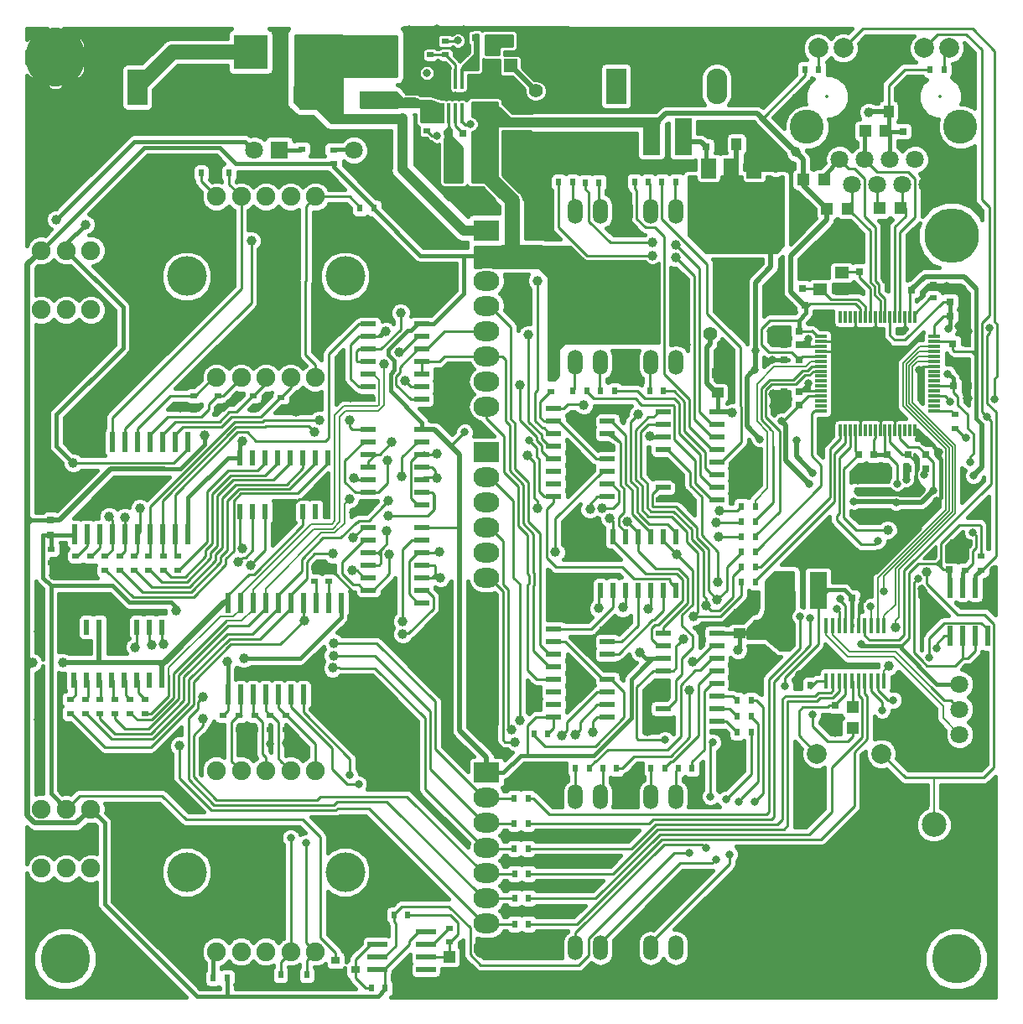
<source format=gbr>
%TF.GenerationSoftware,KiCad,Pcbnew,(6.0.0-rc1-dev-882-gdbc9130da)*%
%TF.CreationDate,2019-06-07T23:52:57-04:00*%
%TF.ProjectId,AntennaSwitch_6x2,416E74656E6E615377697463685F3678,rev?*%
%TF.SameCoordinates,Original*%
%TF.FileFunction,Copper,L1,Top,Signal*%
%TF.FilePolarity,Positive*%
%FSLAX46Y46*%
G04 Gerber Fmt 4.6, Leading zero omitted, Abs format (unit mm)*
G04 Created by KiCad (PCBNEW (6.0.0-rc1-dev-882-gdbc9130da)) date 2019/6/7 23:52:57*
%MOMM*%
%LPD*%
G01*
G04 APERTURE LIST*
%ADD10R,0.600000X2.000000*%
%ADD11R,1.550000X0.600000*%
%ADD12R,0.550000X1.500000*%
%ADD13R,1.500000X0.550000*%
%ADD14R,0.600000X1.550000*%
%ADD15C,2.500000*%
%ADD16R,1.200000X0.300000*%
%ADD17R,0.300000X1.200000*%
%ADD18C,4.000000*%
%ADD19C,1.900000*%
%ADD20O,1.524000X2.524000*%
%ADD21C,2.000000*%
%ADD22R,0.600000X0.800000*%
%ADD23C,1.800000*%
%ADD24C,3.450000*%
%ADD25R,0.800000X0.750000*%
%ADD26R,0.750000X0.800000*%
%ADD27R,0.800000X0.600000*%
%ADD28R,1.000000X1.250000*%
%ADD29R,1.200000X1.200000*%
%ADD30R,1.400000X1.200000*%
%ADD31R,1.780000X3.700000*%
%ADD32O,2.080000X3.600000*%
%ADD33R,2.080000X3.600000*%
%ADD34C,1.400000*%
%ADD35R,1.400000X1.400000*%
%ADD36R,0.400000X2.000000*%
%ADD37R,1.500000X2.000000*%
%ADD38R,3.800000X2.000000*%
%ADD39R,0.300000X1.600000*%
%ADD40R,2.000000X0.600000*%
%ADD41R,0.900000X0.800000*%
%ADD42R,3.700000X1.780000*%
%ADD43O,2.600000X2.000000*%
%ADD44R,2.600000X2.000000*%
%ADD45R,3.500000X3.500000*%
%ADD46R,1.800000X1.800000*%
%ADD47R,2.500000X1.800000*%
%ADD48R,1.250000X1.000000*%
%ADD49C,0.800000*%
%ADD50C,6.000000*%
%ADD51C,1.000000*%
%ADD52C,5.500000*%
%ADD53C,5.000000*%
%ADD54C,0.381000*%
%ADD55C,0.254000*%
%ADD56C,1.016000*%
%ADD57C,0.508000*%
%ADD58C,0.250000*%
%ADD59C,0.228600*%
%ADD60C,1.524000*%
%ADD61C,0.203200*%
%ADD62C,2.032000*%
%ADD63C,0.152400*%
%ADD64C,0.457200*%
%ADD65C,0.350000*%
G04 APERTURE END LIST*
D10*
X71423400Y-109038600D03*
X72693400Y-109038600D03*
X73963400Y-109038600D03*
X75233400Y-109038600D03*
X76503400Y-109038600D03*
X77773400Y-109038600D03*
X79043400Y-109038600D03*
X80313400Y-109038600D03*
X81583400Y-109038600D03*
X82853400Y-109038600D03*
X82853400Y-118338600D03*
X81583400Y-118338600D03*
X80313400Y-118338600D03*
X79043400Y-118338600D03*
X77773400Y-118338600D03*
X76503400Y-118338600D03*
X75233400Y-118338600D03*
X73963400Y-118338600D03*
X72693400Y-118338600D03*
X71423400Y-118338600D03*
X67384800Y-102134400D03*
X66114800Y-102134400D03*
X64844800Y-102134400D03*
X63574800Y-102134400D03*
X62304800Y-102134400D03*
X61034800Y-102134400D03*
X59764800Y-102134400D03*
X58494800Y-102134400D03*
X57224800Y-102134400D03*
X55954800Y-102134400D03*
X55954800Y-92834400D03*
X57224800Y-92834400D03*
X58494800Y-92834400D03*
X59764800Y-92834400D03*
X61034800Y-92834400D03*
X62304800Y-92834400D03*
X63574800Y-92834400D03*
X64844800Y-92834400D03*
X66114800Y-92834400D03*
X67384800Y-92834400D03*
X146876933Y-112421031D03*
X144336933Y-107521031D03*
X145606933Y-107521031D03*
X146876933Y-107521031D03*
X148146933Y-107521031D03*
X148146933Y-112421031D03*
X145606933Y-112421031D03*
X144336933Y-112421031D03*
D11*
X120783200Y-89763600D03*
X120783200Y-91033600D03*
X120783200Y-92303600D03*
X120783200Y-93573600D03*
X120783200Y-94843600D03*
X120783200Y-96113600D03*
X120783200Y-97383600D03*
X120783200Y-98653600D03*
X115383200Y-98653600D03*
X115383200Y-97383600D03*
X115383200Y-96113600D03*
X115383200Y-94843600D03*
X115383200Y-93573600D03*
X115383200Y-92303600D03*
X115383200Y-91033600D03*
X115383200Y-89763600D03*
X120770500Y-112115600D03*
X120770500Y-113385600D03*
X120770500Y-114655600D03*
X120770500Y-115925600D03*
X120770500Y-117195600D03*
X120770500Y-118465600D03*
X120770500Y-119735600D03*
X120770500Y-121005600D03*
X115370500Y-121005600D03*
X115370500Y-119735600D03*
X115370500Y-118465600D03*
X115370500Y-117195600D03*
X115370500Y-115925600D03*
X115370500Y-114655600D03*
X115370500Y-113385600D03*
X115370500Y-112115600D03*
X104334200Y-120599200D03*
X104334200Y-119329200D03*
X104334200Y-118059200D03*
X104334200Y-116789200D03*
X104334200Y-115519200D03*
X104334200Y-114249200D03*
X104334200Y-112979200D03*
X104334200Y-111709200D03*
X109734200Y-111709200D03*
X109734200Y-112979200D03*
X109734200Y-114249200D03*
X109734200Y-115519200D03*
X109734200Y-116789200D03*
X109734200Y-118059200D03*
X109734200Y-119329200D03*
X109734200Y-120599200D03*
X104334200Y-98323400D03*
X104334200Y-97053400D03*
X104334200Y-95783400D03*
X104334200Y-94513400D03*
X104334200Y-93243400D03*
X104334200Y-91973400D03*
X104334200Y-90703400D03*
X104334200Y-89433400D03*
X109734200Y-89433400D03*
X109734200Y-90703400D03*
X109734200Y-91973400D03*
X109734200Y-93243400D03*
X109734200Y-94513400D03*
X109734200Y-95783400D03*
X109734200Y-97053400D03*
X109734200Y-98323400D03*
D12*
X116635400Y-107779800D03*
X115365400Y-107779800D03*
X114095400Y-107779800D03*
X112825400Y-107779800D03*
X111555400Y-107779800D03*
X110285400Y-107779800D03*
X109015400Y-107779800D03*
X109015400Y-102379800D03*
X110285400Y-102379800D03*
X111555400Y-102379800D03*
X112825400Y-102379800D03*
X114095400Y-102379800D03*
X115365400Y-102379800D03*
X116635400Y-102379800D03*
D13*
X91027100Y-91528900D03*
X91027100Y-92798900D03*
X91027100Y-94068900D03*
X91027100Y-95338900D03*
X91027100Y-96608900D03*
X91027100Y-97878900D03*
X91027100Y-99148900D03*
X85627100Y-99148900D03*
X85627100Y-97878900D03*
X85627100Y-96608900D03*
X85627100Y-95338900D03*
X85627100Y-94068900D03*
X85627100Y-92798900D03*
X85627100Y-91528900D03*
X91027100Y-80911700D03*
X91027100Y-82181700D03*
X91027100Y-83451700D03*
X91027100Y-84721700D03*
X91027100Y-85991700D03*
X91027100Y-87261700D03*
X91027100Y-88531700D03*
X85627100Y-88531700D03*
X85627100Y-87261700D03*
X85627100Y-85991700D03*
X85627100Y-84721700D03*
X85627100Y-83451700D03*
X85627100Y-82181700D03*
X85627100Y-80911700D03*
X91027100Y-101422200D03*
X91027100Y-102692200D03*
X91027100Y-103962200D03*
X91027100Y-105232200D03*
X91027100Y-106502200D03*
X91027100Y-107772200D03*
X91027100Y-109042200D03*
X85627100Y-109042200D03*
X85627100Y-107772200D03*
X85627100Y-106502200D03*
X85627100Y-105232200D03*
X85627100Y-103962200D03*
X85627100Y-102692200D03*
X85627100Y-101422200D03*
D14*
X64794000Y-116898400D03*
X63524000Y-116898400D03*
X62254000Y-116898400D03*
X60984000Y-116898400D03*
X59714000Y-116898400D03*
X58444000Y-116898400D03*
X57174000Y-116898400D03*
X55904000Y-116898400D03*
X55904000Y-111498400D03*
X57174000Y-111498400D03*
X58444000Y-111498400D03*
X59714000Y-111498400D03*
X60984000Y-111498400D03*
X62254000Y-111498400D03*
X63524000Y-111498400D03*
X64794000Y-111498400D03*
X72668000Y-94455000D03*
X73938000Y-94455000D03*
X75208000Y-94455000D03*
X76478000Y-94455000D03*
X77748000Y-94455000D03*
X79018000Y-94455000D03*
X80288000Y-94455000D03*
X81558000Y-94455000D03*
X81558000Y-99855000D03*
X80288000Y-99855000D03*
X79018000Y-99855000D03*
X77748000Y-99855000D03*
X76478000Y-99855000D03*
X75208000Y-99855000D03*
X73938000Y-99855000D03*
X72668000Y-99855000D03*
D15*
X142722600Y-131445000D03*
D16*
X142779060Y-82173120D03*
X142779060Y-82673120D03*
X142779060Y-83173120D03*
X142779060Y-83673120D03*
X142779060Y-84173120D03*
X142779060Y-84673120D03*
X142779060Y-85173120D03*
X142779060Y-85673120D03*
X142779060Y-86173120D03*
X142779060Y-86673120D03*
X142779060Y-87173120D03*
X142779060Y-87673120D03*
X142779060Y-88173120D03*
X142779060Y-88673120D03*
X142779060Y-89173120D03*
X142779060Y-89673120D03*
D17*
X140779060Y-91673120D03*
X140279060Y-91673120D03*
X139779060Y-91673120D03*
X139279060Y-91673120D03*
X138779060Y-91673120D03*
X138279060Y-91673120D03*
X137779060Y-91673120D03*
X137279060Y-91673120D03*
X136779060Y-91673120D03*
X136279060Y-91673120D03*
X135779060Y-91673120D03*
X135279060Y-91673120D03*
X134779060Y-91673120D03*
X134279060Y-91673120D03*
X133779060Y-91673120D03*
X133279060Y-91673120D03*
D16*
X131279060Y-89673120D03*
X131279060Y-89173120D03*
X131279060Y-88673120D03*
X131279060Y-88173120D03*
X131279060Y-87673120D03*
X131279060Y-87173120D03*
X131279060Y-86673120D03*
X131279060Y-86173120D03*
X131279060Y-85673120D03*
X131279060Y-85173120D03*
X131279060Y-84673120D03*
X131279060Y-84173120D03*
X131279060Y-83673120D03*
X131279060Y-83173120D03*
X131279060Y-82673120D03*
D17*
X133279060Y-80173120D03*
X133779060Y-80173120D03*
X134279060Y-80173120D03*
X134779060Y-80173120D03*
X135279060Y-80173120D03*
X135779060Y-80173120D03*
X136279060Y-80173120D03*
X136779060Y-80173120D03*
X137279060Y-80173120D03*
X137779060Y-80173120D03*
X138279060Y-80173120D03*
X138779060Y-80173120D03*
X139279060Y-80173120D03*
X139779060Y-80173120D03*
X140279060Y-80173120D03*
X140779060Y-80173120D03*
D16*
X131279060Y-82173120D03*
D18*
X67268200Y-76090600D03*
X83268200Y-76090600D03*
D19*
X80268200Y-68040600D03*
X77768200Y-68040600D03*
X75268200Y-68040600D03*
X72768200Y-68040600D03*
X70268200Y-68040600D03*
X70268200Y-86340600D03*
X72768200Y-86340600D03*
X75268200Y-86340600D03*
X77768200Y-86340600D03*
X80268200Y-86340600D03*
D20*
X106488100Y-128663700D03*
X109028100Y-128663700D03*
X111568100Y-128663700D03*
X114108100Y-128663700D03*
X116648100Y-128663700D03*
X116648100Y-143903700D03*
X114108100Y-143903700D03*
X111568100Y-143903700D03*
X109028100Y-143903700D03*
X106488100Y-143903700D03*
D21*
X130914000Y-128778000D03*
X130914000Y-124278000D03*
X137414000Y-128778000D03*
X137414000Y-124278000D03*
D22*
X130240000Y-117348000D03*
X128840000Y-117348000D03*
D23*
X137001200Y-66852800D03*
X134461200Y-66852800D03*
X139541200Y-66852800D03*
X142081200Y-66852800D03*
X133191200Y-64312800D03*
X135731200Y-64312800D03*
X138271200Y-64312800D03*
X140811200Y-64312800D03*
D24*
X129896200Y-61012800D03*
X145386200Y-61012800D03*
D21*
X131016200Y-53062800D03*
X133556200Y-53062800D03*
X141726200Y-53062800D03*
X144266200Y-53062800D03*
D22*
X124676000Y-102362000D03*
X123276000Y-102362000D03*
D25*
X144308000Y-80137000D03*
X145808000Y-80137000D03*
X144334100Y-78651100D03*
X145834100Y-78651100D03*
X144689000Y-87185500D03*
X146189000Y-87185500D03*
X129097860Y-87707840D03*
X127597860Y-87707840D03*
D26*
X140155800Y-94055500D03*
X140155800Y-95555500D03*
D25*
X144627860Y-82881840D03*
X146127860Y-82881840D03*
D26*
X140486000Y-77458000D03*
X140486000Y-75958000D03*
D25*
X129106800Y-84505800D03*
X127606800Y-84505800D03*
D26*
X138011860Y-94069840D03*
X138011860Y-95569840D03*
X141872660Y-94069140D03*
X141872660Y-95569140D03*
D25*
X129109860Y-89104840D03*
X127609860Y-89104840D03*
X129680400Y-79019400D03*
X128180400Y-79019400D03*
D26*
X136614860Y-94069840D03*
X136614860Y-95569840D03*
D27*
X91883100Y-52347900D03*
X91883100Y-53747900D03*
D28*
X124785500Y-62763400D03*
X122785500Y-62763400D03*
X140129640Y-59466480D03*
X138129640Y-59466480D03*
D29*
X129506160Y-66339720D03*
X131606160Y-66339720D03*
X131909000Y-69278500D03*
X134009000Y-69278500D03*
X137863160Y-61422280D03*
X135763160Y-61422280D03*
X137253000Y-69215000D03*
X139353000Y-69215000D03*
D25*
X139583600Y-61468000D03*
X141083600Y-61468000D03*
D30*
X133417360Y-77420840D03*
X131217360Y-77420840D03*
X131217360Y-75720840D03*
X133417360Y-75720840D03*
D31*
X117382200Y-62014100D03*
X114212200Y-62014100D03*
D27*
X145835533Y-105763331D03*
X145835533Y-104363331D03*
D20*
X106488100Y-69544500D03*
X109028100Y-69544500D03*
X111568100Y-69544500D03*
X114108100Y-69544500D03*
X116648100Y-69544500D03*
X116648100Y-84784500D03*
X114108100Y-84784500D03*
X111568100Y-84784500D03*
X109028100Y-84784500D03*
X106488100Y-84784500D03*
D32*
X120777000Y-56896000D03*
X115697000Y-56896000D03*
D33*
X110617000Y-56896000D03*
D34*
X102513000Y-57378600D03*
X105053000Y-54838600D03*
D35*
X99973000Y-54838600D03*
D27*
X93835600Y-143297100D03*
X93835600Y-141897100D03*
D36*
X95050200Y-59622000D03*
X94410200Y-59622000D03*
X93750200Y-59622000D03*
X93110200Y-59622000D03*
X93110200Y-56202000D03*
X93750200Y-56202000D03*
X94410200Y-56202000D03*
X95050200Y-56202000D03*
D37*
X124574200Y-65201400D03*
X119974200Y-65201400D03*
X122274200Y-65201400D03*
D38*
X122274200Y-71501400D03*
D39*
X131848360Y-116923840D03*
X132498360Y-116923840D03*
X133148360Y-116923840D03*
X133798360Y-116923840D03*
X134448360Y-116923840D03*
X135098360Y-116923840D03*
X135748360Y-116923840D03*
X136398360Y-116923840D03*
X137048360Y-116923840D03*
X137698360Y-116923840D03*
X137698360Y-111323840D03*
X137048360Y-111323840D03*
X136398360Y-111323840D03*
X135748360Y-111323840D03*
X135098360Y-111323840D03*
X134448360Y-111323840D03*
X133798360Y-111323840D03*
X133148360Y-111323840D03*
X132498360Y-111323840D03*
X131848360Y-111323840D03*
D40*
X86508800Y-142278100D03*
X86508800Y-143548100D03*
X86508800Y-146088100D03*
X91408800Y-146088100D03*
X91408800Y-144818100D03*
X91408800Y-143548100D03*
X91408800Y-142278100D03*
X86508800Y-144818100D03*
D19*
X57599200Y-79479400D03*
X55099200Y-79479400D03*
X52599200Y-79479400D03*
X57599200Y-73479400D03*
X55099200Y-73479400D03*
X52599200Y-73479400D03*
D18*
X83268200Y-136240700D03*
X67268200Y-136240700D03*
D19*
X70268200Y-144290700D03*
X72768200Y-144290700D03*
X75268200Y-144290700D03*
X77768200Y-144290700D03*
X80268200Y-144290700D03*
X80268200Y-125990700D03*
X77768200Y-125990700D03*
X75268200Y-125990700D03*
X72768200Y-125990700D03*
X70268200Y-125990700D03*
X57599200Y-135867400D03*
X55099200Y-135867400D03*
X52599200Y-135867400D03*
X57599200Y-129867400D03*
X55099200Y-129867400D03*
X52599200Y-129867400D03*
D27*
X82079360Y-63326840D03*
X82079360Y-64726840D03*
D22*
X97929800Y-54914800D03*
X96529800Y-54914800D03*
X96518600Y-53441600D03*
X97918600Y-53441600D03*
D27*
X93407100Y-52347900D03*
X93407100Y-53747900D03*
X91514800Y-61418700D03*
X91514800Y-60018700D03*
D22*
X124676000Y-105410000D03*
X123276000Y-105410000D03*
X124676000Y-106934000D03*
X123276000Y-106934000D03*
X124676000Y-103886000D03*
X123276000Y-103886000D03*
X124676000Y-99314000D03*
X123276000Y-99314000D03*
X124676000Y-100838000D03*
X123276000Y-100838000D03*
X142349900Y-55206900D03*
X143749900Y-55206900D03*
D27*
X142645000Y-78284300D03*
X142645000Y-76884300D03*
D22*
X129689500Y-55206900D03*
X131089500Y-55206900D03*
D27*
X144842100Y-91468400D03*
X144842100Y-90068400D03*
X147448433Y-104352131D03*
X147448433Y-105752131D03*
D22*
X101792000Y-136398000D03*
X100392000Y-136398000D03*
X101792000Y-138849100D03*
X100392000Y-138849100D03*
X101792000Y-141478000D03*
X100392000Y-141478000D03*
X101727000Y-128778000D03*
X100327000Y-128778000D03*
X100327000Y-131318000D03*
X101727000Y-131318000D03*
X100330000Y-133858000D03*
X101730000Y-133858000D03*
X104834100Y-66598800D03*
X106234100Y-66598800D03*
X107513800Y-66624200D03*
X108913800Y-66624200D03*
X107670700Y-87668100D03*
X106270700Y-87668100D03*
X110477400Y-87668100D03*
X109077400Y-87668100D03*
X115431900Y-87668100D03*
X114031900Y-87668100D03*
X115260800Y-66573400D03*
X116660800Y-66573400D03*
X112479500Y-66560700D03*
X113879500Y-66560700D03*
X107912000Y-125768100D03*
X106512000Y-125768100D03*
X110680600Y-125768100D03*
X109280600Y-125768100D03*
X122856900Y-122097800D03*
X124256900Y-122097800D03*
X122856900Y-120501830D03*
X124256900Y-120501830D03*
X122856900Y-118905864D03*
X124256900Y-118905864D03*
X118300600Y-125768100D03*
X116900600Y-125768100D03*
X115558900Y-125768100D03*
X114158900Y-125768100D03*
X102333700Y-122313700D03*
X103733700Y-122313700D03*
D27*
X104037000Y-87757000D03*
X104037000Y-86357000D03*
D22*
X85914000Y-147955000D03*
X87314000Y-147955000D03*
X89608000Y-140576300D03*
X88208000Y-140576300D03*
D27*
X63041400Y-118832400D03*
X63041400Y-120232400D03*
X66394200Y-104343200D03*
X66394200Y-105743200D03*
X61537720Y-118832400D03*
X61537720Y-120232400D03*
X64921000Y-104343200D03*
X64921000Y-105743200D03*
X60034040Y-118832400D03*
X60034040Y-120232400D03*
X63447800Y-104343200D03*
X63447800Y-105743200D03*
X58530360Y-118832400D03*
X58530360Y-120232400D03*
X61974600Y-104343200D03*
X61974600Y-105743200D03*
X57026680Y-118832400D03*
X57026680Y-120232400D03*
X60501400Y-104343200D03*
X60501400Y-105743200D03*
X55523000Y-118832400D03*
X55523000Y-120232400D03*
X59028200Y-104343200D03*
X59028200Y-105743200D03*
X80161000Y-105497400D03*
X80161000Y-106897400D03*
X57555000Y-104343200D03*
X57555000Y-105743200D03*
X81634200Y-105497400D03*
X81634200Y-106897400D03*
X56081800Y-104343200D03*
X56081800Y-105743200D03*
X78891000Y-61846000D03*
X78891000Y-63246000D03*
X70966200Y-121834100D03*
X70966200Y-120434100D03*
D22*
X76742900Y-146621500D03*
X75342900Y-146621500D03*
X79395700Y-146621500D03*
X77995700Y-146621500D03*
D27*
X77303500Y-120434100D03*
X77303500Y-121834100D03*
X75719175Y-120434100D03*
X75719175Y-121834100D03*
X74134850Y-120434100D03*
X74134850Y-121834100D03*
X72550525Y-120434100D03*
X72550525Y-121834100D03*
D22*
X71526500Y-65684400D03*
X70126500Y-65684400D03*
X68732500Y-65684400D03*
X67332500Y-65684400D03*
D27*
X68019800Y-88174600D03*
X68019800Y-89574600D03*
X70420100Y-88174600D03*
X70420100Y-89574600D03*
X73976100Y-88174600D03*
X73976100Y-89574600D03*
X76808200Y-88301600D03*
X76808200Y-89701600D03*
X53592600Y-105032000D03*
X53592600Y-103632000D03*
D22*
X69933360Y-146895840D03*
X71333360Y-146895840D03*
X84771000Y-69202300D03*
X86171000Y-69202300D03*
D41*
X84320000Y-146113500D03*
X82320000Y-147063500D03*
X82320000Y-145163500D03*
D31*
X97478800Y-64846200D03*
X94308800Y-64846200D03*
D42*
X86599900Y-58293000D03*
X86599900Y-55123000D03*
D29*
X134493000Y-119600000D03*
X134493000Y-121700000D03*
D31*
X131023400Y-107797600D03*
X127853400Y-107797600D03*
D32*
X67359400Y-57010300D03*
D33*
X62279400Y-57010300D03*
D23*
X145313400Y-119824500D03*
X145313400Y-117284500D03*
X145313400Y-122364500D03*
X145313400Y-124904500D03*
D43*
X97560000Y-111633000D03*
X97560000Y-109093000D03*
X97560000Y-106553000D03*
X97560000Y-104013000D03*
X97560000Y-101473000D03*
X97560000Y-98933000D03*
X97560000Y-96393000D03*
D44*
X97560000Y-93853000D03*
D43*
X97560000Y-89230200D03*
X97560000Y-86690200D03*
X97560000Y-84150200D03*
X97560000Y-81610200D03*
X97560000Y-79070200D03*
X97560000Y-76530200D03*
X97560000Y-73990200D03*
D44*
X97560000Y-71450200D03*
D43*
X97560000Y-143967200D03*
X97560000Y-141427200D03*
X97560000Y-138887200D03*
X97560000Y-136347200D03*
X97560000Y-133807200D03*
X97560000Y-131267200D03*
X97560000Y-128727200D03*
D44*
X97560000Y-126187200D03*
D45*
X73709400Y-53454300D03*
X80509400Y-53454300D03*
D23*
X84148800Y-63373000D03*
D46*
X86688800Y-63373000D03*
D47*
X75297400Y-57772300D03*
X79297400Y-57772300D03*
D23*
X74065000Y-63373000D03*
D46*
X76605000Y-63373000D03*
D48*
X97039300Y-57432700D03*
X97039300Y-59432700D03*
D25*
X97929000Y-52019200D03*
X96429000Y-52019200D03*
X93697800Y-61671200D03*
X95197800Y-61671200D03*
D48*
X89863800Y-56559700D03*
X89863800Y-58559700D03*
D26*
X91527500Y-58649300D03*
X91527500Y-57149300D03*
D25*
X119695400Y-63017400D03*
X121195400Y-63017400D03*
X129109860Y-83008840D03*
X127609860Y-83008840D03*
X127609860Y-81611840D03*
X129109860Y-81611840D03*
D26*
X135088500Y-94069840D03*
X135088500Y-95569840D03*
X129416680Y-77300520D03*
X129416680Y-75800520D03*
X135215500Y-75616500D03*
X135215500Y-74116500D03*
X144260733Y-104212531D03*
X144260733Y-105712531D03*
X134429500Y-108534900D03*
X134429500Y-107034900D03*
X132783401Y-119397252D03*
X132783401Y-120897252D03*
D48*
X123087000Y-112141000D03*
X123087000Y-110141000D03*
X120864500Y-87855300D03*
X120864500Y-85855300D03*
D29*
X93784800Y-146909500D03*
X93784800Y-144809500D03*
D26*
X53541800Y-100697600D03*
X53541800Y-102197600D03*
D49*
X56056810Y-52812500D03*
X56056810Y-55187500D03*
X54000000Y-56375000D03*
X51943190Y-55187500D03*
X51943190Y-52812500D03*
X54000000Y-51625000D03*
D50*
X54000000Y-54000000D03*
D49*
X91527500Y-55575200D03*
D51*
X66178300Y-109880400D03*
X73023600Y-114693700D03*
D34*
X120142000Y-81889600D03*
X113919000Y-81762600D03*
D51*
X54735600Y-115062000D03*
X136142600Y-59537600D03*
D49*
X97471100Y-60896500D03*
X99414200Y-52298600D03*
X127341500Y-90716100D03*
X130097400Y-97015300D03*
X134572146Y-98799121D03*
D51*
X51704699Y-115100100D03*
D49*
X101828600Y-92671900D03*
X95351600Y-91833700D03*
X146704090Y-96215200D03*
X127799360Y-113358143D03*
D51*
X72871200Y-92702041D03*
X69114255Y-92160584D03*
X113030000Y-114046000D03*
X122936000Y-113792000D03*
X114006511Y-92240100D03*
X122372479Y-89882328D03*
X128783850Y-63567111D03*
D49*
X142615021Y-97764740D03*
X139018371Y-97097890D03*
X138890117Y-98901205D03*
X135382000Y-113247577D03*
D51*
X138049000Y-101727000D03*
X142011324Y-105914589D03*
D49*
X127672360Y-117431840D03*
X130470522Y-120371850D03*
X130024660Y-86881033D03*
X124699900Y-83616800D03*
X130026690Y-82387595D03*
X125157100Y-92532200D03*
X128814700Y-92621100D03*
X135037700Y-97853500D03*
X130491100Y-95923100D03*
X144181700Y-81394300D03*
X146405600Y-94818200D03*
D51*
X119888000Y-67945000D03*
X121488000Y-67945000D03*
X123088000Y-67945000D03*
X124688000Y-67945000D03*
X119888000Y-69545000D03*
X121488000Y-69545000D03*
X123088000Y-69545000D03*
X124688000Y-69545000D03*
X120269000Y-72771000D03*
X122269000Y-72771000D03*
X124269000Y-72771000D03*
X126269000Y-72771000D03*
X126746000Y-70866000D03*
X126746000Y-68866000D03*
X126746000Y-66866000D03*
D49*
X144080100Y-85928730D03*
X141327989Y-97803571D03*
X124635113Y-85507813D03*
D51*
X71398000Y-114985800D03*
X55802400Y-94932500D03*
X57023000Y-70866000D03*
X54102000Y-70358000D03*
D52*
X144500000Y-72000000D03*
D53*
X145000000Y-145000000D03*
X55000000Y-145000000D03*
D51*
X73696941Y-105276783D03*
X82144866Y-113128835D03*
X72482210Y-104965377D03*
X82082522Y-114381296D03*
X82015200Y-115633500D03*
X72868009Y-103601260D03*
X68919025Y-120738344D03*
X62088900Y-113538000D03*
X63714500Y-113271300D03*
X68896052Y-118584523D03*
X66548178Y-123482100D03*
X64961878Y-113226501D03*
X102665400Y-76555600D03*
X88873200Y-79781400D03*
X87376000Y-81661000D03*
X101784400Y-81978500D03*
X100903400Y-87033100D03*
X87958800Y-92862400D03*
X87499068Y-94698146D03*
X102665400Y-99479100D03*
X92526090Y-94034555D03*
X107988655Y-99599128D03*
X101649403Y-94172616D03*
X108270799Y-122102499D03*
X100902641Y-120934021D03*
X92526090Y-96470439D03*
X87488900Y-101815900D03*
X109238760Y-99500221D03*
X106475400Y-122351800D03*
X100097653Y-121895550D03*
X87747610Y-104192423D03*
X92810200Y-103949500D03*
X104511610Y-103949600D03*
X100442900Y-123101100D03*
X105180000Y-122440700D03*
X92899100Y-106502200D03*
D49*
X145931478Y-92379044D03*
X148102153Y-90319554D03*
X148856700Y-88519000D03*
X144379910Y-88741017D03*
D51*
X73785600Y-72504300D03*
D49*
X84619360Y-127337840D03*
X79330633Y-133271012D03*
X77761360Y-132798840D03*
X83711118Y-126468082D03*
D51*
X89101800Y-112204500D03*
X59434598Y-100342700D03*
X89063700Y-110934500D03*
X79149287Y-110841313D03*
X84035073Y-102514973D03*
X60996700Y-100431600D03*
X82022340Y-104125063D03*
X83994579Y-105794281D03*
X87590500Y-100304600D03*
X62533400Y-99517200D03*
X87654000Y-98780600D03*
X89015089Y-96309689D03*
X80643600Y-90627200D03*
X83767800Y-90589100D03*
X84136100Y-96431100D03*
X83691600Y-98564700D03*
X80182294Y-91793280D03*
X89290154Y-86614000D03*
X87197501Y-84939453D03*
X88738256Y-83746606D03*
D49*
X115571433Y-122875121D03*
X120143433Y-128609131D03*
X117984433Y-134324131D03*
X120397433Y-123148131D03*
D51*
X120911990Y-106925048D03*
X117382511Y-112720490D03*
D49*
X122084360Y-134449840D03*
X124624360Y-129115840D03*
X120687360Y-134957840D03*
X122973360Y-129115840D03*
X119671360Y-133814840D03*
X121703360Y-128861840D03*
D51*
X118049821Y-117918311D03*
X118351804Y-114990510D03*
X114294445Y-72686810D03*
X116650549Y-72909347D03*
X114298600Y-74066400D03*
X116628937Y-74163172D03*
D49*
X132879360Y-109684840D03*
X130242233Y-110577574D03*
X133260360Y-108668840D03*
X129196360Y-110446840D03*
D51*
X116737000Y-104201400D03*
X120991500Y-102412800D03*
X111749918Y-100875798D03*
X120762900Y-100955589D03*
X109987901Y-100505871D03*
X121034427Y-99731327D03*
X120842068Y-108754075D03*
X108888400Y-109601000D03*
X111298655Y-109540789D03*
X118409870Y-110428692D03*
X113872881Y-109634390D03*
X119723827Y-109321600D03*
D49*
X95943942Y-60741309D03*
X92568900Y-61950600D03*
D51*
X107377100Y-89090500D03*
X112863500Y-90043000D03*
D49*
X136347200Y-109397800D03*
X137676970Y-107899200D03*
X141097000Y-106603800D03*
X137058400Y-102793800D03*
X138625401Y-118865252D03*
X142962411Y-113658252D03*
X142225475Y-114555640D03*
X137482401Y-119881252D03*
X94639000Y-52298600D03*
X148316921Y-81280000D03*
X146667423Y-101964147D03*
D51*
X138876169Y-111530542D03*
X138198470Y-115409345D03*
D49*
X141452600Y-107619800D03*
X94353250Y-57873900D03*
X95350200Y-57873900D03*
X89686000Y-55168800D03*
X89660600Y-53162200D03*
X89711400Y-51168300D03*
X92543500Y-51054000D03*
X95223200Y-51168300D03*
D51*
X55243600Y-90754200D03*
X56970800Y-90525600D03*
X58532900Y-90805000D03*
X53872000Y-106286300D03*
X83818600Y-88319078D03*
X84136032Y-99923589D03*
X55840500Y-109816900D03*
X59701300Y-109893100D03*
X87425400Y-109943900D03*
X81227800Y-98044000D03*
X83971000Y-120243600D03*
X78281400Y-89738200D03*
X84297900Y-142392400D03*
X69562542Y-123159280D03*
X124636400Y-109880400D03*
X111292849Y-89633409D03*
X120966100Y-84328000D03*
X107478700Y-102870000D03*
X92044900Y-147739100D03*
X80780000Y-146494500D03*
X73972800Y-146621500D03*
X111555400Y-111302800D03*
X111517300Y-115557300D03*
D34*
X121093100Y-61442600D03*
D51*
X140287880Y-57744360D03*
X142472280Y-61569600D03*
D49*
X93356300Y-57873900D03*
D51*
X78878300Y-60655200D03*
D49*
X129375860Y-74436340D03*
D51*
X131215000Y-74168000D03*
X133501000Y-74041000D03*
X126960500Y-78867000D03*
D49*
X132929500Y-82550000D03*
X132929500Y-83693000D03*
X135279000Y-89789000D03*
X137311000Y-89789000D03*
X138835000Y-89789000D03*
X136803000Y-81724500D03*
X134771000Y-81661000D03*
X135050400Y-96723200D03*
X136625200Y-96596200D03*
D51*
X126533421Y-89154000D03*
X126452500Y-82737790D03*
D49*
X138015890Y-96570800D03*
D51*
X146088991Y-88392000D03*
D49*
X145193865Y-81100254D03*
X139572469Y-81654215D03*
X145616800Y-77292200D03*
X146188300Y-81673700D03*
X144018000Y-77089000D03*
X140462000Y-74803000D03*
X132715000Y-122174000D03*
X134688401Y-105530252D03*
X145102401Y-103117252D03*
X148756800Y-105657252D03*
X129093294Y-116266294D03*
D51*
X77403509Y-123230743D03*
D49*
X72935360Y-123273840D03*
X146159412Y-103011903D03*
D51*
X113793433Y-121994111D03*
X117067861Y-98437722D03*
X70153400Y-64300100D03*
X66965700Y-64300100D03*
X66624358Y-89374591D03*
D49*
X75311000Y-88392000D03*
X72009000Y-88519000D03*
D34*
X126736109Y-64981691D03*
D49*
X75719184Y-123273840D03*
X141735165Y-92786176D03*
X135540757Y-108757883D03*
X141224000Y-85572600D03*
X145923000Y-97993200D03*
X142976600Y-98780600D03*
X141684313Y-96152298D03*
X137363200Y-104597200D03*
X140106400Y-101930200D03*
X142392400Y-104216200D03*
X143220315Y-93812485D03*
X137795000Y-72161400D03*
X137718800Y-74549000D03*
X98806000Y-56540400D03*
X68249800Y-146507200D03*
X60553600Y-130098800D03*
X55905400Y-125755400D03*
X64338200Y-125806200D03*
X52273200Y-120878600D03*
X52222400Y-111937800D03*
X52324000Y-97002600D03*
X52400200Y-84505800D03*
X57378600Y-84505800D03*
X52324000Y-90652600D03*
X86893400Y-73634600D03*
X86969600Y-77724000D03*
X92811600Y-76479400D03*
X59461400Y-97713800D03*
X63296800Y-97663000D03*
X136144000Y-55981600D03*
X145999200Y-55245000D03*
X128778000Y-58013600D03*
X67538600Y-86741000D03*
X81991200Y-66725800D03*
X96723200Y-68148200D03*
X90678000Y-64846200D03*
X94513400Y-86309200D03*
X100101400Y-78765400D03*
X103936800Y-126619000D03*
X103936800Y-132537200D03*
X103860600Y-135153400D03*
X103809800Y-137591800D03*
X103835200Y-140360400D03*
X105206800Y-108127800D03*
X102133400Y-118668800D03*
X122250200Y-78003400D03*
X122250200Y-80441800D03*
X122250200Y-75565000D03*
X123850400Y-94691200D03*
X106578400Y-95732600D03*
X116941600Y-77216000D03*
X116890800Y-79400400D03*
X106222800Y-117627400D03*
X118491000Y-128676400D03*
X121386600Y-127304800D03*
X60147200Y-144932400D03*
X148183600Y-139547600D03*
X60071000Y-148183600D03*
X52654200Y-139623800D03*
X97663000Y-148209000D03*
X102108000Y-148209000D03*
X106629200Y-148107400D03*
X111988600Y-148107400D03*
X116992400Y-148005800D03*
X122910600Y-148005800D03*
X128270000Y-147929600D03*
X134010400Y-148107400D03*
X103022400Y-51739800D03*
X148132800Y-135382000D03*
X148183600Y-130556000D03*
X147396200Y-116052600D03*
X147421600Y-120929400D03*
X147447000Y-124866400D03*
X147497800Y-99771200D03*
X108712000Y-51612800D03*
X114376200Y-51612800D03*
X64135000Y-60502800D03*
X70662800Y-60553600D03*
X59182000Y-51790600D03*
X63144400Y-51765200D03*
X52451000Y-60553600D03*
X52451000Y-65227200D03*
X52298600Y-69164200D03*
X64160400Y-148158200D03*
X118795800Y-52705000D03*
X123240800Y-52755800D03*
X136499600Y-53162200D03*
X138887200Y-53162200D03*
X128092200Y-53213000D03*
X52527200Y-133096000D03*
X146075400Y-65049400D03*
X146075400Y-67741800D03*
X138582400Y-147955000D03*
X126060200Y-115316000D03*
X123139200Y-115417600D03*
X124815600Y-117525800D03*
D51*
X126308018Y-81605718D03*
D49*
X139948262Y-96658179D03*
X117754729Y-82962710D03*
X145262600Y-84658200D03*
X137806470Y-76510180D03*
X134950200Y-77419200D03*
X57581800Y-133045200D03*
X57632600Y-139573000D03*
X60604400Y-132994400D03*
X60604400Y-138607800D03*
X126423385Y-84506191D03*
D51*
X126509432Y-88028431D03*
D54*
X55891600Y-102197600D02*
X55954800Y-102134400D01*
X53541800Y-102197600D02*
X55891600Y-102197600D01*
X53592600Y-102248400D02*
X53541800Y-102197600D01*
X53592600Y-103632000D02*
X53592600Y-102248400D01*
X53554500Y-107340400D02*
X59802900Y-107340400D01*
X59802900Y-107340400D02*
X61490253Y-109027752D01*
X61490253Y-109027752D02*
X65706652Y-109027752D01*
X65706652Y-109027752D02*
X66178300Y-109499400D01*
X66178300Y-109499400D02*
X66178300Y-109880400D01*
X73023600Y-114693700D02*
X78713200Y-114693700D01*
X82853400Y-110553500D02*
X82853400Y-108938600D01*
X78713200Y-114693700D02*
X82853400Y-110553500D01*
X52785800Y-102197600D02*
X52748099Y-102235301D01*
X53541800Y-102197600D02*
X52785800Y-102197600D01*
X52748099Y-102235301D02*
X52748099Y-106533999D01*
X52748099Y-106533999D02*
X53554500Y-107340400D01*
X53554500Y-128322700D02*
X55099200Y-129867400D01*
X53554500Y-107340400D02*
X53554500Y-128322700D01*
D55*
X56430201Y-128536399D02*
X64782399Y-128536399D01*
X55099200Y-129867400D02*
X56430201Y-128536399D01*
X64782399Y-128536399D02*
X67183000Y-130937000D01*
X82320000Y-144372618D02*
X80772000Y-142824618D01*
X82320000Y-145163500D02*
X82320000Y-144372618D01*
X80772000Y-132715000D02*
X78994000Y-130937000D01*
X80772000Y-142824618D02*
X80772000Y-132715000D01*
X67183000Y-130937000D02*
X78994000Y-130937000D01*
D54*
X96950400Y-63144400D02*
X96925000Y-63169800D01*
D56*
X97560000Y-73990200D02*
X99876000Y-73990200D01*
D54*
X92158100Y-80911700D02*
X95248600Y-77821200D01*
X91027100Y-80911700D02*
X92158100Y-80911700D01*
X95248600Y-77821200D02*
X95248600Y-73990200D01*
X95032700Y-73990200D02*
X95248600Y-73990200D01*
X95248600Y-73990200D02*
X97560000Y-73990200D01*
X95879000Y-73990200D02*
X95032700Y-73990200D01*
X97560000Y-73990200D02*
X95879000Y-73990200D01*
X95261300Y-73990200D02*
X97560000Y-73990200D01*
X95248600Y-77821200D02*
X95248600Y-74002900D01*
X95248600Y-74002900D02*
X95261300Y-73990200D01*
D55*
X64794000Y-116898400D02*
X64794000Y-116090700D01*
X64794000Y-116090700D02*
X64794000Y-115894400D01*
D54*
X67384800Y-102134400D02*
X67384800Y-100778400D01*
X67384800Y-100778400D02*
X67422900Y-100740300D01*
X67422900Y-100740300D02*
X67422900Y-98450398D01*
X71418298Y-94455000D02*
X72668000Y-94455000D01*
X67422900Y-98450398D02*
X71418298Y-94455000D01*
D55*
X74089859Y-106157784D02*
X73529216Y-106157784D01*
X79018000Y-99855000D02*
X79018000Y-101229643D01*
X79018000Y-101229643D02*
X74089859Y-106157784D01*
X71423400Y-108263600D02*
X71423400Y-108938600D01*
X73529216Y-106157784D02*
X71423400Y-108263600D01*
X64794000Y-115894400D02*
X64794000Y-115014000D01*
X70869400Y-108938600D02*
X71423400Y-108938600D01*
X64794000Y-115014000D02*
X70869400Y-108938600D01*
D54*
X119696100Y-82130900D02*
X120000900Y-81826100D01*
X104075100Y-81826100D02*
X104037000Y-81788000D01*
X114501800Y-81826100D02*
X104075100Y-81826100D01*
D57*
X104037000Y-81788000D02*
X104037000Y-86357000D01*
D55*
X104334200Y-121713200D02*
X103733700Y-122313700D01*
X104334200Y-120599200D02*
X104334200Y-121713200D01*
X102513000Y-120599200D02*
X104334200Y-120599200D01*
X101652699Y-121459501D02*
X102513000Y-120599200D01*
D57*
X97560000Y-124679200D02*
X94816800Y-121936000D01*
X97560000Y-126187200D02*
X97560000Y-124679200D01*
D54*
X91027100Y-91528900D02*
X92158100Y-91528900D01*
D55*
X94753300Y-101422200D02*
X94816800Y-101485700D01*
X91027100Y-101422200D02*
X94753300Y-101422200D01*
D54*
X94816800Y-94187600D02*
X94816800Y-101485700D01*
X94816800Y-101485700D02*
X94816800Y-101790500D01*
D58*
X89771600Y-143525300D02*
X89771600Y-143215300D01*
X90708800Y-142278100D02*
X91408800Y-142278100D01*
X89771600Y-143215300D02*
X90708800Y-142278100D01*
X87208800Y-146088100D02*
X86508800Y-146088100D01*
X87208800Y-146088100D02*
X89771600Y-143525300D01*
D55*
X103630600Y-99581000D02*
X103630600Y-104533700D01*
X104334200Y-98877400D02*
X103630600Y-99581000D01*
X103630600Y-104533700D02*
X104519600Y-105422700D01*
X116046401Y-106724999D02*
X116046401Y-106941901D01*
X111205590Y-105422700D02*
X112431689Y-106648799D01*
X112431689Y-106648799D02*
X115970201Y-106648799D01*
X104334200Y-98323400D02*
X104334200Y-98877400D01*
X115970201Y-106648799D02*
X116046401Y-106724999D01*
X104519600Y-105422700D02*
X111205590Y-105422700D01*
X116046401Y-106941901D02*
X116635400Y-107530900D01*
D54*
X122778900Y-112115600D02*
X123023500Y-111871000D01*
X120770500Y-112115600D02*
X122778900Y-112115600D01*
D56*
X98680300Y-59432700D02*
X99788500Y-60540900D01*
X97039300Y-59432700D02*
X98680300Y-59432700D01*
X98741100Y-60540900D02*
X98715700Y-60566300D01*
X101395400Y-60540900D02*
X98741100Y-60540900D01*
X101395400Y-60540900D02*
X114654200Y-60540900D01*
X99788500Y-60540900D02*
X101395400Y-60540900D01*
D59*
X130175849Y-78871751D02*
X132085758Y-78871751D01*
X129799600Y-79248000D02*
X130175849Y-78871751D01*
X135279060Y-80223120D02*
X135279060Y-79494520D01*
X130954060Y-82173120D02*
X130378440Y-81597500D01*
X131329060Y-82173120D02*
X130954060Y-82173120D01*
X130364100Y-81611840D02*
X129109860Y-81611840D01*
X130378440Y-81597500D02*
X130364100Y-81611840D01*
X129134860Y-89104840D02*
X129109860Y-89104840D01*
X129738460Y-88501240D02*
X129134860Y-89104840D01*
X129738460Y-88476240D02*
X129738460Y-88501240D01*
X130041580Y-88173120D02*
X129738460Y-88476240D01*
X131329060Y-88173120D02*
X130041580Y-88173120D01*
X136779060Y-92351720D02*
X136779060Y-91623120D01*
X136779060Y-92411062D02*
X136779060Y-92351720D01*
X136614860Y-92575262D02*
X136779060Y-92411062D01*
X136614860Y-94069840D02*
X136614860Y-92575262D01*
X137779060Y-93837040D02*
X138011860Y-94069840D01*
X137779060Y-91623120D02*
X137779060Y-93837040D01*
D54*
X138271200Y-61830320D02*
X137863160Y-61422280D01*
X138271200Y-64312800D02*
X138271200Y-61830320D01*
X137908880Y-61468000D02*
X137863160Y-61422280D01*
X139583600Y-61468000D02*
X137908880Y-61468000D01*
X138129640Y-61155800D02*
X137863160Y-61422280D01*
X138129640Y-59466480D02*
X138129640Y-61155800D01*
D59*
X140279060Y-77664940D02*
X140486000Y-77458000D01*
X140279060Y-80223120D02*
X140279060Y-77664940D01*
X144419140Y-82673120D02*
X142729060Y-82673120D01*
X144627860Y-82881840D02*
X144419140Y-82673120D01*
X129439480Y-84173120D02*
X129106800Y-84505800D01*
X131329060Y-84173120D02*
X129439480Y-84173120D01*
D54*
X136614860Y-94069840D02*
X138011860Y-94069840D01*
X129818000Y-79813500D02*
X129818000Y-79057500D01*
X129109860Y-80521640D02*
X129818000Y-79813500D01*
X129109860Y-81611840D02*
X129109860Y-80521640D01*
D55*
X127498600Y-90716100D02*
X129109860Y-89104840D01*
X127341500Y-90716100D02*
X127498600Y-90716100D01*
D57*
X136213720Y-59466480D02*
X136142600Y-59537600D01*
X138129640Y-59466480D02*
X136213720Y-59466480D01*
D55*
X138011860Y-94094840D02*
X138796900Y-94879880D01*
X138011860Y-94069840D02*
X138011860Y-94094840D01*
X138129640Y-56826660D02*
X138129640Y-59466480D01*
X139749400Y-55206900D02*
X138129640Y-56826660D01*
X142349900Y-55206900D02*
X139749400Y-55206900D01*
X144627860Y-83510840D02*
X144810020Y-83693000D01*
X144627860Y-82881840D02*
X144627860Y-83510840D01*
X140486000Y-77458000D02*
X140486000Y-77433000D01*
D59*
X146754642Y-83693000D02*
X146353400Y-83693000D01*
D55*
X144810020Y-83693000D02*
X146353400Y-83693000D01*
D59*
X146569300Y-83693000D02*
X146957301Y-84081001D01*
D55*
X146353400Y-83693000D02*
X146569300Y-83693000D01*
D59*
X146957301Y-84081001D02*
X146957301Y-84239100D01*
X146830842Y-83769200D02*
X146754642Y-83693000D01*
X146957301Y-83769200D02*
X146830842Y-83769200D01*
X146957301Y-84239100D02*
X146957301Y-83769200D01*
X146957301Y-83388200D02*
X146957301Y-77527801D01*
D57*
X92285100Y-91528900D02*
X91027100Y-91528900D01*
X94816800Y-94060600D02*
X92285100Y-91528900D01*
X94816800Y-102692200D02*
X94816800Y-94060600D01*
X94816800Y-121936000D02*
X94816800Y-102692200D01*
X94816800Y-102692200D02*
X94816800Y-101790500D01*
D55*
X102857299Y-94567989D02*
X102577900Y-94288590D01*
X102857299Y-97850499D02*
X102857299Y-94567989D01*
X104334200Y-98323400D02*
X103330200Y-98323400D01*
X103330200Y-98323400D02*
X102857299Y-97850499D01*
X102577900Y-93389774D02*
X101860026Y-92671900D01*
X102577900Y-94288590D02*
X102577900Y-93389774D01*
X101860026Y-92671900D02*
X101828600Y-92671900D01*
D54*
X92158100Y-91528900D02*
X93395800Y-92766600D01*
D55*
X94068900Y-93116400D02*
X93745600Y-93116400D01*
X95351600Y-91833700D02*
X94068900Y-93116400D01*
D54*
X93395800Y-92766600D02*
X93745600Y-93116400D01*
X93745600Y-93116400D02*
X94816800Y-94187600D01*
D60*
X99606002Y-73990200D02*
X97560000Y-73990200D01*
X100130001Y-73466201D02*
X99606002Y-73990200D01*
X100130001Y-68457401D02*
X100130001Y-73466201D01*
X97478800Y-65806200D02*
X100130001Y-68457401D01*
X97478800Y-64846200D02*
X97478800Y-65806200D01*
D57*
X104037000Y-86357000D02*
X104037000Y-74028300D01*
X104037000Y-74028300D02*
X103148000Y-73139300D01*
X100456902Y-73139300D02*
X100130001Y-73466201D01*
X102831900Y-73139300D02*
X100456902Y-73139300D01*
X103148000Y-73139300D02*
X102831900Y-73139300D01*
X102831900Y-73139300D02*
X101112800Y-73139300D01*
D55*
X58458100Y-112516500D02*
X58458100Y-115062000D01*
X58444000Y-112502400D02*
X58458100Y-112516500D01*
X58444000Y-111498400D02*
X58444000Y-112502400D01*
X61003600Y-115062000D02*
X58458100Y-115062000D01*
X58458100Y-115062000D02*
X54735600Y-115062000D01*
X145489500Y-76060000D02*
X145502500Y-76073000D01*
X141859000Y-76060000D02*
X145489500Y-76060000D01*
D59*
X146957301Y-77527801D02*
X145502500Y-76073000D01*
D55*
X140486000Y-77433000D02*
X141859000Y-76060000D01*
X137001200Y-68963200D02*
X137253000Y-69215000D01*
X137001200Y-66852800D02*
X137001200Y-68963200D01*
D54*
X144260733Y-107444831D02*
X144336933Y-107521031D01*
X144260733Y-105712531D02*
X144260733Y-107444831D01*
D55*
X127799360Y-107851640D02*
X127853400Y-107797600D01*
X127799360Y-113358143D02*
X127799360Y-107851640D01*
D57*
X126455400Y-107797600D02*
X127853400Y-107797600D01*
X126021360Y-108231640D02*
X126455400Y-107797600D01*
X126021360Y-110339640D02*
X126021360Y-108231640D01*
X124220000Y-112141000D02*
X126021360Y-110339640D01*
X123087000Y-112141000D02*
X124220000Y-112141000D01*
D55*
X144260733Y-105712531D02*
X144236833Y-105712531D01*
X147448433Y-101304131D02*
X147448433Y-104352131D01*
X145289433Y-101177131D02*
X147321433Y-101177131D01*
X147321433Y-101177131D02*
X147448433Y-101304131D01*
X143384433Y-103082131D02*
X145289433Y-101177131D01*
X114366500Y-114655600D02*
X115370500Y-114655600D01*
X112142422Y-116879678D02*
X114366500Y-114655600D01*
X90871600Y-74002900D02*
X95248600Y-74002900D01*
X86171000Y-69302300D02*
X90871600Y-74002900D01*
D54*
X58993701Y-131261901D02*
X58993701Y-139511701D01*
X57599200Y-129867400D02*
X58993701Y-131261901D01*
X51204700Y-114600101D02*
X51704699Y-115100100D01*
X52599200Y-73479400D02*
X51204699Y-74873901D01*
X51204700Y-102278700D02*
X51204700Y-114600101D01*
X53541800Y-100697600D02*
X52785800Y-100697600D01*
X51204700Y-115600099D02*
X51704699Y-115100100D01*
X51204699Y-130536761D02*
X51204700Y-115600099D01*
X51929839Y-131261901D02*
X51204699Y-130536761D01*
X52785800Y-100697600D02*
X52772400Y-100711000D01*
X52772400Y-100711000D02*
X51562000Y-100711000D01*
X51204700Y-101068300D02*
X51562000Y-100711000D01*
X51204700Y-114600101D02*
X51204700Y-101068300D01*
X51562000Y-100711000D02*
X51181000Y-100330000D01*
X51204699Y-74873901D02*
X51181000Y-100330000D01*
X51181000Y-100330000D02*
X51204700Y-114600101D01*
X87605855Y-84012067D02*
X88201489Y-84607701D01*
X87837623Y-87658423D02*
X91027100Y-90847900D01*
X91027100Y-80911700D02*
X90577100Y-80911700D01*
X89896100Y-81592700D02*
X89556422Y-81592700D01*
X87605855Y-83543267D02*
X87605855Y-84012067D01*
X88201489Y-84607701D02*
X88201489Y-85581389D01*
X91027100Y-90847900D02*
X91027100Y-91528900D01*
X87837623Y-85945255D02*
X87837623Y-87658423D01*
X89556422Y-81592700D02*
X87605855Y-83543267D01*
X88201489Y-85581389D02*
X87837623Y-85945255D01*
X90577100Y-80911700D02*
X89896100Y-81592700D01*
X99241000Y-126187200D02*
X100968200Y-124460000D01*
X97560000Y-126187200D02*
X99241000Y-126187200D01*
X108394660Y-124460000D02*
X112142422Y-120712238D01*
X112142422Y-116752678D02*
X112142422Y-117094000D01*
X114239500Y-114655600D02*
X112142422Y-116752678D01*
X115370500Y-114655600D02*
X114239500Y-114655600D01*
X112142422Y-120712238D02*
X112142422Y-117094000D01*
X112142422Y-117094000D02*
X112142422Y-116879678D01*
X86171000Y-69302300D02*
X86171000Y-69202300D01*
X90858900Y-73990200D02*
X86171000Y-69302300D01*
X97560000Y-73990200D02*
X90858900Y-73990200D01*
X82079360Y-65010660D02*
X82079360Y-64726840D01*
X86171000Y-69102300D02*
X82079360Y-65010660D01*
X86171000Y-69202300D02*
X86171000Y-69102300D01*
X72210799Y-64726840D02*
X70591971Y-63108012D01*
X82079360Y-64726840D02*
X72210799Y-64726840D01*
X62970588Y-63108012D02*
X52599200Y-73479400D01*
X70591971Y-63108012D02*
X62970588Y-63108012D01*
D55*
X101652699Y-124407301D02*
X101600000Y-124460000D01*
X101652699Y-123190000D02*
X101652699Y-124407301D01*
D54*
X101600000Y-124460000D02*
X108394660Y-124460000D01*
X100968200Y-124460000D02*
X101600000Y-124460000D01*
D55*
X101652699Y-123190000D02*
X101652699Y-121459501D01*
D54*
X115370500Y-114655600D02*
X113639600Y-114655600D01*
X113639600Y-114655600D02*
X113030000Y-114046000D01*
X123087000Y-112141000D02*
X123087000Y-113641000D01*
X123087000Y-113641000D02*
X122936000Y-113792000D01*
X120864500Y-89682300D02*
X120783200Y-89763600D01*
X120864500Y-87855300D02*
X120864500Y-89682300D01*
X115383200Y-92303600D02*
X114070011Y-92303600D01*
X114070011Y-92303600D02*
X114006511Y-92240100D01*
D55*
X87314000Y-146115000D02*
X87249000Y-146050000D01*
X87314000Y-147955000D02*
X87314000Y-146115000D01*
D54*
X68281501Y-148799501D02*
X67691000Y-148209000D01*
X58993701Y-139511701D02*
X67691000Y-148209000D01*
X71374000Y-147717480D02*
X71374000Y-148799501D01*
X71333360Y-147676840D02*
X71374000Y-147717480D01*
X71333360Y-146895840D02*
X71333360Y-147676840D01*
X71374000Y-148799501D02*
X68281501Y-148799501D01*
X86569499Y-148799501D02*
X86360000Y-148799501D01*
X87314000Y-148055000D02*
X86569499Y-148799501D01*
X87314000Y-147955000D02*
X87314000Y-148055000D01*
X86360000Y-148799501D02*
X71374000Y-148799501D01*
X124872838Y-59656099D02*
X126430739Y-61214000D01*
D57*
X126430739Y-61214000D02*
X128283851Y-63067112D01*
X115610201Y-59656099D02*
X121412000Y-59656099D01*
X128283851Y-63067112D02*
X128783850Y-63567111D01*
X115610201Y-59656099D02*
X124872838Y-59656099D01*
X114212200Y-61054100D02*
X115610201Y-59656099D01*
X114212200Y-62014100D02*
X114212200Y-61054100D01*
D54*
X143022343Y-117284500D02*
X139414285Y-113676442D01*
X145313400Y-117284500D02*
X143022343Y-117284500D01*
X139414285Y-113676442D02*
X139414285Y-113411000D01*
D55*
X141872660Y-94069140D02*
X141872660Y-94094140D01*
X142615021Y-97199055D02*
X142615021Y-97764740D01*
X141872660Y-94094140D02*
X142615021Y-94836501D01*
X142615021Y-94836501D02*
X142615021Y-97199055D01*
X140214390Y-106012520D02*
X140214390Y-112610895D01*
X141167923Y-105058987D02*
X140214390Y-106012520D01*
X140214390Y-112610895D02*
X139414285Y-113411000D01*
X143631733Y-105712531D02*
X142978189Y-105058987D01*
X146353400Y-83693000D02*
X146830301Y-83693000D01*
D59*
X146957301Y-83769200D02*
X146957301Y-83566000D01*
X146957301Y-83566000D02*
X146957301Y-83388200D01*
D57*
X129697401Y-96615301D02*
X130097400Y-97015300D01*
X127741499Y-94659399D02*
X129697401Y-96615301D01*
X127741499Y-91116099D02*
X127741499Y-94659399D01*
X127341500Y-90716100D02*
X127741499Y-91116099D01*
D55*
X139018371Y-95101351D02*
X139018371Y-96532205D01*
X139018371Y-96532205D02*
X139018371Y-97097890D01*
D57*
X141478556Y-98901205D02*
X139455802Y-98901205D01*
D55*
X138011860Y-94094840D02*
X139018371Y-95101351D01*
D57*
X134572146Y-98799121D02*
X138788033Y-98799121D01*
X139455802Y-98901205D02*
X138890117Y-98901205D01*
X142615021Y-97764740D02*
X141478556Y-98901205D01*
X138788033Y-98799121D02*
X138890117Y-98901205D01*
X120142000Y-82879549D02*
X120142000Y-81889600D01*
X119756899Y-83264650D02*
X120142000Y-82879549D01*
X119756899Y-86872699D02*
X119756899Y-83264650D01*
X120739500Y-87855300D02*
X119756899Y-86872699D01*
X120864500Y-87855300D02*
X120739500Y-87855300D01*
X122253751Y-89763600D02*
X122372479Y-89882328D01*
X120783200Y-89763600D02*
X122253751Y-89763600D01*
X146704090Y-96215200D02*
X147574000Y-95345290D01*
X147574000Y-95345290D02*
X147574000Y-91039601D01*
X141817301Y-76101699D02*
X145799299Y-76101699D01*
X140486000Y-77433000D02*
X141817301Y-76101699D01*
X145799299Y-76101699D02*
X147015200Y-77317600D01*
D54*
X147015200Y-77317600D02*
X147015200Y-90480801D01*
X147015200Y-90480801D02*
X147574000Y-91039601D01*
D55*
X125443539Y-60106861D02*
X125323600Y-60106861D01*
X129689500Y-55860900D02*
X125443539Y-60106861D01*
X129689500Y-55206900D02*
X129689500Y-55860900D01*
D57*
X124872838Y-59656099D02*
X125323600Y-60106861D01*
X125323600Y-60106861D02*
X128283851Y-63067112D01*
X124587000Y-59656099D02*
X124872838Y-59656099D01*
X124872838Y-59656099D02*
X122631200Y-59656099D01*
X128783850Y-63567111D02*
X124872838Y-59656099D01*
D54*
X121412000Y-59656099D02*
X122631200Y-59656099D01*
X122631200Y-59656099D02*
X124587000Y-59656099D01*
D57*
X129506160Y-64289421D02*
X129506160Y-66339720D01*
X128783850Y-63567111D02*
X129506160Y-64289421D01*
X129506160Y-66875660D02*
X131909000Y-69278500D01*
X129506160Y-66339720D02*
X129506160Y-66875660D01*
X131909000Y-70386500D02*
X128270000Y-74025500D01*
X131909000Y-69278500D02*
X131909000Y-70386500D01*
X129793000Y-79057500D02*
X129818000Y-79057500D01*
D59*
X134806291Y-78871751D02*
X134289800Y-78871751D01*
X135279060Y-79344520D02*
X134806291Y-78871751D01*
X135279060Y-80173120D02*
X135279060Y-79344520D01*
X134656291Y-78871751D02*
X134289800Y-78871751D01*
X134289800Y-78871751D02*
X130175849Y-78871751D01*
D57*
X128270000Y-77634000D02*
X128270000Y-75692000D01*
X129655400Y-79019400D02*
X128270000Y-77634000D01*
X129680400Y-79019400D02*
X129655400Y-79019400D01*
X128270000Y-74025500D02*
X128270000Y-75692000D01*
D59*
X141872660Y-94044140D02*
X141872660Y-94069140D01*
X141141119Y-93312599D02*
X141872660Y-94044140D01*
X140089939Y-93312599D02*
X141141119Y-93312599D01*
X139279060Y-92501720D02*
X140089939Y-93312599D01*
X139279060Y-91673120D02*
X139279060Y-92501720D01*
D54*
X139414285Y-113411000D02*
X139369875Y-113366590D01*
X135501013Y-113366590D02*
X135382000Y-113247577D01*
X139369875Y-113366590D02*
X135501013Y-113366590D01*
D55*
X125309511Y-81394209D02*
X125309511Y-82999405D01*
X129081800Y-84505800D02*
X129106800Y-84505800D01*
X126060696Y-83750590D02*
X128326590Y-83750590D01*
X128326590Y-83750590D02*
X129081800Y-84505800D01*
X125309511Y-82999405D02*
X126060696Y-83750590D01*
X126182080Y-80521640D02*
X125309511Y-81394209D01*
X129109860Y-80521640D02*
X126182080Y-80521640D01*
D58*
X64794000Y-116448400D02*
X64794000Y-115014000D01*
X64794000Y-116898400D02*
X64794000Y-116448400D01*
X64746000Y-115062000D02*
X64794000Y-115014000D01*
X63246000Y-115062000D02*
X64746000Y-115062000D01*
D55*
X61003600Y-115062000D02*
X63246000Y-115062000D01*
D57*
X58444000Y-115038000D02*
X58420000Y-115062000D01*
X58444000Y-111498400D02*
X58444000Y-115038000D01*
X54735600Y-115062000D02*
X58420000Y-115062000D01*
X64794000Y-115340000D02*
X64516000Y-115062000D01*
X64794000Y-116898400D02*
X64794000Y-115340000D01*
X51166599Y-130498661D02*
X51929839Y-131261901D01*
X51166599Y-74912001D02*
X51166599Y-130498661D01*
X52599200Y-73479400D02*
X51166599Y-74912001D01*
X51967939Y-131300001D02*
X51929839Y-131261901D01*
X56166599Y-131300001D02*
X51967939Y-131300001D01*
X57599200Y-129867400D02*
X56166599Y-131300001D01*
X71423400Y-108938600D02*
X71195400Y-108938600D01*
X65072000Y-115062000D02*
X65326000Y-114808000D01*
X63754000Y-115062000D02*
X65072000Y-115062000D01*
X65326000Y-114808000D02*
X64794000Y-115340000D01*
X71195400Y-108938600D02*
X65326000Y-114808000D01*
X58420000Y-115062000D02*
X63754000Y-115062000D01*
X63754000Y-115062000D02*
X64516000Y-115062000D01*
X54424800Y-100697600D02*
X59580300Y-95542100D01*
X53541800Y-100697600D02*
X54424800Y-100697600D01*
D54*
X66606482Y-95542100D02*
X65024000Y-95542100D01*
X69114255Y-93034327D02*
X66606482Y-95542100D01*
D57*
X59580300Y-95542100D02*
X65024000Y-95542100D01*
D54*
X69114255Y-92160584D02*
X69114255Y-93034327D01*
X72668000Y-92905241D02*
X72871200Y-92702041D01*
X72668000Y-94455000D02*
X72668000Y-92905241D01*
D55*
X143384433Y-104652743D02*
X142978189Y-105058987D01*
X143631733Y-105712531D02*
X143384433Y-105465231D01*
X144260733Y-105712531D02*
X143631733Y-105712531D01*
X143384433Y-103082131D02*
X143384433Y-104394000D01*
X143384433Y-104394000D02*
X143384433Y-104652743D01*
X143287420Y-105058987D02*
X143384433Y-105156000D01*
X142748000Y-105058987D02*
X143287420Y-105058987D01*
X143384433Y-105156000D02*
X143384433Y-104394000D01*
X143384433Y-105465231D02*
X143384433Y-105156000D01*
X142978189Y-105058987D02*
X142748000Y-105058987D01*
X142748000Y-105058987D02*
X141167923Y-105058987D01*
D58*
X93776200Y-144818100D02*
X93784800Y-144809500D01*
X91408800Y-144818100D02*
X93776200Y-144818100D01*
X93835600Y-144758700D02*
X93784800Y-144809500D01*
X93835600Y-143297100D02*
X93835600Y-144758700D01*
D55*
X93900602Y-140576300D02*
X89608000Y-140576300D01*
X94681698Y-141357396D02*
X93900602Y-140576300D01*
X94681698Y-142494000D02*
X94681698Y-141357396D01*
X93784800Y-143390898D02*
X94681698Y-142494000D01*
X93784800Y-144809500D02*
X93784800Y-143390898D01*
D59*
X134779060Y-93760400D02*
X135088500Y-94069840D01*
X134779060Y-91623120D02*
X134779060Y-93760400D01*
D55*
X133798360Y-117977840D02*
X133798360Y-116923840D01*
X133798360Y-118270940D02*
X133798360Y-117977840D01*
X132702300Y-119367000D02*
X133798360Y-118270940D01*
X132702300Y-119392000D02*
X132702300Y-119367000D01*
X132702300Y-119417000D02*
X132702300Y-119392000D01*
X132154401Y-119397252D02*
X131960813Y-119590840D01*
X132783401Y-119397252D02*
X132154401Y-119397252D01*
X131960813Y-119590840D02*
X129450360Y-119590840D01*
X129450360Y-119590840D02*
X129069360Y-119971840D01*
X129069360Y-122433360D02*
X130914000Y-124278000D01*
X129069360Y-119971840D02*
X129069360Y-122433360D01*
X137414000Y-124278000D02*
X139829512Y-126693512D01*
X133627812Y-95555528D02*
X135088500Y-94094840D01*
X134874000Y-101727000D02*
X133627812Y-100480812D01*
X135088500Y-94094840D02*
X135088500Y-94069840D01*
X133627812Y-100480812D02*
X133627812Y-95555528D01*
X138049000Y-101727000D02*
X134874000Y-101727000D01*
D61*
X142748000Y-129651834D02*
X142748000Y-126693512D01*
X142722600Y-129677234D02*
X142748000Y-129651834D01*
X142722600Y-131445000D02*
X142722600Y-129677234D01*
D55*
X139829512Y-126693512D02*
X142748000Y-126693512D01*
X142748000Y-126693512D02*
X147753488Y-126693512D01*
X142011324Y-107135504D02*
X145111820Y-110236000D01*
X142011324Y-105914589D02*
X142011324Y-107135504D01*
X148777134Y-125669866D02*
X147753488Y-126693512D01*
X148777134Y-111156870D02*
X148777134Y-125669866D01*
X147856264Y-110236000D02*
X148777134Y-111156870D01*
X145111820Y-110236000D02*
X147856264Y-110236000D01*
D54*
X134429500Y-111304980D02*
X134448360Y-111323840D01*
X134429500Y-108534900D02*
X134429500Y-110542980D01*
X131204400Y-109296900D02*
X131178300Y-109270800D01*
D55*
X130470522Y-120937535D02*
X130470522Y-120371850D01*
X134493000Y-122554000D02*
X134027160Y-123019840D01*
X134493000Y-121700000D02*
X134493000Y-122554000D01*
X130470522Y-121500002D02*
X130470522Y-120937535D01*
X131990360Y-123019840D02*
X130470522Y-121500002D01*
X134027160Y-123019840D02*
X131990360Y-123019840D01*
D54*
X133673500Y-107753900D02*
X131985400Y-107753900D01*
X131985400Y-107753900D02*
X131204400Y-108534900D01*
X134429500Y-108509900D02*
X133673500Y-107753900D01*
X134429500Y-108534900D02*
X134429500Y-108509900D01*
D55*
X131023400Y-113231672D02*
X127672360Y-116582712D01*
X127672360Y-116582712D02*
X127672360Y-116866155D01*
X127672360Y-116866155D02*
X127672360Y-117431840D01*
X131023400Y-107797600D02*
X131023400Y-113231672D01*
D57*
X122785500Y-64690100D02*
X122274200Y-65201400D01*
X122785500Y-62763400D02*
X122785500Y-64690100D01*
D59*
X129274140Y-83173120D02*
X129109860Y-83008840D01*
X129097860Y-87707840D02*
X129132580Y-87673120D01*
D55*
X129197853Y-87707840D02*
X130024660Y-86881033D01*
X129097860Y-87707840D02*
X129197853Y-87707840D01*
D54*
X129856100Y-87261700D02*
X130024660Y-87261700D01*
X129614800Y-87503000D02*
X129856100Y-87261700D01*
X130024660Y-86881033D02*
X130024660Y-87261700D01*
X130051460Y-87524940D02*
X130048000Y-87528400D01*
X130024660Y-86881033D02*
X130024660Y-87446718D01*
X130021200Y-87450178D02*
X129913942Y-87450178D01*
D59*
X129132580Y-87673120D02*
X129691000Y-87673120D01*
X129691000Y-87673120D02*
X131329060Y-87673120D01*
D58*
X130026690Y-82387595D02*
X129731105Y-82387595D01*
X130026690Y-82387595D02*
X129626691Y-82787594D01*
X129626691Y-82993691D02*
X129626691Y-82787594D01*
X129109860Y-83008840D02*
X129219460Y-83008840D01*
X129219460Y-83008840D02*
X129576700Y-82651600D01*
X129576700Y-82651600D02*
X129767200Y-82651600D01*
D59*
X144676620Y-87173120D02*
X144689000Y-87185500D01*
X142729060Y-87173120D02*
X144676620Y-87173120D01*
X143679400Y-80137000D02*
X144308000Y-80137000D01*
X142729060Y-81087340D02*
X143679400Y-80137000D01*
X142729060Y-82173120D02*
X142729060Y-81087340D01*
X138279060Y-92351720D02*
X138279060Y-91623120D01*
X138279060Y-92782360D02*
X138279060Y-92351720D01*
X139552200Y-94055500D02*
X138279060Y-92782360D01*
X140155800Y-94055500D02*
X139552200Y-94055500D01*
D55*
X135603385Y-97853500D02*
X135037700Y-97853500D01*
X135768004Y-98018119D02*
X135603385Y-97853500D01*
X140130400Y-98018119D02*
X135768004Y-98018119D01*
X143680100Y-78651100D02*
X139806600Y-82524600D01*
X144334100Y-78651100D02*
X143680100Y-78651100D01*
X139806600Y-82524600D02*
X138746100Y-82524600D01*
D59*
X138279060Y-82057560D02*
X138279060Y-80223120D01*
X138746100Y-82524600D02*
X138279060Y-82057560D01*
D54*
X144334100Y-80110900D02*
X144308000Y-80137000D01*
X144334100Y-78651100D02*
X144334100Y-80110900D01*
X144308000Y-81268000D02*
X144181700Y-81394300D01*
X144308000Y-80137000D02*
X144308000Y-81268000D01*
X144689000Y-86429500D02*
X144188230Y-85928730D01*
X144188230Y-85928730D02*
X144080100Y-85928730D01*
X144689000Y-87185500D02*
X144689000Y-86429500D01*
D55*
X140928711Y-94853411D02*
X140928711Y-97219808D01*
X140928711Y-97219808D02*
X140130400Y-98018119D01*
X140155800Y-94055500D02*
X140155800Y-94080500D01*
X140155800Y-94080500D02*
X140928711Y-94853411D01*
D57*
X128814700Y-94246700D02*
X130491100Y-95923100D01*
X128814700Y-92621100D02*
X128814700Y-94246700D01*
X126269000Y-75138900D02*
X124699900Y-76708000D01*
X126269000Y-72771000D02*
X126269000Y-75138900D01*
X124699900Y-76708000D02*
X124699900Y-83616800D01*
D55*
X140762304Y-97803571D02*
X141327989Y-97803571D01*
X140130400Y-98018119D02*
X140344948Y-97803571D01*
X140344948Y-97803571D02*
X140762304Y-97803571D01*
X142779060Y-81011940D02*
X142779060Y-82167519D01*
X143654000Y-80137000D02*
X142779060Y-81011940D01*
X144308000Y-80137000D02*
X143654000Y-80137000D01*
X146687080Y-93971035D02*
X146405600Y-94252515D01*
X144689000Y-87185500D02*
X144689000Y-87814500D01*
X146100318Y-90044490D02*
X146100318Y-91429592D01*
X146100318Y-91429592D02*
X146687080Y-92016354D01*
X144689000Y-87814500D02*
X145135511Y-88261011D01*
X146405600Y-94252515D02*
X146405600Y-94818200D01*
X145135511Y-88261011D02*
X145135511Y-89079683D01*
X146687080Y-92016354D02*
X146687080Y-93971035D01*
X145135511Y-89079683D02*
X146100318Y-90044490D01*
D61*
X122274200Y-67158800D02*
X121488000Y-67945000D01*
X122274200Y-65201400D02*
X122274200Y-67158800D01*
D57*
X129405445Y-83008840D02*
X129109860Y-83008840D01*
X129971130Y-83008840D02*
X129405445Y-83008840D01*
X130026690Y-82953280D02*
X129971130Y-83008840D01*
X130026690Y-82387595D02*
X130026690Y-82953280D01*
D59*
X131329060Y-83173120D02*
X130251200Y-83173120D01*
X130251200Y-83173120D02*
X129274140Y-83173120D01*
D58*
X130217480Y-83125880D02*
X129997640Y-82906040D01*
D57*
X123863099Y-86279827D02*
X124235114Y-85907812D01*
X123863099Y-91238199D02*
X123863099Y-86279827D01*
X124699900Y-85443026D02*
X124635113Y-85507813D01*
X124699900Y-83616800D02*
X124699900Y-85443026D01*
X125157100Y-92532200D02*
X123863099Y-91238199D01*
X124235114Y-85907812D02*
X124635113Y-85507813D01*
X119212800Y-62534800D02*
X119695400Y-63017400D01*
X117356800Y-62534800D02*
X119212800Y-62534800D01*
D54*
X119695400Y-64922600D02*
X119974200Y-65201400D01*
X119695400Y-63017400D02*
X119695400Y-64922600D01*
D55*
X94410200Y-60883600D02*
X95197800Y-61671200D01*
X94410200Y-59622000D02*
X94410200Y-60883600D01*
X93750200Y-61618800D02*
X93697800Y-61671200D01*
X93750200Y-59622000D02*
X93750200Y-61618800D01*
X95050200Y-56202000D02*
X95050200Y-55087800D01*
X95050200Y-56202000D02*
X95050200Y-55062400D01*
D54*
X96429000Y-54814000D02*
X96529800Y-54914800D01*
X96429000Y-52019200D02*
X96429000Y-54814000D01*
D55*
X96518600Y-53541600D02*
X96518600Y-53441600D01*
X95112200Y-54948000D02*
X96518600Y-53541600D01*
D54*
X78764000Y-63373000D02*
X78891000Y-63246000D01*
X76605000Y-63373000D02*
X78764000Y-63373000D01*
D55*
X71423400Y-119948500D02*
X70966200Y-120405700D01*
X71423400Y-118338600D02*
X71423400Y-119948500D01*
D54*
X55802400Y-94932500D02*
X54100600Y-93230700D01*
X71423400Y-115011200D02*
X71398000Y-114985800D01*
X71423400Y-118338600D02*
X71423400Y-115011200D01*
X71398000Y-114985800D02*
X71398000Y-114668300D01*
X54100600Y-90044400D02*
X54100600Y-93230700D01*
X60833000Y-79213200D02*
X60833000Y-83312000D01*
X55099200Y-73479400D02*
X60833000Y-79213200D01*
X60833000Y-83312000D02*
X54100600Y-90044400D01*
X55099200Y-73479400D02*
X55099200Y-72789800D01*
X55099200Y-72789800D02*
X57023000Y-70866000D01*
X54601999Y-69858001D02*
X54102000Y-70358000D01*
X73165001Y-62473001D02*
X61986999Y-62473001D01*
X61986999Y-62473001D02*
X54601999Y-69858001D01*
X74065000Y-63373000D02*
X73165001Y-62473001D01*
D55*
X56509506Y-94932500D02*
X55802400Y-94932500D01*
X67384800Y-93534400D02*
X67384800Y-92834400D01*
X65986700Y-94932500D02*
X67384800Y-93534400D01*
X56509506Y-94932500D02*
X65986700Y-94932500D01*
D62*
X80509400Y-56560300D02*
X79297400Y-57772300D01*
X80509400Y-53454300D02*
X80509400Y-56560300D01*
D56*
X89049999Y-60199001D02*
X89089100Y-60159900D01*
X82820803Y-60199001D02*
X89049999Y-60199001D01*
X79297400Y-57772300D02*
X80394102Y-57772300D01*
X80394102Y-57772300D02*
X82820803Y-60199001D01*
X95244000Y-71450200D02*
X97560000Y-71450200D01*
X89089100Y-65295300D02*
X95244000Y-71450200D01*
X89089100Y-60159900D02*
X89089100Y-65295300D01*
D54*
X84021800Y-63246000D02*
X84148800Y-63373000D01*
X81939000Y-63246000D02*
X84021800Y-63246000D01*
D60*
X65835400Y-53454300D02*
X73709400Y-53454300D01*
X62279400Y-57010300D02*
X65835400Y-53454300D01*
D55*
X74196940Y-104776784D02*
X73696941Y-105276783D01*
X75208000Y-103765724D02*
X74196940Y-104776784D01*
X75208000Y-99855000D02*
X75208000Y-103765724D01*
X86457435Y-113128835D02*
X82851972Y-113128835D01*
X82851972Y-113128835D02*
X82144866Y-113128835D01*
X92353022Y-119024422D02*
X86457435Y-113128835D01*
X92353022Y-123820222D02*
X92353022Y-119024422D01*
X97260000Y-128727200D02*
X92353022Y-123820222D01*
X97560000Y-128727200D02*
X97260000Y-128727200D01*
X97610800Y-128778000D02*
X97560000Y-128727200D01*
X100327000Y-128778000D02*
X97610800Y-128778000D01*
X91845011Y-119976911D02*
X86249396Y-114381296D01*
X97560000Y-131267200D02*
X97260000Y-131267200D01*
X97260000Y-131267200D02*
X91845011Y-125852211D01*
X91845011Y-125852211D02*
X91845011Y-119976911D01*
X86249396Y-114381296D02*
X82789628Y-114381296D01*
X82789628Y-114381296D02*
X82082522Y-114381296D01*
X97610800Y-131318000D02*
X97560000Y-131267200D01*
X100327000Y-131318000D02*
X97610800Y-131318000D01*
X73938000Y-99855000D02*
X73938000Y-103742143D01*
X73214765Y-104465378D02*
X72982209Y-104465378D01*
X72982209Y-104465378D02*
X72482210Y-104965377D01*
X73938000Y-103742143D02*
X73214765Y-104465378D01*
X82722306Y-115633500D02*
X82735006Y-115646200D01*
X82015200Y-115633500D02*
X82722306Y-115633500D01*
X82735006Y-115646200D02*
X86282400Y-115646200D01*
X86282400Y-115646200D02*
X91337000Y-120700800D01*
X97260000Y-133807200D02*
X97560000Y-133807200D01*
X91337000Y-127884200D02*
X97260000Y-133807200D01*
X91337000Y-120700800D02*
X91337000Y-127884200D01*
X97610800Y-133858000D02*
X97560000Y-133807200D01*
X100330000Y-133858000D02*
X97610800Y-133858000D01*
X72668000Y-103401251D02*
X72868009Y-103601260D01*
X72668000Y-99855000D02*
X72668000Y-103401251D01*
X62254000Y-113372900D02*
X62088900Y-113538000D01*
X62254000Y-111498400D02*
X62254000Y-113372900D01*
X97610800Y-136398000D02*
X97560000Y-136347200D01*
X100392000Y-136398000D02*
X97610800Y-136398000D01*
X68919025Y-121445450D02*
X68919025Y-120738344D01*
X67937199Y-122427276D02*
X68919025Y-121445450D01*
X67937199Y-126629581D02*
X67937199Y-122427276D01*
X97260000Y-136347200D02*
X89513000Y-128600200D01*
X97560000Y-136347200D02*
X97260000Y-136347200D01*
X89513000Y-128600200D02*
X80739736Y-128600200D01*
X80739736Y-128600200D02*
X80396826Y-128943110D01*
X80396826Y-128943110D02*
X70250728Y-128943110D01*
X70250728Y-128943110D02*
X67937199Y-126629581D01*
X63524000Y-113080800D02*
X63714500Y-113271300D01*
X63524000Y-111498400D02*
X63524000Y-113080800D01*
X97260000Y-138887200D02*
X87735000Y-129362200D01*
X97560000Y-138887200D02*
X97260000Y-138887200D01*
X97598100Y-138849100D02*
X97560000Y-138887200D01*
X100392000Y-138849100D02*
X97598100Y-138849100D01*
X87481011Y-129108211D02*
X97260000Y-138887200D01*
X82474161Y-129108211D02*
X87481011Y-129108211D01*
X68396053Y-119084522D02*
X68396053Y-119741747D01*
X68396053Y-119741747D02*
X67429188Y-120708612D01*
X82131252Y-129451120D02*
X82474161Y-129108211D01*
X67429188Y-120708612D02*
X67429188Y-126840006D01*
X67429188Y-126840006D02*
X70040302Y-129451120D01*
X68896052Y-118584523D02*
X68396053Y-119084522D01*
X70040302Y-129451120D02*
X82131252Y-129451120D01*
X97610800Y-141478000D02*
X97560000Y-141427200D01*
X100392000Y-141478000D02*
X97610800Y-141478000D01*
X66548178Y-126746000D02*
X66548178Y-123482100D01*
X97260000Y-141427200D02*
X85677622Y-129844822D01*
X85677622Y-129844822D02*
X82455986Y-129844822D01*
X82455986Y-129844822D02*
X82341677Y-129959131D01*
X97560000Y-141427200D02*
X97260000Y-141427200D01*
X82341677Y-129959131D02*
X69761309Y-129959131D01*
X69761309Y-129959131D02*
X66548178Y-126746000D01*
X64794000Y-111498400D02*
X64794000Y-113058623D01*
X64794000Y-113058623D02*
X64961878Y-113226501D01*
X85627100Y-83451700D02*
X84623100Y-83451700D01*
X84623100Y-83451700D02*
X84415500Y-83659300D01*
X84415500Y-83659300D02*
X84415500Y-84620100D01*
X84517100Y-84721700D02*
X85627100Y-84721700D01*
X84415500Y-84620100D02*
X84517100Y-84721700D01*
X102665400Y-76555600D02*
X102665400Y-87571964D01*
X102665400Y-87571964D02*
X102449489Y-87787875D01*
X102449489Y-90700033D02*
X103168856Y-91419400D01*
X103168856Y-91419400D02*
X103330200Y-91419400D01*
X103884200Y-91973400D02*
X104334200Y-91973400D01*
X102449489Y-87787875D02*
X102449489Y-90700033D01*
X103330200Y-91419400D02*
X103884200Y-91973400D01*
X88873200Y-81467684D02*
X86889184Y-83451700D01*
X86889184Y-83451700D02*
X86631100Y-83451700D01*
X86631100Y-83451700D02*
X85627100Y-83451700D01*
X88873200Y-79781400D02*
X88873200Y-81467684D01*
X97860000Y-79070200D02*
X100022399Y-81232599D01*
X100393861Y-90881191D02*
X100393861Y-95517555D01*
X100022399Y-81232599D02*
X100022399Y-90509729D01*
X100393861Y-95517555D02*
X101776432Y-96900126D01*
X97560000Y-79070200D02*
X97860000Y-79070200D01*
X100022399Y-90509729D02*
X100393861Y-90881191D01*
X101776432Y-96900126D02*
X101776432Y-100863580D01*
X104784200Y-114249200D02*
X104334200Y-114249200D01*
X102970200Y-102057346D02*
X102970200Y-113335200D01*
X101776432Y-100863580D02*
X102970200Y-102057346D01*
X103884200Y-114249200D02*
X104334200Y-114249200D01*
X102970200Y-113335200D02*
X103884200Y-114249200D01*
X84623100Y-82181700D02*
X85627100Y-82181700D01*
X83793200Y-83011600D02*
X84623100Y-82181700D01*
X83793200Y-86431800D02*
X83793200Y-83011600D01*
X84623100Y-87261700D02*
X83793200Y-86431800D01*
X85627100Y-87261700D02*
X84623100Y-87261700D01*
X86631100Y-82181700D02*
X86986618Y-81826182D01*
X86986618Y-81826182D02*
X86986618Y-81670406D01*
X85627100Y-82181700D02*
X86631100Y-82181700D01*
X86855300Y-82181700D02*
X87376000Y-81661000D01*
X85627100Y-82181700D02*
X86855300Y-82181700D01*
X93318600Y-81610200D02*
X97560000Y-81610200D01*
X91027100Y-83451700D02*
X91477100Y-83451700D01*
X91477100Y-83451700D02*
X93318600Y-81610200D01*
X101784400Y-82685606D02*
X101784400Y-81978500D01*
X103117612Y-92086592D02*
X101784400Y-90753380D01*
X103117612Y-92476812D02*
X103117612Y-92086592D01*
X101784400Y-90753380D02*
X101784400Y-82685606D01*
X103884200Y-93243400D02*
X103117612Y-92476812D01*
X104334200Y-93243400D02*
X103884200Y-93243400D01*
X89894816Y-88531700D02*
X88409134Y-87046018D01*
X88773000Y-85818116D02*
X88773000Y-85255800D01*
X88773000Y-85255800D02*
X90577100Y-83451700D01*
X88409134Y-86181982D02*
X88773000Y-85818116D01*
X88409134Y-87046018D02*
X88409134Y-86181982D01*
X91027100Y-88531700D02*
X89894816Y-88531700D01*
X90577100Y-83451700D02*
X91027100Y-83451700D01*
X99114000Y-84150200D02*
X99274500Y-84310700D01*
X97560000Y-84150200D02*
X99114000Y-84150200D01*
X99114000Y-84150200D02*
X99514389Y-84550589D01*
X99514389Y-89408000D02*
X99514389Y-90117789D01*
X99514389Y-84550589D02*
X99514389Y-89408000D01*
X99885851Y-91091615D02*
X99885851Y-95727979D01*
X102331332Y-107314947D02*
X102309800Y-107336479D01*
X99514389Y-90720153D02*
X99885851Y-91091615D01*
X102309800Y-113944800D02*
X103884200Y-115519200D01*
X99885851Y-95727979D02*
X101268422Y-97110550D01*
X99514389Y-89408000D02*
X99514389Y-90720153D01*
X102309800Y-106026801D02*
X102331333Y-106048334D01*
X102309800Y-107336479D02*
X102309800Y-113944800D01*
X102331333Y-106048334D02*
X102331332Y-107314947D01*
X101268422Y-97110550D02*
X101268422Y-101074004D01*
X102309800Y-102115382D02*
X102309800Y-106026801D01*
X101268422Y-101074004D02*
X102309800Y-102115382D01*
X103884200Y-115519200D02*
X104334200Y-115519200D01*
X97560000Y-84150200D02*
X93330900Y-84150200D01*
X92759400Y-84721700D02*
X91027100Y-84721700D01*
X93330900Y-84150200D02*
X92759400Y-84721700D01*
X91027100Y-84721700D02*
X91027100Y-85275700D01*
X91027100Y-85275700D02*
X91027100Y-85991700D01*
X86752300Y-94068900D02*
X85627100Y-94068900D01*
X87958800Y-92862400D02*
X86752300Y-94068900D01*
X86752300Y-94068900D02*
X86343100Y-94068900D01*
X85627100Y-94784900D02*
X85627100Y-95338900D01*
X86343100Y-94068900D02*
X85627100Y-94784900D01*
X103093125Y-93173195D02*
X102609602Y-92689672D01*
X103093125Y-93722325D02*
X103093125Y-93173195D01*
X102609602Y-92297018D02*
X100903400Y-90590816D01*
X100903400Y-90590816D02*
X100903400Y-87740206D01*
X102609602Y-92689672D02*
X102609602Y-92297018D01*
X104334200Y-94513400D02*
X103884200Y-94513400D01*
X103884200Y-94513400D02*
X103093125Y-93722325D01*
X100903400Y-87740206D02*
X100903400Y-87033100D01*
X97560000Y-90484200D02*
X99345225Y-92269425D01*
X101674800Y-102222300D02*
X101674800Y-106110237D01*
X99345225Y-95905789D02*
X100760411Y-97320975D01*
X100760411Y-97320975D02*
X100760411Y-101307911D01*
X101674800Y-107253043D02*
X101674800Y-115849400D01*
X101674800Y-106110237D02*
X101823322Y-106258759D01*
X103330200Y-116789200D02*
X104334200Y-116789200D01*
X101674800Y-115849400D02*
X102614600Y-116789200D01*
X100760411Y-101307911D02*
X101674800Y-102222300D01*
X99345225Y-92269425D02*
X99345225Y-95905789D01*
X101823322Y-107104521D02*
X101674800Y-107253043D01*
X102614600Y-116789200D02*
X103330200Y-116789200D01*
X101823322Y-106258759D02*
X101823322Y-107104521D01*
X97560000Y-89230200D02*
X97560000Y-90484200D01*
X85627100Y-97878900D02*
X86631100Y-97878900D01*
X86631100Y-97878900D02*
X87499068Y-97010932D01*
X87499068Y-97010932D02*
X87499068Y-95405252D01*
X87499068Y-95405252D02*
X87499068Y-94698146D01*
X84280016Y-97878900D02*
X84623100Y-97878900D01*
X84623100Y-97878900D02*
X85627100Y-97878900D01*
X83255021Y-96853905D02*
X84280016Y-97878900D01*
X83255021Y-94720979D02*
X83255021Y-96853905D01*
X85177100Y-92798900D02*
X83255021Y-94720979D01*
X85627100Y-92798900D02*
X85177100Y-92798900D01*
X91243000Y-93853000D02*
X91027100Y-94068900D01*
X89896099Y-94749901D02*
X89896099Y-98467899D01*
X90577100Y-94068900D02*
X89896099Y-94749901D01*
X90577100Y-99148900D02*
X91027100Y-99148900D01*
X89896099Y-98467899D02*
X90577100Y-99148900D01*
X91027100Y-94068900D02*
X90577100Y-94068900D01*
X92491745Y-94068900D02*
X92526090Y-94034555D01*
X91027100Y-94068900D02*
X92491745Y-94068900D01*
X109734200Y-98323400D02*
X108730200Y-98323400D01*
X107988655Y-99064945D02*
X107988655Y-99599128D01*
X108730200Y-98323400D02*
X107988655Y-99064945D01*
X102149402Y-94672615D02*
X101649403Y-94172616D01*
X102665400Y-98771994D02*
X102349289Y-98455883D01*
X102665400Y-99479100D02*
X102665400Y-98771994D01*
X102349289Y-94872502D02*
X102149402Y-94672615D01*
X102349289Y-98455883D02*
X102349289Y-94872502D01*
X97860000Y-96393000D02*
X97974300Y-96278700D01*
X108270799Y-121395393D02*
X108270799Y-122102499D01*
X108270799Y-121058601D02*
X108270799Y-121395393D01*
X108730200Y-120599200D02*
X108270799Y-121058601D01*
X109734200Y-120599200D02*
X108730200Y-120599200D01*
X97560000Y-96393000D02*
X97860000Y-96393000D01*
X100252400Y-106513128D02*
X100902641Y-107163369D01*
X100902641Y-107163369D02*
X100902641Y-120226915D01*
X100902641Y-120226915D02*
X100902641Y-120934021D01*
X100252400Y-98785400D02*
X100252400Y-106513128D01*
X97860000Y-96393000D02*
X100252400Y-98785400D01*
X91243000Y-96393000D02*
X91027100Y-96608900D01*
X92031100Y-95338900D02*
X92391100Y-95698900D01*
X91027100Y-95338900D02*
X92031100Y-95338900D01*
X92391100Y-96367600D02*
X92365700Y-96393000D01*
X92391100Y-95698900D02*
X92391100Y-96367600D01*
X92365700Y-96393000D02*
X92264100Y-96393000D01*
X92264100Y-96393000D02*
X91243000Y-96393000D01*
X92264100Y-96393000D02*
X92448651Y-96393000D01*
X92448651Y-96393000D02*
X92526090Y-96470439D01*
X85627100Y-103962200D02*
X86631100Y-103962200D01*
X87488900Y-103104400D02*
X87488900Y-101815900D01*
X86803100Y-104134200D02*
X86631100Y-103962200D01*
X86866600Y-104197700D02*
X86803100Y-104134200D01*
X86866600Y-105016300D02*
X86866600Y-104197700D01*
X86650700Y-105232200D02*
X86866600Y-105016300D01*
X85627100Y-105232200D02*
X86650700Y-105232200D01*
X86866600Y-104197700D02*
X86866600Y-103726700D01*
X86866600Y-103726700D02*
X87133300Y-103460000D01*
X87133300Y-103460000D02*
X87488900Y-103104400D01*
X86631100Y-103962200D02*
X87133300Y-103460000D01*
X109734200Y-97053400D02*
X110184200Y-97053400D01*
X110865201Y-98928201D02*
X110293181Y-99500221D01*
X110865201Y-97734401D02*
X110865201Y-98928201D01*
X109945866Y-99500221D02*
X109238760Y-99500221D01*
X110293181Y-99500221D02*
X109945866Y-99500221D01*
X110184200Y-97053400D02*
X110865201Y-97734401D01*
X108730200Y-119329200D02*
X109734200Y-119329200D01*
X106975399Y-121084001D02*
X108730200Y-119329200D01*
X106975399Y-121851801D02*
X106975399Y-121084001D01*
X106475400Y-122351800D02*
X106975399Y-121851801D01*
X97560000Y-101473000D02*
X97860000Y-101473000D01*
X99749021Y-121546918D02*
X100097653Y-121895550D01*
X99749021Y-107723585D02*
X99749021Y-121546918D01*
X99241010Y-102854010D02*
X99241010Y-107215574D01*
X97860000Y-101473000D02*
X99241010Y-102854010D01*
X99241010Y-107215574D02*
X99749021Y-107723585D01*
X87747610Y-104899529D02*
X87747610Y-104192423D01*
X85627100Y-107772200D02*
X86077100Y-107772200D01*
X87747610Y-106101690D02*
X87747610Y-104899529D01*
X86077100Y-107772200D02*
X87747610Y-106101690D01*
X85627100Y-102692200D02*
X85177100Y-102692200D01*
X85177100Y-102692200D02*
X82929611Y-104939689D01*
X82929611Y-106076275D02*
X84071536Y-107218200D01*
X84071536Y-107218200D02*
X84623100Y-107218200D01*
X84623100Y-107218200D02*
X85177100Y-107772200D01*
X85177100Y-107772200D02*
X85627100Y-107772200D01*
X82929611Y-104939689D02*
X82929611Y-106076275D01*
X91077900Y-104013000D02*
X91027100Y-103962200D01*
X90577100Y-109042200D02*
X91027100Y-109042200D01*
X90577100Y-103962200D02*
X89711411Y-104827889D01*
X89711411Y-108176511D02*
X90577100Y-109042200D01*
X91027100Y-103962200D02*
X90577100Y-103962200D01*
X89711411Y-104827889D02*
X89711411Y-108176511D01*
X91027100Y-103962200D02*
X92797500Y-103962200D01*
X92797500Y-103962200D02*
X92810200Y-103949500D01*
X104511610Y-100555990D02*
X104511610Y-103242494D01*
X104511610Y-103242494D02*
X104511610Y-103949600D01*
X109284200Y-95783400D02*
X104511610Y-100555990D01*
X109734200Y-95783400D02*
X109284200Y-95783400D01*
X99241010Y-122918690D02*
X99423420Y-123101100D01*
X99241010Y-121448309D02*
X99216651Y-121472668D01*
X99241010Y-107934010D02*
X99241010Y-121448309D01*
X99423420Y-123101100D02*
X100442900Y-123101100D01*
X97560000Y-106553000D02*
X97860000Y-106553000D01*
X97860000Y-106553000D02*
X99241010Y-107934010D01*
X99216651Y-122894331D02*
X99241010Y-122918690D01*
X99216651Y-121472668D02*
X99216651Y-122894331D01*
X108730200Y-118059200D02*
X109734200Y-118059200D01*
X105679999Y-121109401D02*
X108730200Y-118059200D01*
X105679999Y-121940701D02*
X105679999Y-121109401D01*
X105180000Y-122440700D02*
X105679999Y-121940701D01*
X91077900Y-106553000D02*
X91027100Y-106502200D01*
X92031100Y-106502200D02*
X92378400Y-106154900D01*
X91027100Y-106502200D02*
X92031100Y-106502200D01*
X92251400Y-105232200D02*
X91027100Y-105232200D01*
X92378400Y-105359200D02*
X92251400Y-105232200D01*
X92378400Y-106527600D02*
X92403800Y-106553000D01*
X92378400Y-105930700D02*
X92378400Y-106527600D01*
X92403800Y-106553000D02*
X91077900Y-106553000D01*
X92378400Y-106154900D02*
X92378400Y-105930700D01*
X92378400Y-105930700D02*
X92378400Y-105359200D01*
X91027100Y-106502200D02*
X92899100Y-106502200D01*
X143749900Y-53579100D02*
X144266200Y-53062800D01*
X143749900Y-55206900D02*
X143749900Y-53579100D01*
D59*
X135748360Y-111323840D02*
X135748360Y-112352440D01*
X135748360Y-112352440D02*
X136212401Y-112816481D01*
D55*
X144842100Y-91468400D02*
X144942100Y-91468400D01*
X145852744Y-92379044D02*
X145931478Y-92379044D01*
X144942100Y-91468400D02*
X145852744Y-92379044D01*
X136212401Y-112816481D02*
X139198609Y-112816481D01*
X139198609Y-112816481D02*
X139731779Y-112283318D01*
X139731779Y-105759165D02*
X148471160Y-97019784D01*
X148471160Y-90688561D02*
X148102153Y-90319554D01*
X148471160Y-97019784D02*
X148471160Y-90688561D01*
X139731779Y-112283318D02*
X139731779Y-105759165D01*
X147535900Y-68326000D02*
X148336000Y-69126100D01*
X143107201Y-51681799D02*
X145997498Y-51681799D01*
X148336000Y-69126100D02*
X148336000Y-80036896D01*
X147561311Y-80811585D02*
X147561311Y-89778712D01*
X141726200Y-53062800D02*
X143107201Y-51681799D01*
X145997498Y-51681799D02*
X147535900Y-53220201D01*
X147535900Y-53220201D02*
X147535900Y-68326000D01*
X148336000Y-80036896D02*
X147561311Y-80811585D01*
X147702154Y-89919555D02*
X148102153Y-90319554D01*
X147561311Y-89778712D02*
X147702154Y-89919555D01*
D59*
X143979911Y-88341018D02*
X144379910Y-88741017D01*
X142729060Y-88173120D02*
X143812013Y-88173120D01*
X143812013Y-88173120D02*
X143979911Y-88341018D01*
D55*
X148856700Y-87953315D02*
X148856700Y-88519000D01*
X148856700Y-86425091D02*
X148856700Y-87953315D01*
X148856700Y-80701487D02*
X149072523Y-80917310D01*
X148856700Y-53340000D02*
X148856700Y-80701487D01*
X149072523Y-86209268D02*
X148856700Y-86425091D01*
X149072523Y-80917310D02*
X149072523Y-86209268D01*
X146621500Y-51104800D02*
X148856700Y-53340000D01*
X135514200Y-51104800D02*
X146621500Y-51104800D01*
X133556200Y-53062800D02*
X135514200Y-51104800D01*
X131089500Y-53136100D02*
X131016200Y-53062800D01*
X131089500Y-55206900D02*
X131089500Y-53136100D01*
D61*
X143662400Y-120713500D02*
X145313400Y-122364500D01*
X143662400Y-119481600D02*
X143662400Y-120713500D01*
X138709411Y-114528611D02*
X143662400Y-119481600D01*
X134049931Y-114528611D02*
X138709411Y-114528611D01*
X131848360Y-111323840D02*
X131848360Y-112327040D01*
X131848360Y-112327040D02*
X134049931Y-114528611D01*
X132498360Y-111323840D02*
X132498360Y-112327040D01*
X132498360Y-112327040D02*
X134149107Y-113977787D01*
X134149107Y-113977787D02*
X138837394Y-113977787D01*
D55*
X143784108Y-118924501D02*
X142410807Y-117551200D01*
X144413401Y-118924501D02*
X143784108Y-118924501D01*
X145313400Y-119824500D02*
X144413401Y-118924501D01*
D61*
X142410807Y-117551200D02*
X138837394Y-113977787D01*
D55*
X134493000Y-116968480D02*
X134448360Y-116923840D01*
X134493000Y-119600000D02*
X134493000Y-116968480D01*
D58*
X84320000Y-146113500D02*
X84320000Y-146949900D01*
X84320000Y-145463500D02*
X84320000Y-146113500D01*
X84320000Y-145036900D02*
X84320000Y-145463500D01*
X85808800Y-143548100D02*
X84320000Y-145036900D01*
X86508800Y-143548100D02*
X85808800Y-143548100D01*
D55*
X85325100Y-147955000D02*
X84836000Y-147465900D01*
X85914000Y-147955000D02*
X85325100Y-147955000D01*
D58*
X84320000Y-146949900D02*
X84836000Y-147465900D01*
X84836000Y-147465900D02*
X85058400Y-147688300D01*
D55*
X79268200Y-83997098D02*
X79268200Y-79375000D01*
X80268200Y-84997098D02*
X79268200Y-83997098D01*
X80268200Y-86340600D02*
X80268200Y-84997098D01*
X79318201Y-76530999D02*
X79268200Y-76581000D01*
X79318201Y-68990599D02*
X79318201Y-76530999D01*
X80268200Y-68040600D02*
X79318201Y-68990599D01*
X79268200Y-79375000D02*
X79268200Y-76581000D01*
X84771000Y-69102300D02*
X84771000Y-69202300D01*
X83709300Y-68040600D02*
X84771000Y-69102300D01*
X80268200Y-68040600D02*
X83709300Y-68040600D01*
D54*
X69933360Y-144625540D02*
X70268200Y-144290700D01*
X69933360Y-146895840D02*
X69933360Y-144625540D01*
D55*
X77599200Y-86340600D02*
X77768200Y-86340600D01*
X76808200Y-88301600D02*
X76908200Y-88301600D01*
X71755000Y-90297000D02*
X73877502Y-90297000D01*
X70780379Y-91271621D02*
X71755000Y-90297000D01*
X66902579Y-91271621D02*
X70780379Y-91271621D01*
X66114800Y-92059400D02*
X66902579Y-91271621D01*
X66114800Y-92734400D02*
X66114800Y-92059400D01*
X77768200Y-87341600D02*
X76808200Y-88301600D01*
X77768200Y-86340600D02*
X77768200Y-87341600D01*
X74712800Y-90297000D02*
X76708200Y-88301600D01*
X71755000Y-90297000D02*
X74712800Y-90297000D01*
X76708200Y-88301600D02*
X76808200Y-88301600D01*
X75148100Y-86340600D02*
X75268200Y-86340600D01*
X75268200Y-86882500D02*
X73976100Y-88174600D01*
X75268200Y-86340600D02*
X75268200Y-86882500D01*
X64844800Y-92059400D02*
X64844800Y-92734400D01*
X73976100Y-88174600D02*
X73876100Y-88174600D01*
X73876100Y-88174600D02*
X72261710Y-89788990D01*
X72261710Y-89788990D02*
X71544575Y-89788991D01*
X71544575Y-89788991D02*
X70569954Y-90763612D01*
X70569954Y-90763612D02*
X66140588Y-90763612D01*
X66140588Y-90763612D02*
X64844800Y-92059400D01*
X71818201Y-87290599D02*
X72768200Y-86340600D01*
X70934200Y-88174600D02*
X71818201Y-87290599D01*
X70420100Y-88174600D02*
X70934200Y-88174600D01*
X69467700Y-89512502D02*
X69467700Y-89027000D01*
X69467700Y-89027000D02*
X70320100Y-88174600D01*
X70320100Y-88174600D02*
X70420100Y-88174600D01*
X68724601Y-90255601D02*
X69467700Y-89512502D01*
X65378599Y-90255601D02*
X68724601Y-90255601D01*
X63574800Y-92059400D02*
X65378599Y-90255601D01*
X63574800Y-92734400D02*
X63574800Y-92059400D01*
X62304800Y-91505400D02*
X62304800Y-92734400D01*
X65635600Y-88174600D02*
X62304800Y-91505400D01*
X68019800Y-88174600D02*
X65635600Y-88174600D01*
X69953800Y-86340600D02*
X70268200Y-86340600D01*
X68119800Y-88174600D02*
X69953800Y-86340600D01*
X68019800Y-88174600D02*
X68119800Y-88174600D01*
X61034800Y-91505400D02*
X73785600Y-78754600D01*
X61034800Y-92734400D02*
X61034800Y-91505400D01*
X73785600Y-78754600D02*
X73785600Y-72504300D01*
X68732500Y-66504900D02*
X70268200Y-68040600D01*
X68732500Y-65684400D02*
X68732500Y-66504900D01*
X59764800Y-90347800D02*
X59764800Y-92734400D01*
X72768200Y-77344400D02*
X71628000Y-78484600D01*
X72768200Y-68040600D02*
X72768200Y-77344400D01*
X71628000Y-78484600D02*
X59764800Y-90347800D01*
X71526500Y-66798900D02*
X71526500Y-65684400D01*
X72768200Y-68040600D02*
X71526500Y-66798900D01*
X72693400Y-120345200D02*
X72782300Y-120434100D01*
X72693400Y-118338600D02*
X72693400Y-120345200D01*
X72450525Y-120434100D02*
X71755973Y-121128652D01*
X71755973Y-121128652D02*
X71755973Y-123388337D01*
X71818201Y-125040701D02*
X72768200Y-125990700D01*
X71769524Y-124992024D02*
X71818201Y-125040701D01*
X71769524Y-121115101D02*
X71769524Y-124992024D01*
X72450525Y-120434100D02*
X71769524Y-121115101D01*
X72550525Y-120434100D02*
X72450525Y-120434100D01*
X73963400Y-120262650D02*
X74134850Y-120434100D01*
X73963400Y-118338600D02*
X73963400Y-120262650D01*
X74938174Y-121137425D02*
X74938174Y-124317172D01*
X74234850Y-120434100D02*
X74938174Y-121137425D01*
X74938174Y-124317172D02*
X75268200Y-124647198D01*
X75268200Y-124647198D02*
X75268200Y-125990700D01*
X74134850Y-120434100D02*
X74234850Y-120434100D01*
X75233400Y-119948325D02*
X75719175Y-120434100D01*
X75233400Y-118338600D02*
X75233400Y-119948325D01*
X76818201Y-125040701D02*
X77768200Y-125990700D01*
X76522499Y-124744999D02*
X76818201Y-125040701D01*
X76522499Y-121137425D02*
X76522499Y-124744999D01*
X75819175Y-120434100D02*
X76522499Y-121137425D01*
X75719175Y-120434100D02*
X75819175Y-120434100D01*
X76503400Y-119634000D02*
X77303500Y-120434100D01*
X76503400Y-118338600D02*
X76503400Y-119634000D01*
X80268200Y-124647198D02*
X80268200Y-125990700D01*
X80268200Y-123298800D02*
X80268200Y-124647198D01*
X77403500Y-120434100D02*
X80268200Y-123298800D01*
X77303500Y-120434100D02*
X77403500Y-120434100D01*
X79395700Y-145163200D02*
X80268200Y-144290700D01*
X79395700Y-146621500D02*
X79395700Y-145163200D01*
X77773400Y-119567600D02*
X81952360Y-123746560D01*
X77773400Y-118338600D02*
X77773400Y-119567600D01*
X81952360Y-123746560D02*
X81952360Y-125813840D01*
X81952360Y-125813840D02*
X83476360Y-127337840D01*
X83476360Y-127337840D02*
X84619360Y-127337840D01*
X79330633Y-143353133D02*
X80268200Y-144290700D01*
X79330633Y-133271012D02*
X79330633Y-143353133D01*
X76742900Y-145316000D02*
X77768200Y-144290700D01*
X76742900Y-146621500D02*
X76742900Y-145316000D01*
X83711118Y-124786882D02*
X83711118Y-125902397D01*
X83711118Y-125902397D02*
X83711118Y-126468082D01*
X79043400Y-120119164D02*
X83711118Y-124786882D01*
X79043400Y-118338600D02*
X79043400Y-120119164D01*
X77761360Y-144283860D02*
X77768200Y-144290700D01*
X77761360Y-132798840D02*
X77761360Y-144283860D01*
X56181800Y-104343200D02*
X56081800Y-104343200D01*
X57224800Y-103300200D02*
X56181800Y-104343200D01*
X57224800Y-102134400D02*
X57224800Y-103300200D01*
X81583400Y-106948200D02*
X81634200Y-106897400D01*
X81583400Y-108938600D02*
X81583400Y-106948200D01*
X57655000Y-104343200D02*
X57555000Y-104343200D01*
X58494800Y-103503400D02*
X57655000Y-104343200D01*
X58494800Y-102134400D02*
X58494800Y-103503400D01*
X80313400Y-107049800D02*
X80161000Y-106897400D01*
X80313400Y-108938600D02*
X80313400Y-107049800D01*
X81558000Y-94905000D02*
X78438548Y-98024452D01*
X59128200Y-105743200D02*
X59028200Y-105743200D01*
X72757236Y-98024452D02*
X72037799Y-98743889D01*
X72037799Y-98743889D02*
X72037799Y-103791775D01*
X71235361Y-105161585D02*
X67940705Y-108456241D01*
X72037799Y-103791775D02*
X71235361Y-104594213D01*
X67940705Y-108456241D02*
X61841241Y-108456241D01*
X71235361Y-104594213D02*
X71235361Y-105161585D01*
X78438548Y-98024452D02*
X72757236Y-98024452D01*
X61841241Y-108456241D02*
X59128200Y-105743200D01*
X81558000Y-94455000D02*
X81558000Y-94905000D01*
X59128200Y-104343200D02*
X59028200Y-104343200D01*
X59764800Y-103706600D02*
X59128200Y-104343200D01*
X59764800Y-102134400D02*
X59764800Y-103706600D01*
X92158101Y-109647001D02*
X89664102Y-112141000D01*
X92158101Y-108453201D02*
X92158101Y-109647001D01*
X91027100Y-107772200D02*
X91477100Y-107772200D01*
X91477100Y-107772200D02*
X92158101Y-108453201D01*
X89664102Y-112141000D02*
X89165300Y-112141000D01*
X89165300Y-112141000D02*
X89101800Y-112204500D01*
X59764800Y-102134400D02*
X59764800Y-100672902D01*
X59764800Y-100672902D02*
X59434598Y-100342700D01*
X89063700Y-103651600D02*
X89063700Y-105448100D01*
X90023100Y-102692200D02*
X89063700Y-103651600D01*
X91027100Y-102692200D02*
X90023100Y-102692200D01*
X89063700Y-110934500D02*
X89063700Y-105448100D01*
X79043400Y-110735426D02*
X79149287Y-110841313D01*
X79043400Y-108938600D02*
X79043400Y-110735426D01*
X55623000Y-120232400D02*
X59025100Y-123634500D01*
X55523000Y-120232400D02*
X55623000Y-120232400D01*
X59025100Y-123634500D02*
X63652400Y-123634500D01*
X76732000Y-113258600D02*
X71740416Y-113258600D01*
X67938842Y-117060174D02*
X67938842Y-119348058D01*
X67938842Y-119348058D02*
X63652400Y-123634500D01*
X79149287Y-110841313D02*
X76732000Y-113258600D01*
X71740416Y-113258600D02*
X67938842Y-117060174D01*
X56005600Y-118349800D02*
X55523000Y-118832400D01*
X56005600Y-116898400D02*
X56005600Y-118349800D01*
X80288000Y-94455000D02*
X80288000Y-94905000D01*
X62806431Y-107948231D02*
X60601400Y-105743200D01*
X70727351Y-104383789D02*
X70727350Y-104951160D01*
X71385352Y-103725786D02*
X70727351Y-104383789D01*
X72567855Y-97567241D02*
X71385352Y-98749744D01*
X67730279Y-107948231D02*
X62806431Y-107948231D01*
X80288000Y-94905000D02*
X77625759Y-97567241D01*
X60601400Y-105743200D02*
X60501400Y-105743200D01*
X71385352Y-98749744D02*
X71385352Y-103725786D01*
X77625759Y-97567241D02*
X72567855Y-97567241D01*
X70727350Y-104951160D02*
X67730279Y-107948231D01*
X61034800Y-103809800D02*
X60501400Y-104343200D01*
X61034800Y-102134400D02*
X61034800Y-103809800D01*
X85127846Y-101422200D02*
X84035073Y-102514973D01*
X85627100Y-101422200D02*
X85127846Y-101422200D01*
X61034800Y-102134400D02*
X61034800Y-100469700D01*
X61034800Y-100469700D02*
X60996700Y-100431600D01*
X79379999Y-104892599D02*
X80147535Y-104125063D01*
X79379999Y-106657001D02*
X79379999Y-104892599D01*
X80147535Y-104125063D02*
X81315234Y-104125063D01*
X77773400Y-108263600D02*
X79379999Y-106657001D01*
X81315234Y-104125063D02*
X82022340Y-104125063D01*
X77773400Y-108938600D02*
X77773400Y-108263600D01*
X85627100Y-106502200D02*
X85177100Y-106502200D01*
X85177100Y-106502200D02*
X84469181Y-105794281D01*
X84469181Y-105794281D02*
X83994579Y-105794281D01*
X57126680Y-120232400D02*
X57026680Y-120232400D01*
X59690580Y-122796300D02*
X57126680Y-120232400D01*
X61061600Y-122796300D02*
X59690580Y-122796300D01*
X61061600Y-122796300D02*
X60858980Y-122796300D01*
X77219400Y-110167600D02*
X77174164Y-110167600D01*
X67480587Y-116799993D02*
X67480587Y-119120513D01*
X77773400Y-109613600D02*
X77219400Y-110167600D01*
X63804800Y-122796300D02*
X61061600Y-122796300D01*
X71580780Y-112699800D02*
X67480587Y-116799993D01*
X67480587Y-119120513D02*
X63804800Y-122796300D01*
X77773400Y-108938600D02*
X77773400Y-109613600D01*
X77174164Y-110167600D02*
X74641964Y-112699800D01*
X74641964Y-112699800D02*
X71580780Y-112699800D01*
X57275600Y-118583480D02*
X57026680Y-118832400D01*
X57275600Y-116898400D02*
X57275600Y-118583480D01*
X79018000Y-94905000D02*
X79018000Y-94455000D01*
X61974600Y-105743200D02*
X62074600Y-105743200D01*
X62074600Y-105743200D02*
X63771621Y-107440221D01*
X67519853Y-107440221D02*
X70219339Y-104740735D01*
X70219339Y-104740735D02*
X70219341Y-104173365D01*
X63771621Y-107440221D02*
X67519853Y-107440221D01*
X70877342Y-103515362D02*
X70877344Y-102402500D01*
X70877344Y-102402500D02*
X70877344Y-98467472D01*
X70877344Y-98467472D02*
X72234786Y-97110030D01*
X70219341Y-104173365D02*
X70877342Y-103515362D01*
X77366970Y-97110030D02*
X72234786Y-97110030D01*
X79018000Y-95459000D02*
X77366970Y-97110030D01*
X79018000Y-94455000D02*
X79018000Y-95459000D01*
X62304800Y-104013000D02*
X61974600Y-104343200D01*
X62304800Y-102134400D02*
X62304800Y-104013000D01*
X92031100Y-97878900D02*
X92297800Y-98145600D01*
X91027100Y-97878900D02*
X92031100Y-97878900D01*
X92297800Y-99614002D02*
X91619902Y-100291900D01*
X92297800Y-98145600D02*
X92297800Y-99614002D01*
X62533400Y-99517200D02*
X62533400Y-101905800D01*
X62533400Y-101905800D02*
X62304800Y-102134400D01*
X92031100Y-97878900D02*
X92158101Y-98005901D01*
X92158101Y-98005901D02*
X92158101Y-99753701D01*
X92158101Y-99753701D02*
X91607202Y-100304600D01*
X91607202Y-100304600D02*
X87590500Y-100304600D01*
X89015089Y-96309689D02*
X89015089Y-94511211D01*
X89015089Y-94360911D02*
X89015089Y-94511211D01*
X91027100Y-92798900D02*
X90577100Y-92798900D01*
X90577100Y-92798900D02*
X89015089Y-94360911D01*
X81044128Y-102510034D02*
X82794074Y-102510034D01*
X76503400Y-108263600D02*
X78871989Y-105895011D01*
X78871989Y-105895011D02*
X78871989Y-104682173D01*
X78871989Y-104682173D02*
X81044128Y-102510034D01*
X85693401Y-100741199D02*
X87154001Y-99280599D01*
X87154001Y-99280599D02*
X87654000Y-98780600D01*
X84688469Y-100741199D02*
X85693401Y-100741199D01*
X84515479Y-100914189D02*
X84688469Y-100741199D01*
X84389919Y-100914189D02*
X84515479Y-100914189D01*
X76503400Y-108938600D02*
X76503400Y-108263600D01*
X82794074Y-102510034D02*
X84389919Y-100914189D01*
X60032249Y-122288289D02*
X62611000Y-122288289D01*
X58530360Y-120786400D02*
X60032249Y-122288289D01*
X58530360Y-120232400D02*
X58530360Y-120786400D01*
X62611000Y-122288289D02*
X61854649Y-122288289D01*
X76503400Y-109613600D02*
X76503400Y-108938600D01*
X62611000Y-122288289D02*
X63620823Y-122288289D01*
X63620823Y-122288289D02*
X66999024Y-118910088D01*
X66999024Y-118910088D02*
X66999024Y-116563120D01*
X66999024Y-116563120D02*
X71370354Y-112191790D01*
X71370354Y-112191790D02*
X73925211Y-112191789D01*
X73925211Y-112191789D02*
X76503400Y-109613600D01*
X58545600Y-118817160D02*
X58530360Y-118832400D01*
X58545600Y-116898400D02*
X58545600Y-118817160D01*
X70369332Y-103304938D02*
X69711331Y-103962939D01*
X77748000Y-94455000D02*
X77748000Y-94905000D01*
X77748000Y-94905000D02*
X76005989Y-96647011D01*
X63547800Y-105743200D02*
X63447800Y-105743200D01*
X76005989Y-96647011D02*
X71979369Y-96647011D01*
X67309427Y-106932211D02*
X64736811Y-106932211D01*
X64736811Y-106932211D02*
X63547800Y-105743200D01*
X69711329Y-104530309D02*
X67309427Y-106932211D01*
X69711331Y-103962939D02*
X69711329Y-104530309D01*
X70369334Y-98257046D02*
X70369332Y-103304938D01*
X71979369Y-96647011D02*
X70369334Y-98257046D01*
X63574800Y-104216200D02*
X63447800Y-104343200D01*
X63574800Y-102134400D02*
X63574800Y-104216200D01*
X83767800Y-90589100D02*
X83767800Y-91296206D01*
X84000494Y-91528900D02*
X85627100Y-91528900D01*
X83767800Y-91296206D02*
X84000494Y-91528900D01*
X63574800Y-99346099D02*
X72115889Y-90805010D01*
X74923226Y-90805010D02*
X75101036Y-90627200D01*
X75101036Y-90627200D02*
X79936494Y-90627200D01*
X63574800Y-102134400D02*
X63574800Y-99346099D01*
X79936494Y-90627200D02*
X80643600Y-90627200D01*
X72115889Y-90805010D02*
X74923226Y-90805010D01*
X84313900Y-96608900D02*
X84136100Y-96431100D01*
X85627100Y-96608900D02*
X84313900Y-96608900D01*
X61027918Y-121780278D02*
X63093600Y-121780278D01*
X60034040Y-120786400D02*
X61027918Y-121780278D01*
X60034040Y-120232400D02*
X60034040Y-120786400D01*
X62850318Y-121780278D02*
X63093600Y-121780278D01*
X63093600Y-121780278D02*
X63440708Y-121780278D01*
X63440708Y-121780278D02*
X66491013Y-118729973D01*
X66491013Y-118729973D02*
X66491013Y-116352695D01*
X66491013Y-116352695D02*
X71464729Y-111378979D01*
X73468021Y-111378979D02*
X75233400Y-109613600D01*
X71464729Y-111378979D02*
X73468021Y-111378979D01*
X75233400Y-109613600D02*
X75233400Y-108938600D01*
D61*
X82179733Y-102006411D02*
X80873589Y-102006411D01*
X83191601Y-100994543D02*
X82179733Y-102006411D01*
X83691600Y-98564700D02*
X83191601Y-99064699D01*
X83191601Y-99064699D02*
X83191601Y-100994543D01*
X80873589Y-102006411D02*
X75233400Y-107646600D01*
X75233400Y-107646600D02*
X75233400Y-108938600D01*
D55*
X59815600Y-118613960D02*
X60034040Y-118832400D01*
X59815600Y-116898400D02*
X59815600Y-118613960D01*
X76478000Y-94905000D02*
X76478000Y-94455000D01*
X65702001Y-106424201D02*
X67099001Y-106424201D01*
X69203319Y-104319883D02*
X69203321Y-103752513D01*
X67099001Y-106424201D02*
X69203319Y-104319883D01*
X65021000Y-105743200D02*
X65702001Y-106424201D01*
X64921000Y-105743200D02*
X65021000Y-105743200D01*
X69861321Y-101981651D02*
X69861324Y-98046620D01*
X69861321Y-103094513D02*
X69861321Y-101981651D01*
X69203321Y-103752513D02*
X69861321Y-103094513D01*
X76478000Y-94905000D02*
X75193200Y-96189800D01*
X71718144Y-96189800D02*
X71450200Y-96457744D01*
X75193200Y-96189800D02*
X71718144Y-96189800D01*
X69861324Y-98046620D02*
X71450200Y-96457744D01*
X64844800Y-104267000D02*
X64921000Y-104343200D01*
X64844800Y-102134400D02*
X64844800Y-104267000D01*
X89937854Y-87261700D02*
X89290154Y-86614000D01*
X91027100Y-87261700D02*
X89937854Y-87261700D01*
X64844800Y-98722692D02*
X72254472Y-91313020D01*
X79595701Y-91206687D02*
X79682295Y-91293281D01*
X72254472Y-91313020D02*
X75133652Y-91313020D01*
X75133652Y-91313020D02*
X75239985Y-91206687D01*
X64844800Y-102134400D02*
X64844800Y-98722692D01*
X79682295Y-91293281D02*
X80182294Y-91793280D01*
X75239985Y-91206687D02*
X79595701Y-91206687D01*
X90577100Y-82181700D02*
X89012194Y-83746606D01*
X89012194Y-83746606D02*
X88738256Y-83746606D01*
X91027100Y-82181700D02*
X90577100Y-82181700D01*
X62267921Y-120862601D02*
X61637720Y-120232400D01*
X71254304Y-110870968D02*
X65932212Y-116193060D01*
X63711792Y-120862601D02*
X62267921Y-120862601D01*
X65932212Y-118642181D02*
X63711792Y-120862601D01*
X65932212Y-116193060D02*
X65932212Y-118642181D01*
X61637720Y-120232400D02*
X61537720Y-120232400D01*
D61*
X72831032Y-110870968D02*
X72644000Y-110870968D01*
X73963400Y-109738600D02*
X72831032Y-110870968D01*
X73963400Y-109038600D02*
X73963400Y-109738600D01*
X72644000Y-110870968D02*
X71254304Y-110870968D01*
X73963400Y-107760400D02*
X73963400Y-108938600D01*
X80123800Y-101600000D02*
X73963400Y-107760400D01*
X82011393Y-101600000D02*
X80123800Y-101600000D01*
X87197501Y-89134692D02*
X86624094Y-89708099D01*
X87197501Y-84939453D02*
X87197501Y-89134692D01*
X86624094Y-89708099D02*
X83344919Y-89708099D01*
X83344919Y-89708099D02*
X82747011Y-90306007D01*
X82747011Y-90306007D02*
X82747011Y-100864382D01*
X82747011Y-100864382D02*
X82011393Y-101600000D01*
D55*
X61085600Y-118380280D02*
X61537720Y-118832400D01*
X61085600Y-116898400D02*
X61085600Y-118380280D01*
X69353311Y-97836197D02*
X69353311Y-102884089D01*
X66494200Y-105743200D02*
X66394200Y-105743200D01*
X69353311Y-102884089D02*
X66494200Y-105743200D01*
X74399092Y-95713908D02*
X71475600Y-95713908D01*
X75208000Y-94905000D02*
X74399092Y-95713908D01*
X75208000Y-94455000D02*
X75208000Y-94905000D01*
X71475600Y-95713908D02*
X69353311Y-97836197D01*
X66114800Y-104063800D02*
X66394200Y-104343200D01*
X66114800Y-102134400D02*
X66114800Y-104063800D01*
X74280266Y-92700882D02*
X73400416Y-91821031D01*
X66114800Y-98120510D02*
X66114800Y-100905400D01*
X66114800Y-100905400D02*
X66114800Y-102134400D01*
X84623100Y-80911700D02*
X81599201Y-83935599D01*
X81275018Y-92700882D02*
X74280266Y-92700882D01*
X81599201Y-92376699D02*
X81275018Y-92700882D01*
X72414279Y-91821031D02*
X66114800Y-98120510D01*
X73400416Y-91821031D02*
X72414279Y-91821031D01*
X81599201Y-83935599D02*
X81599201Y-92376699D01*
X85627100Y-80911700D02*
X84623100Y-80911700D01*
X65475001Y-118452799D02*
X65475001Y-117805200D01*
X63695400Y-120232400D02*
X65475001Y-118452799D01*
X63041400Y-120232400D02*
X63695400Y-120232400D01*
X65475001Y-117805200D02*
X65475001Y-118202599D01*
D61*
X65475001Y-116332000D02*
X65475001Y-115626999D01*
D55*
X65475001Y-116332000D02*
X65475001Y-117805200D01*
D61*
X65475001Y-115626999D02*
X70662840Y-110439160D01*
X71992840Y-110439160D02*
X70662840Y-110439160D01*
X72693400Y-109738600D02*
X71992840Y-110439160D01*
X72693400Y-109038600D02*
X72693400Y-109738600D01*
X81944642Y-101092000D02*
X79865000Y-101092000D01*
X82239000Y-100797642D02*
X81944642Y-101092000D01*
X82239000Y-90095582D02*
X82239000Y-100797642D01*
X72693400Y-108263600D02*
X72693400Y-108938600D01*
X83134494Y-89200088D02*
X82239000Y-90095582D01*
X86681901Y-89075541D02*
X86557354Y-89200088D01*
X79865000Y-101092000D02*
X72693400Y-108263600D01*
X86102100Y-85991700D02*
X86681901Y-86571501D01*
X86557354Y-89200088D02*
X83134494Y-89200088D01*
X86681901Y-86571501D02*
X86681901Y-89075541D01*
X85627100Y-85991700D02*
X86102100Y-85991700D01*
D55*
X62355600Y-118146600D02*
X63041400Y-118832400D01*
X62355600Y-116898400D02*
X62355600Y-118146600D01*
D58*
X88361900Y-143665000D02*
X87208800Y-144818100D01*
X88208000Y-140576300D02*
X88208000Y-141226300D01*
X88361900Y-141380200D02*
X88361900Y-143665000D01*
X88208000Y-141226300D02*
X88361900Y-141380200D01*
X87208800Y-144818100D02*
X86508800Y-144818100D01*
D55*
X102109433Y-145627131D02*
X106881129Y-145627131D01*
X120143433Y-128609131D02*
X120143433Y-123402131D01*
X107885090Y-142930250D02*
X116491209Y-134324131D01*
X106881129Y-145627131D02*
X107885090Y-144623170D01*
X120143433Y-123402131D02*
X120397433Y-123148131D01*
X107885090Y-144623170D02*
X107885090Y-142930250D01*
X116491209Y-134324131D02*
X117984433Y-134324131D01*
X96966888Y-145627131D02*
X102109433Y-145627131D01*
X95878990Y-144539233D02*
X96966888Y-145627131D01*
X95878990Y-142825689D02*
X95878990Y-144539233D01*
X93742738Y-139700000D02*
X95878990Y-141836252D01*
X95878990Y-141836252D02*
X95878990Y-144539233D01*
X88208000Y-140476300D02*
X88984300Y-139700000D01*
X88208000Y-140576300D02*
X88208000Y-140476300D01*
X88984300Y-139700000D02*
X93742738Y-139700000D01*
X115370500Y-115925600D02*
X114366500Y-115925600D01*
X114366500Y-115925600D02*
X112713933Y-117578167D01*
X112713933Y-117578167D02*
X112713933Y-122703631D01*
X112713933Y-122703631D02*
X112885423Y-122875121D01*
X115005748Y-122875121D02*
X115571433Y-122875121D01*
X112885423Y-122875121D02*
X115005748Y-122875121D01*
X116882512Y-113220489D02*
X117382511Y-112720490D01*
X118109978Y-97194850D02*
X118109978Y-95850378D01*
X119253000Y-98337872D02*
X118109978Y-97194850D01*
X120911990Y-106925048D02*
X120911990Y-103893990D01*
X120911990Y-103893990D02*
X119253000Y-102235000D01*
X115833200Y-93573600D02*
X115383200Y-93573600D01*
X119253000Y-102235000D02*
X119253000Y-98337872D01*
X118109978Y-95850378D02*
X115833200Y-93573600D01*
X116692001Y-115608099D02*
X116692001Y-113411000D01*
X116374500Y-115925600D02*
X116692001Y-115608099D01*
X115370500Y-115925600D02*
X116374500Y-115925600D01*
X116692001Y-113411000D02*
X116882512Y-113220489D01*
X104784200Y-90703400D02*
X104334200Y-90703400D01*
X108594200Y-94513400D02*
X104784200Y-90703400D01*
X109734200Y-94513400D02*
X108594200Y-94513400D01*
X103330200Y-90703400D02*
X102957500Y-90330700D01*
X104334200Y-90703400D02*
X103330200Y-90703400D01*
X103937000Y-87757000D02*
X104037000Y-87757000D01*
X102957500Y-88736500D02*
X103937000Y-87757000D01*
X102957500Y-90330700D02*
X102957500Y-88736500D01*
D59*
X105312800Y-112979200D02*
X104334200Y-112979200D01*
X105474200Y-112979200D02*
X105312800Y-112979200D01*
X109284200Y-116789200D02*
X105474200Y-112979200D01*
X109734200Y-116789200D02*
X109284200Y-116789200D01*
D55*
X102333700Y-122313700D02*
X102333700Y-122413700D01*
X111441100Y-118046100D02*
X110184200Y-116789200D01*
X102333700Y-122413700D02*
X103440189Y-123520189D01*
X103440189Y-123520189D02*
X108526233Y-123520189D01*
X108526233Y-123520189D02*
X111441100Y-120605322D01*
X110184200Y-116789200D02*
X109734200Y-116789200D01*
X111441100Y-120605322D02*
X111441100Y-118046100D01*
X114158900Y-128612900D02*
X114108100Y-128663700D01*
X114158900Y-125768100D02*
X114158900Y-128612900D01*
X120320500Y-115925600D02*
X118930822Y-117315278D01*
X115558900Y-125668100D02*
X115558900Y-125768100D01*
X118930822Y-117315278D02*
X118930822Y-122495614D01*
X118930822Y-122495614D02*
X116312336Y-125114100D01*
X116112900Y-125114100D02*
X115558900Y-125668100D01*
X120770500Y-115925600D02*
X120320500Y-115925600D01*
X116312336Y-125114100D02*
X116112900Y-125114100D01*
X116648100Y-126020600D02*
X116900600Y-125768100D01*
X116648100Y-128663700D02*
X116648100Y-126020600D01*
X120320500Y-117195600D02*
X120770500Y-117195600D01*
X120320500Y-117195600D02*
X119505600Y-118010500D01*
X118300600Y-125114100D02*
X118300600Y-125768100D01*
X119505600Y-123909100D02*
X118300600Y-125114100D01*
X119505600Y-118010500D02*
X119505600Y-123909100D01*
X114108100Y-143403700D02*
X114108100Y-143903700D01*
X114108100Y-143403700D02*
X122084360Y-135427440D01*
X122084360Y-135427440D02*
X122084360Y-134449840D01*
X124810900Y-118905864D02*
X124256900Y-118905864D01*
X125445910Y-119540874D02*
X124810900Y-118905864D01*
X125445910Y-128294290D02*
X125445910Y-119540874D01*
X124624360Y-129115840D02*
X125445910Y-128294290D01*
X122416636Y-118465600D02*
X122856900Y-118905864D01*
X120770500Y-118465600D02*
X122416636Y-118465600D01*
X124937901Y-127151299D02*
X123373359Y-128715841D01*
X123373359Y-128715841D02*
X122973360Y-129115840D01*
X124937901Y-121282831D02*
X124937901Y-127151299D01*
X124256900Y-120601830D02*
X124937901Y-121282831D01*
X124256900Y-120501830D02*
X124256900Y-120601830D01*
X109028100Y-143403700D02*
X109028100Y-143903700D01*
X117073961Y-135357839D02*
X109028100Y-143403700D01*
X120287361Y-135357839D02*
X117073961Y-135357839D01*
X120687360Y-134957840D02*
X120287361Y-135357839D01*
X122090670Y-119735600D02*
X122856900Y-120501830D01*
X120770500Y-119735600D02*
X122090670Y-119735600D01*
X106488100Y-142387700D02*
X115441960Y-133433840D01*
X106488100Y-143903700D02*
X106488100Y-142387700D01*
X115441960Y-133433840D02*
X119290360Y-133433840D01*
X119290360Y-133433840D02*
X119671360Y-133814840D01*
X124256900Y-122751800D02*
X124243360Y-122765340D01*
X124256900Y-122097800D02*
X124256900Y-122751800D01*
X124243360Y-126321840D02*
X121703360Y-128861840D01*
X124243360Y-122765340D02*
X124243360Y-126321840D01*
X121764700Y-121005600D02*
X122856900Y-122097800D01*
X120770500Y-121005600D02*
X121764700Y-121005600D01*
X109280600Y-128411200D02*
X109028100Y-128663700D01*
X109280600Y-125768100D02*
X109280600Y-128411200D01*
X118049821Y-118625417D02*
X118049821Y-117918311D01*
X112457569Y-124545131D02*
X116162869Y-124545131D01*
X118049821Y-122658179D02*
X118049821Y-118625417D01*
X111234600Y-125768100D02*
X112457569Y-124545131D01*
X110680600Y-125768100D02*
X111234600Y-125768100D01*
X116162869Y-124545131D02*
X118049821Y-122658179D01*
X120770500Y-113385600D02*
X120320500Y-113385600D01*
X118715590Y-114990510D02*
X118351804Y-114990510D01*
X120320500Y-113385600D02*
X118715590Y-114990510D01*
X106512000Y-128639800D02*
X106488100Y-128663700D01*
X106512000Y-125768100D02*
X106512000Y-128639800D01*
X108566000Y-125114100D02*
X109769969Y-123910131D01*
X107912000Y-125768100D02*
X107912000Y-125668100D01*
X120320500Y-114655600D02*
X120770500Y-114655600D01*
X107912000Y-125668100D02*
X108466000Y-125114100D01*
X108466000Y-125114100D02*
X108566000Y-125114100D01*
X117168811Y-117350385D02*
X118647685Y-115871511D01*
X119104589Y-115871511D02*
X120320500Y-114655600D01*
X117168811Y-122566753D02*
X117168811Y-117350385D01*
X115825433Y-123910131D02*
X117168811Y-122566753D01*
X109769969Y-123910131D02*
X115825433Y-123910131D01*
X118647685Y-115871511D02*
X119104589Y-115871511D01*
X114044600Y-69544500D02*
X114044600Y-66779600D01*
X120333200Y-93573600D02*
X120783200Y-93573600D01*
X118038234Y-91278634D02*
X120333200Y-93573600D01*
X118038233Y-88527525D02*
X118038234Y-91278634D01*
X115441590Y-85930880D02*
X118038233Y-88527525D01*
X115441590Y-72059800D02*
X115441590Y-85930880D01*
X114569300Y-71187510D02*
X115441590Y-72059800D01*
X112711110Y-70263970D02*
X113634650Y-71187510D01*
X112711110Y-67446310D02*
X112711110Y-70263970D01*
X113634650Y-71187510D02*
X114569300Y-71187510D01*
X112479500Y-67214700D02*
X112711110Y-67446310D01*
X112479500Y-66560700D02*
X112479500Y-67214700D01*
X116584600Y-66754200D02*
X116571900Y-66741500D01*
X116584600Y-69544500D02*
X116584600Y-66754200D01*
X121233200Y-94843600D02*
X120783200Y-94843600D01*
X123253489Y-92823311D02*
X121233200Y-94843600D01*
X123253489Y-89263727D02*
X123253489Y-92823311D01*
X115260800Y-66573400D02*
X115260800Y-70273660D01*
X115260800Y-70273660D02*
X119835800Y-74848660D01*
X119835800Y-74848660D02*
X119835800Y-79881600D01*
X119835800Y-79881600D02*
X123188600Y-83234400D01*
X123188600Y-83234400D02*
X123188600Y-89198838D01*
X123188600Y-89198838D02*
X123253489Y-89263727D01*
X114044600Y-87655400D02*
X114031900Y-87668100D01*
X114044600Y-84784500D02*
X114044600Y-87655400D01*
X119634031Y-95414431D02*
X119634031Y-93856723D01*
X116460374Y-87668100D02*
X115985900Y-87668100D01*
X120783200Y-96113600D02*
X120333200Y-96113600D01*
X120333200Y-96113600D02*
X119634031Y-95414431D01*
X115985900Y-87668100D02*
X115431900Y-87668100D01*
X117530223Y-91752915D02*
X117530223Y-88737949D01*
X117530223Y-88737949D02*
X116460374Y-87668100D01*
X119634031Y-93856723D02*
X117530223Y-91752915D01*
X108964600Y-87555300D02*
X109077400Y-87668100D01*
X108964600Y-84784500D02*
X108964600Y-87555300D01*
X110477400Y-87668100D02*
X112756436Y-87668100D01*
X117022212Y-91963340D02*
X119126020Y-94067148D01*
X116522939Y-88449101D02*
X117022212Y-88948374D01*
X119126020Y-94067148D02*
X119126020Y-96192222D01*
X113537437Y-88449101D02*
X116522939Y-88449101D01*
X112756436Y-87668100D02*
X113537437Y-88449101D01*
X117022212Y-88948374D02*
X117022212Y-91963340D01*
X119141822Y-96192222D02*
X119126020Y-96192222D01*
X120333200Y-97383600D02*
X119141822Y-96192222D01*
X120783200Y-97383600D02*
X120333200Y-97383600D01*
X106424600Y-87514200D02*
X106270700Y-87668100D01*
X106424600Y-84784500D02*
X106424600Y-87514200D01*
X112830199Y-88676101D02*
X112830199Y-88752399D01*
X116438001Y-89082599D02*
X116514201Y-89158799D01*
X112603199Y-88449101D02*
X112830199Y-88676101D01*
X112830199Y-88752399D02*
X113160399Y-89082599D01*
X120333200Y-98653600D02*
X120783200Y-98653600D01*
X113160399Y-89082599D02*
X116438001Y-89082599D01*
X118617989Y-94658553D02*
X118617989Y-96938389D01*
X116514201Y-92554765D02*
X118617989Y-94658553D01*
X107670700Y-87668100D02*
X107670700Y-87768100D01*
X116514201Y-89158799D02*
X116514201Y-92554765D01*
X108351701Y-88449101D02*
X112603199Y-88449101D01*
X107670700Y-87768100D02*
X108351701Y-88449101D01*
X118617989Y-96938389D02*
X120333200Y-98653600D01*
X108901100Y-69481000D02*
X108964600Y-69544500D01*
X108901100Y-66741500D02*
X108901100Y-69481000D01*
X113587339Y-72686810D02*
X114294445Y-72686810D01*
X119054252Y-89754652D02*
X119054252Y-75313050D01*
X120333200Y-91033600D02*
X119054252Y-89754652D01*
X117150548Y-73409346D02*
X116650549Y-72909347D01*
X119054252Y-75313050D02*
X117150548Y-73409346D01*
X120783200Y-91033600D02*
X120333200Y-91033600D01*
X110053950Y-72686810D02*
X112812700Y-72686810D01*
X107885090Y-67649490D02*
X107885090Y-70517950D01*
X107885090Y-70517950D02*
X110053950Y-72686810D01*
X107513800Y-67278200D02*
X107885090Y-67649490D01*
X107513800Y-66624200D02*
X107513800Y-67278200D01*
X112812700Y-72686810D02*
X113587339Y-72686810D01*
X106284900Y-69404800D02*
X106424600Y-69544500D01*
X106284900Y-66741500D02*
X106284900Y-69404800D01*
X120783200Y-92303600D02*
X120333200Y-92303600D01*
X120333200Y-92303600D02*
X118546244Y-90516644D01*
X118546244Y-90516644D02*
X118546243Y-88317101D01*
X118546243Y-88317101D02*
X118546243Y-76080478D01*
X117128936Y-74663171D02*
X116628937Y-74163172D01*
X118546243Y-76080478D02*
X117128936Y-74663171D01*
X104834100Y-66598800D02*
X104834100Y-71180500D01*
X107720000Y-74066400D02*
X110361600Y-74066400D01*
X104834100Y-71180500D02*
X107720000Y-74066400D01*
X114298600Y-74066400D02*
X110361600Y-74066400D01*
X132498360Y-116923840D02*
X132498360Y-117909403D01*
X114600257Y-131401799D02*
X112144056Y-133858000D01*
X127418359Y-130886473D02*
X126903033Y-131401799D01*
X127418359Y-118745403D02*
X127418359Y-130886473D01*
X127715945Y-118447817D02*
X127418359Y-118745403D01*
X131020087Y-118108239D02*
X130680509Y-118447817D01*
X132299524Y-118108238D02*
X131020087Y-118108239D01*
X132498360Y-117909403D02*
X132299524Y-118108238D01*
X130680509Y-118447817D02*
X127715945Y-118447817D01*
X126903033Y-131401799D02*
X114600257Y-131401799D01*
X102284000Y-133858000D02*
X101730000Y-133858000D01*
X112144056Y-133858000D02*
X102284000Y-133858000D01*
X133148360Y-111323840D02*
X133148360Y-109953840D01*
X133148360Y-109953840D02*
X132879360Y-109684840D01*
X130242233Y-113294403D02*
X126529371Y-117007265D01*
X126311482Y-130893788D02*
X114389831Y-130893789D01*
X126529371Y-130675899D02*
X126311482Y-130893788D01*
X130242233Y-110577574D02*
X130242233Y-113294403D01*
X126529371Y-117007265D02*
X126529371Y-130675899D01*
X102281000Y-131318000D02*
X101727000Y-131318000D01*
X114389831Y-130893789D02*
X113965620Y-131318000D01*
X113965620Y-131318000D02*
X102281000Y-131318000D01*
X130429000Y-117238200D02*
X130429000Y-117348000D01*
X130914813Y-116923840D02*
X130243401Y-117595252D01*
X131848360Y-116923840D02*
X130914813Y-116923840D01*
X126021360Y-116796840D02*
X126021360Y-130131840D01*
X126021360Y-130131840D02*
X125767421Y-130385779D01*
X133798360Y-111323840D02*
X133798360Y-109364562D01*
X129196360Y-113621840D02*
X126021360Y-116796840D01*
X133260360Y-108826562D02*
X133260360Y-108668840D01*
X133798360Y-109364562D02*
X133260360Y-108826562D01*
X129196360Y-110446840D02*
X129196360Y-113621840D01*
X102281000Y-128778000D02*
X101727000Y-128778000D01*
X125767421Y-130385779D02*
X103888779Y-130385779D01*
X103888779Y-130385779D02*
X102281000Y-128778000D01*
X135748360Y-118251122D02*
X135748360Y-116923840D01*
X135982012Y-118484774D02*
X135748360Y-118251122D01*
X135982011Y-122815227D02*
X135982012Y-118484774D01*
X106679364Y-141478000D02*
X115231535Y-132925829D01*
X115231535Y-132925829D02*
X131311785Y-132925829D01*
X101792000Y-141478000D02*
X106679364Y-141478000D01*
X131311785Y-132925829D02*
X134657360Y-129580254D01*
X134657360Y-129580254D02*
X134657360Y-124139878D01*
X134657360Y-124139878D02*
X135982011Y-122815227D01*
X135098360Y-118377386D02*
X135098360Y-116923840D01*
X135474001Y-122604801D02*
X135474001Y-118753027D01*
X132419801Y-125659001D02*
X135474001Y-122604801D01*
X132419801Y-130123227D02*
X132419801Y-125659001D01*
X101792000Y-138849100D02*
X102346000Y-138849100D01*
X102346000Y-138849100D02*
X102391740Y-138894840D01*
X135474001Y-118753027D02*
X135098360Y-118377386D01*
X102391740Y-138894840D02*
X108544088Y-138894840D01*
X108544088Y-138894840D02*
X115021109Y-132417819D01*
X115021109Y-132417819D02*
X130125210Y-132417818D01*
X130125210Y-132417818D02*
X132419801Y-130123227D01*
X133148360Y-117977840D02*
X133148360Y-116923840D01*
X132509947Y-118616249D02*
X133148360Y-117977840D01*
X130890934Y-118955828D02*
X131230513Y-118616249D01*
X131230513Y-118616249D02*
X132509947Y-118616249D01*
X101792000Y-136398000D02*
X110322492Y-136398000D01*
X110322492Y-136398000D02*
X114810683Y-131909809D01*
X114810683Y-131909809D02*
X127545401Y-131909809D01*
X127545401Y-131909809D02*
X127926370Y-131528840D01*
X127926370Y-131528840D02*
X127926370Y-118955828D01*
X127926370Y-118955828D02*
X130890934Y-118955828D01*
D59*
X144446820Y-89673120D02*
X144842100Y-90068400D01*
X142729060Y-89673120D02*
X144446820Y-89673120D01*
X140779060Y-79848120D02*
X140779060Y-80223120D01*
X142342880Y-78284300D02*
X140779060Y-79848120D01*
X142645000Y-78284300D02*
X142342880Y-78284300D01*
D55*
X115365400Y-102829800D02*
X116737000Y-104201400D01*
X115365400Y-102379800D02*
X115365400Y-102829800D01*
D59*
X123225200Y-102412800D02*
X123276000Y-102362000D01*
X120991500Y-102412800D02*
X123225200Y-102412800D01*
D55*
X116737000Y-104201400D02*
X118332421Y-105796821D01*
X116660800Y-118895300D02*
X115820500Y-119735600D01*
X117221011Y-114707763D02*
X117221011Y-116288425D01*
X118332421Y-105796821D02*
X118332421Y-109255452D01*
X118332421Y-109255452D02*
X117288373Y-110299500D01*
X117221011Y-116288425D02*
X116660800Y-116848636D01*
X117288373Y-110299500D02*
X117288373Y-111322470D01*
X116660800Y-116848636D02*
X116660800Y-118895300D01*
X117288373Y-111322470D02*
X118356002Y-112390099D01*
X118356002Y-113572772D02*
X117221011Y-114707763D01*
X115820500Y-119735600D02*
X115370500Y-119735600D01*
X118356002Y-112390099D02*
X118356002Y-113572772D01*
D59*
X131330380Y-85673120D02*
X131337079Y-85679819D01*
X131329060Y-85673120D02*
X131330380Y-85673120D01*
X130512226Y-85673120D02*
X130123423Y-86061923D01*
X125691922Y-90281604D02*
X127125611Y-91715293D01*
X127125611Y-91715293D02*
X127125611Y-99812389D01*
X127125611Y-99812389D02*
X124676000Y-102262000D01*
X124676000Y-102262000D02*
X124676000Y-102362000D01*
X126311063Y-86982321D02*
X125691922Y-87601462D01*
X128744391Y-86982321D02*
X126311063Y-86982321D01*
X129664789Y-86061923D02*
X128744391Y-86982321D01*
X130123423Y-86061923D02*
X129664789Y-86061923D01*
X125691922Y-87601462D02*
X125691922Y-90281604D01*
X131279060Y-85673120D02*
X130512226Y-85673120D01*
D55*
X112825400Y-101951280D02*
X111749918Y-100875798D01*
X112825400Y-102379800D02*
X112825400Y-101951280D01*
D59*
X123158411Y-100955589D02*
X123276000Y-100838000D01*
X120762900Y-100955589D02*
X123158411Y-100955589D01*
D55*
X112825400Y-103383800D02*
X112825400Y-102379800D01*
X117824412Y-109045026D02*
X117824411Y-106514573D01*
X116942615Y-105632777D02*
X114603388Y-105632777D01*
X112825400Y-103854789D02*
X112825400Y-103383800D01*
X115370500Y-112115600D02*
X115370500Y-111498938D01*
X115370500Y-111498938D02*
X117824412Y-109045026D01*
X114603388Y-105632777D02*
X112825400Y-103854789D01*
X117824411Y-106514573D02*
X116942615Y-105632777D01*
D59*
X129944562Y-85630112D02*
X129473228Y-85630112D01*
X130401554Y-85173120D02*
X129944562Y-85630112D01*
X129473228Y-85630112D02*
X128552830Y-86550510D01*
X128552830Y-86550510D02*
X126132202Y-86550510D01*
X124676000Y-100738000D02*
X124676000Y-100838000D01*
X126132202Y-86550510D02*
X125260111Y-87422601D01*
X126516020Y-98897980D02*
X124676000Y-100738000D01*
X131329060Y-85173120D02*
X130401554Y-85173120D01*
X125260111Y-87422601D02*
X125260111Y-90529799D01*
D61*
X126516020Y-91785708D02*
X126271912Y-91541600D01*
X126516020Y-93268800D02*
X126516020Y-91785708D01*
D59*
X125260111Y-90529799D02*
X126271912Y-91541600D01*
X126516020Y-93268800D02*
X126516020Y-98897980D01*
D55*
X110285400Y-100803370D02*
X109987901Y-100505871D01*
X110285400Y-102379800D02*
X110285400Y-100803370D01*
D59*
X122858673Y-99731327D02*
X123276000Y-99314000D01*
X121034427Y-99731327D02*
X122858673Y-99731327D01*
D55*
X113596388Y-106140788D02*
X110285400Y-102829800D01*
X114239499Y-111631619D02*
X114576306Y-111294812D01*
X115370500Y-113385600D02*
X114920500Y-113385600D01*
X114920500Y-113385600D02*
X114239499Y-112704599D01*
X110285400Y-102829800D02*
X110285400Y-102379800D01*
X114239499Y-112704599D02*
X114239499Y-111631619D01*
X114576306Y-111294812D02*
X114856190Y-111294812D01*
X114856190Y-111294812D02*
X117316401Y-108834601D01*
X117316401Y-108834601D02*
X117316401Y-106724999D01*
X117316401Y-106724999D02*
X116732190Y-106140788D01*
X116732190Y-106140788D02*
X113596388Y-106140788D01*
D61*
X130475860Y-84673120D02*
X130465380Y-84683600D01*
X131279060Y-84673120D02*
X130475860Y-84673120D01*
X129770961Y-85211001D02*
X126574199Y-85211001D01*
X130298362Y-84683600D02*
X129770961Y-85211001D01*
X130465380Y-84683600D02*
X130298362Y-84683600D01*
X126574199Y-85211001D02*
X124841000Y-86944200D01*
X124841000Y-86944200D02*
X124841000Y-90703400D01*
X124841000Y-90703400D02*
X125933200Y-91795600D01*
X124676000Y-98710800D02*
X124676000Y-99314000D01*
X125933200Y-97453600D02*
X124676000Y-98710800D01*
X125933200Y-91795600D02*
X125933200Y-97453600D01*
D55*
X118744989Y-101429425D02*
X118744990Y-102445426D01*
X116650165Y-99334601D02*
X118744989Y-101429425D01*
X114328399Y-99334601D02*
X116650165Y-99334601D01*
X114933200Y-97383600D02*
X114252199Y-98064601D01*
X114252199Y-99258401D02*
X114328399Y-99334601D01*
X115383200Y-97383600D02*
X114933200Y-97383600D01*
X114252199Y-98064601D02*
X114252199Y-99258401D01*
X108888400Y-109601000D02*
X108888400Y-107906800D01*
X108888400Y-107906800D02*
X109015400Y-107779800D01*
X119931564Y-107843571D02*
X120842068Y-108754075D01*
X119931564Y-103632000D02*
X119931564Y-107843571D01*
X118744990Y-102445426D02*
X119931564Y-103632000D01*
X123276000Y-103886000D02*
X123276000Y-103986000D01*
X123276000Y-103986000D02*
X121793000Y-105469000D01*
X121793000Y-107803143D02*
X120842068Y-108754075D01*
X121793000Y-105469000D02*
X121793000Y-107803143D01*
D59*
X131329060Y-97232940D02*
X124676000Y-103886000D01*
X130600460Y-89673120D02*
X130339360Y-89934220D01*
X131329060Y-89673120D02*
X130600460Y-89673120D01*
X130339360Y-94217140D02*
X131329060Y-95206840D01*
X130339360Y-89934220D02*
X130339360Y-94217140D01*
X131329060Y-95206840D02*
X131329060Y-97232940D01*
D55*
X111555400Y-107779800D02*
X111555400Y-109284044D01*
X111555400Y-109284044D02*
X111298655Y-109540789D01*
X118409870Y-110428692D02*
X118840429Y-109998133D01*
X118840429Y-109998133D02*
X118840429Y-103977735D01*
X117728970Y-102866276D02*
X117728970Y-101850276D01*
X117728970Y-101850276D02*
X116229316Y-100350622D01*
X116229316Y-100350622D02*
X113907549Y-100350621D01*
X113236179Y-98064598D02*
X113236182Y-97215834D01*
D59*
X118409870Y-110428692D02*
X121135050Y-110428692D01*
D55*
X113236182Y-97215834D02*
X112617491Y-96597143D01*
X113906682Y-90317600D02*
X114379200Y-90317600D01*
X114379200Y-90317600D02*
X114933200Y-89763600D01*
X114933200Y-89763600D02*
X115383200Y-89763600D01*
D59*
X121135050Y-110428692D02*
X123276000Y-108287742D01*
D55*
X112617491Y-96597143D02*
X112617492Y-91606790D01*
D59*
X123276000Y-107562600D02*
X123276000Y-106934000D01*
D55*
X118840429Y-103977735D02*
X117728970Y-102866276D01*
X113236180Y-99679250D02*
X113236179Y-98064598D01*
X113907549Y-100350621D02*
X113236180Y-99679250D01*
D59*
X123276000Y-108287742D02*
X123276000Y-107562600D01*
D55*
X112617492Y-91606790D02*
X113906682Y-90317600D01*
D59*
X124676000Y-106934000D02*
X124676000Y-106834000D01*
X132700690Y-93968900D02*
X133779060Y-92890530D01*
X133779060Y-92890530D02*
X133779060Y-92501720D01*
X124676000Y-106834000D02*
X132700690Y-98809310D01*
X132700690Y-98809310D02*
X132700690Y-93968900D01*
X133779060Y-92501720D02*
X133779060Y-91673120D01*
D55*
X114095400Y-107779800D02*
X114095400Y-109411871D01*
X114095400Y-109411871D02*
X113872881Y-109634390D01*
X119423553Y-103842425D02*
X119423553Y-108314220D01*
X114117974Y-99842612D02*
X116439740Y-99842612D01*
X118236980Y-102655852D02*
X119423553Y-103842425D01*
X118236980Y-101639852D02*
X118236980Y-102655852D01*
X113744191Y-97005409D02*
X113744188Y-97854176D01*
X119723827Y-108614494D02*
X119723827Y-109321600D01*
X119423553Y-108314220D02*
X119723827Y-108614494D01*
X113744188Y-97854176D02*
X113744189Y-99468827D01*
X113125501Y-96386719D02*
X113744191Y-97005409D01*
X113125501Y-91817215D02*
X113125501Y-96386719D01*
X113909116Y-91033600D02*
X113125501Y-91817215D01*
X115383200Y-91033600D02*
X113909116Y-91033600D01*
X113744189Y-99468827D02*
X114117974Y-99842612D01*
X116439740Y-99842612D02*
X118236980Y-101639852D01*
D59*
X121059630Y-109821599D02*
X120223826Y-109821599D01*
X122415311Y-108465918D02*
X121059630Y-109821599D01*
X120223826Y-109821599D02*
X119723827Y-109321600D01*
X123276000Y-105510000D02*
X122415311Y-106370689D01*
X122415311Y-106370689D02*
X122415311Y-108465918D01*
X123276000Y-105410000D02*
X123276000Y-105510000D01*
X124676000Y-105410000D02*
X125204600Y-105410000D01*
X133279060Y-92501720D02*
X133279060Y-91673120D01*
X132243479Y-93537301D02*
X133279060Y-92501720D01*
X132243479Y-98371121D02*
X132243479Y-93537301D01*
X125204600Y-105410000D02*
X132243479Y-98371121D01*
D55*
X95050200Y-59622000D02*
X95050200Y-60444100D01*
X95050200Y-60444100D02*
X95451800Y-60845700D01*
X95451800Y-60845700D02*
X95839551Y-60845700D01*
X95839551Y-60845700D02*
X95943942Y-60741309D01*
X92046700Y-61950600D02*
X91514800Y-61418700D01*
X92568900Y-61950600D02*
X92046700Y-61950600D01*
X105338200Y-89433400D02*
X105770000Y-89001600D01*
X104334200Y-89433400D02*
X105338200Y-89433400D01*
X105770000Y-89001600D02*
X107288200Y-89001600D01*
X107288200Y-89001600D02*
X107377100Y-89090500D01*
X116635400Y-101929800D02*
X116635400Y-102379800D01*
X113981302Y-101142811D02*
X115848411Y-101142811D01*
X112109480Y-96807570D02*
X112728169Y-97426261D01*
X113025756Y-100187261D02*
X113981302Y-101142811D01*
X112728169Y-99889675D02*
X113025756Y-100187261D01*
X112728169Y-97426261D02*
X112728169Y-99889675D01*
X112109479Y-90797021D02*
X112109480Y-96807570D01*
X112863500Y-90043000D02*
X112109479Y-90797021D01*
X115848411Y-101142811D02*
X116635400Y-101929800D01*
X110184200Y-90703400D02*
X111601468Y-92120668D01*
X114095400Y-101975346D02*
X114095400Y-102379800D01*
X109734200Y-90703400D02*
X110184200Y-90703400D01*
X112220158Y-97636686D02*
X112220159Y-100100101D01*
X111601468Y-92120668D02*
X111601468Y-97017994D01*
X112677702Y-100557644D02*
X114095400Y-101975346D01*
X111601468Y-97017994D02*
X112220158Y-97636686D01*
X112220159Y-100100101D02*
X112677702Y-100557644D01*
X111076099Y-92865299D02*
X109734200Y-91973400D01*
X110184200Y-91973400D02*
X111076099Y-92865299D01*
X109734200Y-91973400D02*
X110184200Y-91973400D01*
X110868911Y-101243311D02*
X111555400Y-101929800D01*
X111076099Y-97211061D02*
X111377578Y-97512540D01*
X111555400Y-101929800D02*
X111555400Y-102379800D01*
X110868911Y-100452915D02*
X110868911Y-101243311D01*
X111377578Y-99944248D02*
X110868911Y-100452915D01*
X111377578Y-97512540D02*
X111377578Y-99944248D01*
X111076099Y-92865299D02*
X111076099Y-97211061D01*
X108084082Y-111709200D02*
X105338200Y-111709200D01*
X105338200Y-111709200D02*
X104334200Y-111709200D01*
X110285400Y-109507882D02*
X108084082Y-111709200D01*
X110285400Y-107779800D02*
X110285400Y-109507882D01*
X112825400Y-111323984D02*
X111170184Y-112979200D01*
X112825400Y-107779800D02*
X112825400Y-111323984D01*
X110738200Y-112979200D02*
X109734200Y-112979200D01*
X111170184Y-112979200D02*
X110738200Y-112979200D01*
X115365400Y-107779800D02*
X115365400Y-109876182D01*
X115365400Y-109876182D02*
X114454781Y-110786801D01*
X114454781Y-110786801D02*
X114327599Y-110786801D01*
X114327599Y-110786801D02*
X110865200Y-114249200D01*
X110865200Y-114249200D02*
X110738200Y-114249200D01*
X110738200Y-114249200D02*
X109734200Y-114249200D01*
D63*
X136398360Y-111323840D02*
X136398360Y-109448960D01*
X136398360Y-109448960D02*
X136347200Y-109397800D01*
X141218238Y-83673120D02*
X139909576Y-84981782D01*
X137676970Y-107333515D02*
X137676970Y-107899200D01*
X137676970Y-106341169D02*
X137676970Y-107333515D01*
X144246600Y-99771539D02*
X137676970Y-106341169D01*
X139909576Y-89073928D02*
X144246600Y-93410951D01*
X144246600Y-93410951D02*
X144246600Y-99771539D01*
X142779060Y-83673120D02*
X141218238Y-83673120D01*
X139909576Y-84981782D02*
X139909576Y-89073928D01*
X139604765Y-89200183D02*
X143941789Y-93537207D01*
X141287171Y-83173120D02*
X139604765Y-84855526D01*
X137048360Y-110371440D02*
X137048360Y-111323840D01*
X143941789Y-93537207D02*
X143941789Y-99645283D01*
X137048360Y-106538712D02*
X137048360Y-110371440D01*
X139604765Y-84855526D02*
X139604765Y-89200183D01*
X143941789Y-99645283D02*
X137048360Y-106538712D01*
X142779060Y-83173120D02*
X141287171Y-83173120D01*
X144576811Y-93294945D02*
X144576811Y-93303660D01*
X142779060Y-84173120D02*
X141149305Y-84173120D01*
X141149305Y-84173120D02*
X140214387Y-85108038D01*
X140214387Y-85108038D02*
X140214387Y-88932521D01*
X140214387Y-88932521D02*
X144576811Y-93294945D01*
X137698360Y-110371440D02*
X137698360Y-111323840D01*
X144576811Y-93294945D02*
X144576811Y-99872395D01*
X138810573Y-105638633D02*
X138810573Y-109259227D01*
X138810573Y-109259227D02*
X137698360Y-110371440D01*
X144576811Y-99872395D02*
X138810573Y-105638633D01*
D55*
X145606933Y-112921031D02*
X145606933Y-114289784D01*
D59*
X145606933Y-114655600D02*
X145606933Y-112921031D01*
X146145964Y-114655600D02*
X145606933Y-114655600D01*
X146876933Y-113924631D02*
X146145964Y-114655600D01*
X146876933Y-112921031D02*
X146876933Y-113924631D01*
X144870333Y-115392200D02*
X145606933Y-114655600D01*
X142011400Y-115392200D02*
X144870333Y-115392200D01*
D55*
X140697001Y-107003799D02*
X140697001Y-114077801D01*
D59*
X141554200Y-114935000D02*
X142011400Y-115392200D01*
D55*
X140697001Y-114077801D02*
X141554200Y-114935000D01*
X141097000Y-106603800D02*
X140697001Y-107003799D01*
X132918201Y-100711001D02*
X135356600Y-103149400D01*
X132918201Y-100279200D02*
X132918201Y-100711001D01*
X135356600Y-103149400D02*
X136702800Y-103149400D01*
X136702800Y-103149400D02*
X137058400Y-102793800D01*
D59*
X133157901Y-94449311D02*
X133157901Y-100039500D01*
X134279060Y-93328152D02*
X133157901Y-94449311D01*
X134279060Y-91673120D02*
X134279060Y-93328152D01*
X133157901Y-100039500D02*
X132918201Y-100279200D01*
D55*
X137048360Y-117853896D02*
X138059716Y-118865252D01*
X138059716Y-118865252D02*
X138625401Y-118865252D01*
X137048360Y-116923840D02*
X137048360Y-117853896D01*
X143782933Y-112421031D02*
X143002000Y-113201964D01*
X144336933Y-112421031D02*
X143782933Y-112421031D01*
X143002000Y-113618663D02*
X142962411Y-113658252D01*
X143002000Y-113201964D02*
X143002000Y-113618663D01*
X148146933Y-112921031D02*
X148146933Y-112446031D01*
X137482401Y-119881252D02*
X137482401Y-119030445D01*
X137482401Y-119030445D02*
X136398360Y-117946404D01*
X136398360Y-117946404D02*
X136398360Y-116923840D01*
X142225475Y-113989955D02*
X142225475Y-114555640D01*
X142225475Y-112638127D02*
X142225475Y-113989955D01*
X143772772Y-111090830D02*
X142225475Y-112638127D01*
X147516732Y-111090830D02*
X143772772Y-111090830D01*
X148146933Y-111721031D02*
X147516732Y-111090830D01*
X148146933Y-112421031D02*
X148146933Y-111721031D01*
D57*
X102513000Y-57378600D02*
X99973000Y-54838600D01*
D55*
X93407100Y-52347900D02*
X94589700Y-52347900D01*
X94589700Y-52347900D02*
X94639000Y-52298600D01*
D58*
X93759800Y-141897100D02*
X93835600Y-141897100D01*
X92108800Y-143548100D02*
X93759800Y-141897100D01*
X91408800Y-143548100D02*
X92108800Y-143548100D01*
D54*
X146876933Y-106323631D02*
X147448433Y-105752131D01*
X146876933Y-107521031D02*
X146876933Y-106323631D01*
D55*
X148971000Y-104329564D02*
X148971000Y-89789000D01*
X147548433Y-105752131D02*
X148971000Y-104329564D01*
X148075699Y-88893699D02*
X148075699Y-82086907D01*
X148971000Y-89789000D02*
X148075699Y-88893699D01*
X147448433Y-105752131D02*
X147548433Y-105752131D01*
X148075699Y-82086907D02*
X148316921Y-81845685D01*
X148316921Y-81845685D02*
X148316921Y-81280000D01*
D54*
X145606933Y-105991931D02*
X145835533Y-105763331D01*
X145606933Y-107521031D02*
X145606933Y-105991931D01*
D55*
X145935533Y-105763331D02*
X146616534Y-105082330D01*
X146616534Y-105082330D02*
X146616534Y-103798228D01*
X146940422Y-103474340D02*
X146940422Y-102237146D01*
X146940422Y-102237146D02*
X146667423Y-101964147D01*
X145835533Y-105763331D02*
X145935533Y-105763331D01*
X146616534Y-103798228D02*
X146940422Y-103474340D01*
D59*
X136999501Y-65581101D02*
X135731200Y-64312800D01*
X140809501Y-66244015D02*
X140146587Y-65581101D01*
X140146587Y-65581101D02*
X136999501Y-65581101D01*
D54*
X135731200Y-61454240D02*
X135763160Y-61422280D01*
X135731200Y-64312800D02*
X135731200Y-61454240D01*
D55*
X139279060Y-72517000D02*
X139279060Y-71643242D01*
X140809501Y-70112801D02*
X140809501Y-69850000D01*
X139279060Y-71643242D02*
X140809501Y-70112801D01*
D59*
X139279060Y-80223120D02*
X139279060Y-72517000D01*
X140809501Y-69850000D02*
X140809501Y-66244015D01*
X134698285Y-65212799D02*
X135732899Y-66247413D01*
X133191200Y-64312800D02*
X134091199Y-65212799D01*
X134091199Y-65212799D02*
X134698285Y-65212799D01*
X135732899Y-68707000D02*
X135732899Y-68888101D01*
X135732899Y-66247413D02*
X135732899Y-68707000D01*
D54*
X131606160Y-65897840D02*
X133191200Y-64312800D01*
X131606160Y-66339720D02*
X131606160Y-65897840D01*
D59*
X137193482Y-76929896D02*
X137193482Y-77762424D01*
X135732899Y-70049899D02*
X136790289Y-71107289D01*
X135732899Y-68707000D02*
X135732899Y-70049899D01*
X136790289Y-71107289D02*
X136790289Y-76526703D01*
X137779060Y-79494520D02*
X137779060Y-80223120D01*
X136790289Y-76526703D02*
X137193482Y-76929896D01*
X137779060Y-78348002D02*
X137779060Y-79494520D01*
X137193482Y-77762424D02*
X137779060Y-78348002D01*
D55*
X139541200Y-68869480D02*
X139271880Y-69138800D01*
X139541200Y-69026800D02*
X139353000Y-69215000D01*
X139541200Y-66852800D02*
X139541200Y-69026800D01*
D59*
X138779060Y-71086040D02*
X138779060Y-79494520D01*
X139821500Y-70043600D02*
X138779060Y-71086040D01*
X139821500Y-69215000D02*
X139821500Y-70043600D01*
X139541200Y-68934700D02*
X139821500Y-69215000D01*
X139541200Y-66852800D02*
X139541200Y-68934700D01*
X138779060Y-79494520D02*
X138779060Y-80223120D01*
D55*
X134188360Y-67125640D02*
X134461200Y-66852800D01*
D59*
X134461200Y-68572300D02*
X133755000Y-69278500D01*
X134461200Y-66852800D02*
X134461200Y-68572300D01*
X137279060Y-79494520D02*
X137279060Y-80223120D01*
X136736271Y-77119278D02*
X136736271Y-77987728D01*
X134461200Y-69667200D02*
X136307678Y-71513678D01*
X136307678Y-76690685D02*
X136736271Y-77119278D01*
X136307678Y-71513678D02*
X136307678Y-76690685D01*
X136736271Y-77987728D02*
X137279060Y-78530517D01*
X134461200Y-66852800D02*
X134461200Y-69667200D01*
X137279060Y-78530517D02*
X137279060Y-79494520D01*
D55*
X94410200Y-54751000D02*
X93407100Y-53747900D01*
X94410200Y-56202000D02*
X94410200Y-54751000D01*
X91883100Y-53747900D02*
X93407100Y-53747900D01*
D58*
X133483360Y-75654840D02*
X133417360Y-75720840D01*
X135217860Y-75654840D02*
X133483360Y-75654840D01*
D59*
X136279060Y-79344520D02*
X136279060Y-80173120D01*
X136279060Y-77308660D02*
X136279060Y-79344520D01*
X135215500Y-75616500D02*
X135215500Y-76245100D01*
X135215500Y-76245100D02*
X136279060Y-77308660D01*
D55*
X131097040Y-77300520D02*
X131217360Y-77420840D01*
X129416680Y-77300520D02*
X131097040Y-77300520D01*
D59*
X131217360Y-77420840D02*
X131317360Y-77420840D01*
X135044948Y-78389141D02*
X135779060Y-79123253D01*
X132285661Y-78389141D02*
X135044948Y-78389141D01*
X131317360Y-77420840D02*
X132285661Y-78389141D01*
X135779060Y-79123253D02*
X135779060Y-80223120D01*
D63*
X144686382Y-92973450D02*
X144170400Y-92457468D01*
X141080372Y-84673120D02*
X142026660Y-84673120D01*
X144170400Y-92457468D02*
X140519198Y-88806266D01*
X140519198Y-88806266D02*
X140519198Y-85234294D01*
X140519198Y-85234294D02*
X141080372Y-84673120D01*
X142026660Y-84673120D02*
X142779060Y-84673120D01*
X139217368Y-110482237D02*
X138876169Y-110823436D01*
X144170400Y-92457468D02*
X144881621Y-93168689D01*
X144881621Y-99998651D02*
X139217368Y-105662904D01*
X138876169Y-110823436D02*
X138876169Y-111530542D01*
X139217368Y-105662904D02*
X139217368Y-110482237D01*
X144881621Y-93168689D02*
X144881621Y-99998651D01*
X137698360Y-115909455D02*
X137698471Y-115909344D01*
X137698360Y-116923840D02*
X137698360Y-115909455D01*
X137698471Y-115909344D02*
X138198470Y-115409345D01*
D55*
X73938000Y-94455000D02*
X73938000Y-94905000D01*
D60*
X75297400Y-57772300D02*
X68121400Y-57772300D01*
D54*
X55954800Y-92734400D02*
X55954800Y-91465400D01*
X55954800Y-91465400D02*
X55243600Y-90754200D01*
X57224800Y-92734400D02*
X57224800Y-90779600D01*
X57224800Y-90779600D02*
X56970800Y-90525600D01*
X58494800Y-92734400D02*
X58494800Y-90843100D01*
X58494800Y-90843100D02*
X58532900Y-90805000D01*
X53592600Y-105032000D02*
X53592600Y-106006900D01*
X53592600Y-106006900D02*
X53872000Y-106286300D01*
X53872000Y-106286300D02*
X54849900Y-106286300D01*
X56774000Y-105743200D02*
X57555000Y-105743200D01*
X55300800Y-105743200D02*
X56774000Y-105743200D01*
X54849900Y-106194100D02*
X55300800Y-105743200D01*
X54849900Y-106286300D02*
X54849900Y-106194100D01*
D55*
X80161000Y-105497400D02*
X81620002Y-105497400D01*
D54*
X84031222Y-88531700D02*
X83818600Y-88319078D01*
X85627100Y-88531700D02*
X84031222Y-88531700D01*
X85627100Y-99148900D02*
X85177100Y-99148900D01*
X85177100Y-99148900D02*
X84402411Y-99923589D01*
X84402411Y-99923589D02*
X84136032Y-99923589D01*
D55*
X55904000Y-111498400D02*
X55904000Y-109880400D01*
X55904000Y-109880400D02*
X55840500Y-109816900D01*
X59714000Y-111498400D02*
X59714000Y-109905800D01*
X59714000Y-109905800D02*
X59701300Y-109893100D01*
X60984000Y-110083600D02*
X60984000Y-111498400D01*
X59701300Y-109893100D02*
X60793500Y-109893100D01*
X60793500Y-109893100D02*
X60984000Y-110083600D01*
X82288200Y-106153300D02*
X85177100Y-109042200D01*
X81734200Y-105497400D02*
X82288200Y-106051400D01*
X81634200Y-105497400D02*
X81734200Y-105497400D01*
X82288200Y-106051400D02*
X82288200Y-106153300D01*
X85177100Y-109042200D02*
X85627100Y-109042200D01*
X85627100Y-109042200D02*
X86523700Y-109042200D01*
X86523700Y-109042200D02*
X87425400Y-109943900D01*
D54*
X81558000Y-99855000D02*
X81558000Y-98374200D01*
X81558000Y-98374200D02*
X81227800Y-98044000D01*
D55*
X77748000Y-100859000D02*
X77748000Y-99855000D01*
X77502300Y-101104700D02*
X77748000Y-100859000D01*
X76723700Y-101104700D02*
X77502300Y-101104700D01*
X76478000Y-100859000D02*
X76723700Y-101104700D01*
X76478000Y-99855000D02*
X76478000Y-100859000D01*
X82853400Y-119989600D02*
X82853400Y-118338600D01*
X82612100Y-120230900D02*
X82853400Y-119989600D01*
X80976700Y-120230900D02*
X81608800Y-120230900D01*
X83958300Y-120230900D02*
X83971000Y-120243600D01*
X82472400Y-120230900D02*
X83958300Y-120230900D01*
X81608800Y-120230900D02*
X82472400Y-120230900D01*
X82472400Y-120230900D02*
X82612100Y-120230900D01*
D54*
X80976700Y-120230900D02*
X80989400Y-120243600D01*
X82853400Y-120167400D02*
X82929600Y-120243600D01*
X82853400Y-118338600D02*
X82853400Y-120167400D01*
X80989400Y-120243600D02*
X82929600Y-120243600D01*
X82929600Y-120243600D02*
X83971000Y-120243600D01*
X81583400Y-120205500D02*
X81608800Y-120230900D01*
X81583400Y-118338600D02*
X81583400Y-120205500D01*
D55*
X76808200Y-89701600D02*
X78244800Y-89701600D01*
X78244800Y-89701600D02*
X78281400Y-89738200D01*
D58*
X86394500Y-142392400D02*
X86508800Y-142278100D01*
X84297900Y-142392400D02*
X86394500Y-142392400D01*
D55*
X70966200Y-121834100D02*
X70866200Y-121834100D01*
X70866200Y-121834100D02*
X69562542Y-123137758D01*
X69562542Y-123137758D02*
X69562542Y-123159280D01*
X111092840Y-89433400D02*
X111292849Y-89633409D01*
X109734200Y-89433400D02*
X111092840Y-89433400D01*
X120864500Y-85855300D02*
X120864500Y-84429600D01*
X120864500Y-84429600D02*
X120966100Y-84328000D01*
X109015400Y-102379800D02*
X107968900Y-102379800D01*
X107968900Y-102379800D02*
X107478700Y-102870000D01*
X108730200Y-93243400D02*
X107986700Y-92499900D01*
X109734200Y-93243400D02*
X108730200Y-93243400D01*
X109284200Y-89433400D02*
X109734200Y-89433400D01*
X107986700Y-90730900D02*
X109284200Y-89433400D01*
X107986700Y-92499900D02*
X107986700Y-90730900D01*
X114379200Y-94843600D02*
X113904900Y-95317900D01*
X115383200Y-94843600D02*
X114379200Y-94843600D01*
X113904900Y-95317900D02*
X113904900Y-95897700D01*
X114120800Y-96113600D02*
X115383200Y-96113600D01*
X113904900Y-95897700D02*
X114120800Y-96113600D01*
D58*
X93784800Y-146909500D02*
X92874500Y-146909500D01*
X92874500Y-146909500D02*
X92044900Y-147739100D01*
D54*
X82320000Y-147063500D02*
X81349000Y-147063500D01*
X81349000Y-147063500D02*
X80780000Y-146494500D01*
D55*
X75342900Y-146621500D02*
X73972800Y-146621500D01*
D54*
X124627000Y-109871000D02*
X124636400Y-109880400D01*
X123023500Y-109871000D02*
X124627000Y-109871000D01*
X111149000Y-111709200D02*
X111555400Y-111302800D01*
X109734200Y-111709200D02*
X111149000Y-111709200D01*
D55*
X109734200Y-115519200D02*
X111479200Y-115519200D01*
X111479200Y-115519200D02*
X111517300Y-115557300D01*
D57*
X121195400Y-63017400D02*
X121195400Y-61544900D01*
X121195400Y-61544900D02*
X121093100Y-61442600D01*
X124785500Y-64990100D02*
X124574200Y-65201400D01*
X124785500Y-62763400D02*
X124785500Y-64990100D01*
D55*
X131137680Y-75800520D02*
X131217360Y-75720840D01*
X140129640Y-59466480D02*
X140129640Y-57902600D01*
X140129640Y-57902600D02*
X140287880Y-57744360D01*
X141083600Y-61468000D02*
X142370680Y-61468000D01*
X142370680Y-61468000D02*
X142472280Y-61569600D01*
X78891000Y-61846000D02*
X78891000Y-60667900D01*
X78891000Y-60667900D02*
X78878300Y-60655200D01*
D58*
X129416680Y-75800520D02*
X129416680Y-74477160D01*
X129416680Y-74477160D02*
X129375860Y-74436340D01*
X131217360Y-75720840D02*
X131217360Y-74170360D01*
X131217360Y-74170360D02*
X131215000Y-74168000D01*
X135215500Y-74116500D02*
X133576500Y-74116500D01*
X133576500Y-74116500D02*
X133501000Y-74041000D01*
D59*
X128318000Y-79057500D02*
X127151000Y-79057500D01*
X127151000Y-79057500D02*
X126960500Y-78867000D01*
X131329060Y-82673120D02*
X132806380Y-82673120D01*
X132806380Y-82673120D02*
X132929500Y-82550000D01*
X131329060Y-83673120D02*
X132909620Y-83673120D01*
X132909620Y-83673120D02*
X132929500Y-83693000D01*
X135279060Y-91623120D02*
X135279060Y-89789060D01*
X135279060Y-89789060D02*
X135279000Y-89789000D01*
X137279060Y-91623120D02*
X137279060Y-89820940D01*
X137279060Y-89820940D02*
X137311000Y-89789000D01*
X138779060Y-91623120D02*
X138779060Y-89844940D01*
X138779060Y-89844940D02*
X138835000Y-89789000D01*
X136779060Y-80223120D02*
X136779060Y-81700560D01*
X136779060Y-81700560D02*
X136803000Y-81724500D01*
X134779060Y-80223120D02*
X134779060Y-81652940D01*
X134779060Y-81652940D02*
X134771000Y-81661000D01*
D55*
X135088500Y-95569840D02*
X135088500Y-96685100D01*
X135088500Y-96685100D02*
X135050400Y-96723200D01*
X136614860Y-95569840D02*
X136614860Y-96585860D01*
X136614860Y-96585860D02*
X136625200Y-96596200D01*
D59*
X126582581Y-89104840D02*
X126533421Y-89154000D01*
X127609860Y-89104840D02*
X126582581Y-89104840D01*
X127609860Y-83008840D02*
X126723550Y-83008840D01*
X126723550Y-83008840D02*
X126452500Y-82737790D01*
D55*
X138011860Y-96566770D02*
X138015890Y-96570800D01*
X138011860Y-95569840D02*
X138011860Y-96566770D01*
D59*
X146189000Y-88291991D02*
X146088991Y-88392000D01*
X146189000Y-87185500D02*
X146189000Y-88291991D01*
X145808000Y-80137000D02*
X145808000Y-80740600D01*
X145448346Y-81100254D02*
X145193865Y-81100254D01*
X145808000Y-80740600D02*
X145448346Y-81100254D01*
X139779060Y-80223120D02*
X139779060Y-81447624D01*
X139779060Y-81447624D02*
X139572469Y-81654215D01*
D55*
X145834100Y-78651100D02*
X145834100Y-77509500D01*
X145834100Y-77509500D02*
X145616800Y-77292200D01*
D59*
X146221933Y-82787767D02*
X146221933Y-82549071D01*
X146127860Y-82881840D02*
X146221933Y-82787767D01*
X146188300Y-82821400D02*
X146127860Y-82881840D01*
X146188300Y-81673700D02*
X146188300Y-82821400D01*
D55*
X142645000Y-76884300D02*
X143813300Y-76884300D01*
X143813300Y-76884300D02*
X144018000Y-77089000D01*
X140486000Y-75958000D02*
X140486000Y-74827000D01*
X140486000Y-74827000D02*
X140462000Y-74803000D01*
X132702300Y-120892000D02*
X132702300Y-122161300D01*
X132702300Y-122161300D02*
X132715000Y-122174000D01*
X134429500Y-105789153D02*
X134688401Y-105530252D01*
X134429500Y-107034900D02*
X134429500Y-105789153D01*
D54*
X144260733Y-104212531D02*
X144260733Y-103958920D01*
X144260733Y-103958920D02*
X145102401Y-103117252D01*
D55*
X148146933Y-107521031D02*
X148756800Y-106911164D01*
X148756800Y-106911164D02*
X148756800Y-105657252D01*
X128840000Y-116519588D02*
X129093294Y-116266294D01*
X128840000Y-117348000D02*
X128840000Y-116519588D01*
X77995700Y-147275500D02*
X77722600Y-147548600D01*
X76170000Y-147548600D02*
X75342900Y-146721500D01*
X75342900Y-146721500D02*
X75342900Y-146621500D01*
X77995700Y-146621500D02*
X77995700Y-147275500D01*
X77722600Y-147548600D02*
X76170000Y-147548600D01*
X77303500Y-121834100D02*
X77303500Y-123130734D01*
X77303500Y-123130734D02*
X77403509Y-123230743D01*
X72550525Y-121834100D02*
X74134850Y-121834100D01*
X72550525Y-121834100D02*
X72550525Y-122889005D01*
X72550525Y-122889005D02*
X72935360Y-123273840D01*
D54*
X80849700Y-120230900D02*
X80976700Y-120230900D01*
X80313400Y-119694600D02*
X80849700Y-120230900D01*
X80313400Y-118338600D02*
X80313400Y-119694600D01*
X80824300Y-120205500D02*
X80313400Y-119694600D01*
X81583400Y-120205500D02*
X80824300Y-120205500D01*
X145835533Y-103335782D02*
X146159412Y-103011903D01*
X145835533Y-104363331D02*
X145835533Y-103335782D01*
D55*
X114366500Y-117195600D02*
X113793433Y-117768667D01*
X115370500Y-117195600D02*
X114366500Y-117195600D01*
X113793433Y-119326667D02*
X113793433Y-119592131D01*
X113903964Y-118465600D02*
X113793433Y-118576131D01*
X115370500Y-118465600D02*
X113903964Y-118465600D01*
X113793433Y-117768667D02*
X113793433Y-118576131D01*
X113793433Y-118576131D02*
X113793433Y-119592131D01*
X114350031Y-120989131D02*
X113793433Y-120989131D01*
X114366500Y-121005600D02*
X114350031Y-120989131D01*
X115370500Y-121005600D02*
X114366500Y-121005600D01*
X113793433Y-119592131D02*
X113793433Y-120989131D01*
X113793433Y-120989131D02*
X113793433Y-121994111D01*
D54*
X117067861Y-97730616D02*
X117067861Y-98437722D01*
X117067861Y-97348261D02*
X117067861Y-97730616D01*
X115833200Y-96113600D02*
X117067861Y-97348261D01*
X115383200Y-96113600D02*
X115833200Y-96113600D01*
X116851983Y-98653600D02*
X117067861Y-98437722D01*
X115383200Y-98653600D02*
X116851983Y-98653600D01*
X70126500Y-65684400D02*
X70126500Y-64327000D01*
D55*
X66965700Y-64300100D02*
X67332500Y-64626774D01*
D54*
X70126500Y-64327000D02*
X70153400Y-64300100D01*
D55*
X67332500Y-64626774D02*
X67332500Y-65684400D01*
X68019800Y-89574600D02*
X66824367Y-89574600D01*
X66824367Y-89574600D02*
X66624358Y-89374591D01*
X73976100Y-89574600D02*
X74128400Y-89574600D01*
X74128400Y-89574600D02*
X75311000Y-88392000D01*
X70420100Y-89574600D02*
X70953400Y-89574600D01*
X70953400Y-89574600D02*
X72009000Y-88519000D01*
D57*
X124574200Y-65201400D02*
X126516400Y-65201400D01*
X126516400Y-65201400D02*
X126736109Y-64981691D01*
D55*
X75719175Y-123273831D02*
X75719184Y-123273840D01*
X75719175Y-121834100D02*
X75719175Y-123273831D01*
D59*
X140779060Y-92057540D02*
X141006529Y-92057540D01*
X141006529Y-92057540D02*
X141335166Y-92386177D01*
X141335166Y-92386177D02*
X141735165Y-92786176D01*
X141623480Y-85173120D02*
X141224000Y-85572600D01*
X142779060Y-85173120D02*
X141623480Y-85173120D01*
D55*
X141701786Y-95569140D02*
X141684313Y-95586613D01*
X141872660Y-95569140D02*
X141701786Y-95569140D01*
X141684313Y-95586613D02*
X141684313Y-96152298D01*
X137363200Y-104597200D02*
X138176000Y-104597200D01*
D54*
X143434122Y-98399278D02*
X143434122Y-94591977D01*
X143220315Y-94378170D02*
X143220315Y-93812485D01*
X143256000Y-98577400D02*
X143434122Y-98399278D01*
X143434122Y-94591977D02*
X143220315Y-94378170D01*
D55*
X140106400Y-102666800D02*
X140106400Y-101930200D01*
X138176000Y-104597200D02*
X140106400Y-102666800D01*
X135098360Y-109200280D02*
X135540757Y-108757883D01*
X135098360Y-111323840D02*
X135098360Y-109200280D01*
D59*
X126314140Y-81611840D02*
X126308018Y-81605718D01*
X127609860Y-81611840D02*
X126314140Y-81611840D01*
D55*
X139948262Y-95779742D02*
X139948262Y-96092494D01*
X139948262Y-96092494D02*
X139948262Y-96658179D01*
X139764460Y-95595940D02*
X139948262Y-95779742D01*
X78609001Y-98543999D02*
X77748000Y-99405000D01*
X77748000Y-99405000D02*
X77748000Y-99855000D01*
X80727801Y-98543999D02*
X78609001Y-98543999D01*
X81227800Y-98044000D02*
X80727801Y-98543999D01*
X126423776Y-84505800D02*
X126423385Y-84506191D01*
X127606800Y-84505800D02*
X126423776Y-84505800D01*
D59*
X126830023Y-87707840D02*
X126509432Y-88028431D01*
X127597860Y-87707840D02*
X126830023Y-87707840D01*
D55*
G36*
X88460968Y-55905400D02*
X78796340Y-55905400D01*
X78813925Y-51828700D01*
X88478939Y-51828700D01*
X88460968Y-55905400D01*
X88460968Y-55905400D01*
G37*
X88460968Y-55905400D02*
X78796340Y-55905400D01*
X78813925Y-51828700D01*
X88478939Y-51828700D01*
X88460968Y-55905400D01*
G36*
X100125400Y-51751954D02*
X100125400Y-52895500D01*
X98931600Y-52895500D01*
X98882999Y-52905167D01*
X98841797Y-52932697D01*
X98814267Y-52973899D01*
X98804600Y-53022500D01*
X98804600Y-53682900D01*
X97433000Y-53682900D01*
X97433000Y-51740349D01*
X100125400Y-51751954D01*
X100125400Y-51751954D01*
G37*
X100125400Y-51751954D02*
X100125400Y-52895500D01*
X98931600Y-52895500D01*
X98882999Y-52905167D01*
X98841797Y-52932697D01*
X98814267Y-52973899D01*
X98804600Y-53022500D01*
X98804600Y-53682900D01*
X97433000Y-53682900D01*
X97433000Y-51740349D01*
X100125400Y-51751954D01*
G36*
X89075497Y-58154203D02*
X89116699Y-58181733D01*
X89165300Y-58191400D01*
X90468535Y-58191400D01*
X90617233Y-58305015D01*
X90661720Y-58326840D01*
X90688786Y-58330979D01*
X91956557Y-58386457D01*
X93038867Y-58800281D01*
X92877075Y-58940700D01*
X88619200Y-58940700D01*
X88570599Y-58950367D01*
X88529397Y-58977897D01*
X88451293Y-59056001D01*
X84846100Y-59056001D01*
X84835467Y-57492900D01*
X88414194Y-57492900D01*
X89075497Y-58154203D01*
X89075497Y-58154203D01*
G37*
X89075497Y-58154203D02*
X89116699Y-58181733D01*
X89165300Y-58191400D01*
X90468535Y-58191400D01*
X90617233Y-58305015D01*
X90661720Y-58326840D01*
X90688786Y-58330979D01*
X91956557Y-58386457D01*
X93038867Y-58800281D01*
X92877075Y-58940700D01*
X88619200Y-58940700D01*
X88570599Y-58950367D01*
X88529397Y-58977897D01*
X88451293Y-59056001D01*
X84846100Y-59056001D01*
X84835467Y-57492900D01*
X88414194Y-57492900D01*
X89075497Y-58154203D01*
G36*
X96708584Y-51711771D02*
X96694160Y-55194200D01*
X95024701Y-55194200D01*
X95062600Y-55001007D01*
X96316303Y-53747303D01*
X96343833Y-53706101D01*
X96353500Y-53657500D01*
X96353500Y-51704373D01*
X96708584Y-51711771D01*
X96708584Y-51711771D01*
G37*
X96708584Y-51711771D02*
X96694160Y-55194200D01*
X95024701Y-55194200D01*
X95062600Y-55001007D01*
X96316303Y-53747303D01*
X96343833Y-53706101D01*
X96353500Y-53657500D01*
X96353500Y-51704373D01*
X96708584Y-51711771D01*
G36*
X94004000Y-61317406D02*
X94004000Y-62014100D01*
X94013667Y-62062701D01*
X94043400Y-62106052D01*
X95070800Y-63084833D01*
X95070800Y-66560404D01*
X93330900Y-66560680D01*
X93330900Y-62151821D01*
X93349900Y-62105951D01*
X93349900Y-61795249D01*
X93330900Y-61749379D01*
X93330900Y-61391800D01*
X93343600Y-61391800D01*
X93392201Y-61382133D01*
X93433403Y-61354603D01*
X93688306Y-61099700D01*
X93786294Y-61099700D01*
X94004000Y-61317406D01*
X94004000Y-61317406D01*
G37*
X94004000Y-61317406D02*
X94004000Y-62014100D01*
X94013667Y-62062701D01*
X94043400Y-62106052D01*
X95070800Y-63084833D01*
X95070800Y-66560404D01*
X93330900Y-66560680D01*
X93330900Y-62151821D01*
X93349900Y-62105951D01*
X93349900Y-61795249D01*
X93330900Y-61749379D01*
X93330900Y-61391800D01*
X93343600Y-61391800D01*
X93392201Y-61382133D01*
X93433403Y-61354603D01*
X93688306Y-61099700D01*
X93786294Y-61099700D01*
X94004000Y-61317406D01*
G36*
X97111780Y-51293154D02*
X97089093Y-51308312D01*
X96989202Y-51238515D01*
X96844036Y-51206483D01*
X96234436Y-51193783D01*
X96080698Y-51222702D01*
X96031259Y-51255736D01*
X96029000Y-51255736D01*
X95880341Y-51285306D01*
X95754314Y-51369514D01*
X95670106Y-51495541D01*
X95640536Y-51644200D01*
X95640536Y-52394200D01*
X95654405Y-52463923D01*
X95649699Y-52471785D01*
X95642300Y-52514500D01*
X95642300Y-53699479D01*
X94848777Y-54493003D01*
X94810933Y-54436364D01*
X94804788Y-54427167D01*
X94804786Y-54427165D01*
X94776447Y-54384753D01*
X94734035Y-54356414D01*
X94195564Y-53817944D01*
X94195564Y-53447900D01*
X94190820Y-53424048D01*
X94197533Y-53414001D01*
X94207200Y-53365400D01*
X94207200Y-52965091D01*
X94483649Y-53079600D01*
X94794351Y-53079600D01*
X95081401Y-52960700D01*
X95301100Y-52741001D01*
X95420000Y-52453951D01*
X95420000Y-52143249D01*
X95301100Y-51856199D01*
X95081401Y-51636500D01*
X94794351Y-51517600D01*
X94483649Y-51517600D01*
X94196599Y-51636500D01*
X94068657Y-51764442D01*
X93955759Y-51689006D01*
X93807100Y-51659436D01*
X93007100Y-51659436D01*
X92858441Y-51689006D01*
X92732414Y-51773214D01*
X92648206Y-51899241D01*
X92618636Y-52047900D01*
X92618636Y-52647900D01*
X92621345Y-52661519D01*
X92617605Y-52666894D01*
X92607000Y-52717700D01*
X92607000Y-52753844D01*
X91224852Y-52730418D01*
X91176095Y-52739261D01*
X91134432Y-52766088D01*
X91106208Y-52806818D01*
X91095700Y-52857400D01*
X91095700Y-53403500D01*
X91099584Y-53423026D01*
X91094636Y-53447900D01*
X91094636Y-54047900D01*
X91124206Y-54196559D01*
X91208414Y-54322586D01*
X91334441Y-54406794D01*
X91483100Y-54436364D01*
X92283100Y-54436364D01*
X92304034Y-54432200D01*
X92986166Y-54432200D01*
X93007100Y-54436364D01*
X93377144Y-54436364D01*
X93902201Y-54961422D01*
X93902201Y-54977171D01*
X93851306Y-55053341D01*
X93821736Y-55202000D01*
X93821736Y-57202000D01*
X93851306Y-57350659D01*
X93935514Y-57476686D01*
X94061541Y-57560894D01*
X94210200Y-57590464D01*
X94610200Y-57590464D01*
X94730200Y-57566595D01*
X94850200Y-57590464D01*
X95250200Y-57590464D01*
X95398859Y-57560894D01*
X95524886Y-57476686D01*
X95609094Y-57350659D01*
X95638664Y-57202000D01*
X95638664Y-55702200D01*
X96224451Y-55702200D01*
X96229800Y-55703264D01*
X96829800Y-55703264D01*
X96978459Y-55673694D01*
X97104486Y-55589486D01*
X97188694Y-55463459D01*
X97218264Y-55314800D01*
X97218264Y-54514800D01*
X97205250Y-54449372D01*
X97205447Y-54401918D01*
X97229800Y-54406800D01*
X98690249Y-54406800D01*
X98688786Y-58051700D01*
X95934400Y-58051700D01*
X95788598Y-58080702D01*
X95664992Y-58163292D01*
X95582402Y-58286898D01*
X95559947Y-58399787D01*
X95524886Y-58347314D01*
X95398859Y-58263106D01*
X95250200Y-58233536D01*
X94850200Y-58233536D01*
X94730200Y-58257405D01*
X94610200Y-58233536D01*
X94210200Y-58233536D01*
X94080200Y-58259395D01*
X93950200Y-58233536D01*
X93550200Y-58233536D01*
X93430200Y-58257405D01*
X93310200Y-58233536D01*
X92979033Y-58233536D01*
X92118749Y-57904604D01*
X92051554Y-57890670D01*
X92051159Y-57890406D01*
X92029617Y-57886121D01*
X91999337Y-57879842D01*
X91997687Y-57879770D01*
X91902500Y-57860836D01*
X91565015Y-57860836D01*
X90830557Y-57828696D01*
X90742816Y-57761656D01*
X90657302Y-57712402D01*
X90653759Y-57711697D01*
X90637459Y-57700806D01*
X90488800Y-57671236D01*
X89421642Y-57671236D01*
X89110016Y-57359610D01*
X89110126Y-57150066D01*
X89101869Y-57108445D01*
X89103078Y-56381636D01*
X89172997Y-56277988D01*
X89222404Y-56035199D01*
X89225116Y-55419849D01*
X90746500Y-55419849D01*
X90746500Y-55730551D01*
X90865400Y-56017601D01*
X91085099Y-56237300D01*
X91372149Y-56356200D01*
X91682851Y-56356200D01*
X91969901Y-56237300D01*
X92189600Y-56017601D01*
X92308500Y-55730551D01*
X92308500Y-55419849D01*
X92189600Y-55132799D01*
X91969901Y-54913100D01*
X91682851Y-54794200D01*
X91372149Y-54794200D01*
X91085099Y-54913100D01*
X90865400Y-55132799D01*
X90746500Y-55419849D01*
X89225116Y-55419849D01*
X89241494Y-51704499D01*
X89193164Y-51458696D01*
X89111473Y-51336438D01*
X89112231Y-50881000D01*
X97113019Y-50881000D01*
X97111780Y-51293154D01*
X97111780Y-51293154D01*
G37*
X97111780Y-51293154D02*
X97089093Y-51308312D01*
X96989202Y-51238515D01*
X96844036Y-51206483D01*
X96234436Y-51193783D01*
X96080698Y-51222702D01*
X96031259Y-51255736D01*
X96029000Y-51255736D01*
X95880341Y-51285306D01*
X95754314Y-51369514D01*
X95670106Y-51495541D01*
X95640536Y-51644200D01*
X95640536Y-52394200D01*
X95654405Y-52463923D01*
X95649699Y-52471785D01*
X95642300Y-52514500D01*
X95642300Y-53699479D01*
X94848777Y-54493003D01*
X94810933Y-54436364D01*
X94804788Y-54427167D01*
X94804786Y-54427165D01*
X94776447Y-54384753D01*
X94734035Y-54356414D01*
X94195564Y-53817944D01*
X94195564Y-53447900D01*
X94190820Y-53424048D01*
X94197533Y-53414001D01*
X94207200Y-53365400D01*
X94207200Y-52965091D01*
X94483649Y-53079600D01*
X94794351Y-53079600D01*
X95081401Y-52960700D01*
X95301100Y-52741001D01*
X95420000Y-52453951D01*
X95420000Y-52143249D01*
X95301100Y-51856199D01*
X95081401Y-51636500D01*
X94794351Y-51517600D01*
X94483649Y-51517600D01*
X94196599Y-51636500D01*
X94068657Y-51764442D01*
X93955759Y-51689006D01*
X93807100Y-51659436D01*
X93007100Y-51659436D01*
X92858441Y-51689006D01*
X92732414Y-51773214D01*
X92648206Y-51899241D01*
X92618636Y-52047900D01*
X92618636Y-52647900D01*
X92621345Y-52661519D01*
X92617605Y-52666894D01*
X92607000Y-52717700D01*
X92607000Y-52753844D01*
X91224852Y-52730418D01*
X91176095Y-52739261D01*
X91134432Y-52766088D01*
X91106208Y-52806818D01*
X91095700Y-52857400D01*
X91095700Y-53403500D01*
X91099584Y-53423026D01*
X91094636Y-53447900D01*
X91094636Y-54047900D01*
X91124206Y-54196559D01*
X91208414Y-54322586D01*
X91334441Y-54406794D01*
X91483100Y-54436364D01*
X92283100Y-54436364D01*
X92304034Y-54432200D01*
X92986166Y-54432200D01*
X93007100Y-54436364D01*
X93377144Y-54436364D01*
X93902201Y-54961422D01*
X93902201Y-54977171D01*
X93851306Y-55053341D01*
X93821736Y-55202000D01*
X93821736Y-57202000D01*
X93851306Y-57350659D01*
X93935514Y-57476686D01*
X94061541Y-57560894D01*
X94210200Y-57590464D01*
X94610200Y-57590464D01*
X94730200Y-57566595D01*
X94850200Y-57590464D01*
X95250200Y-57590464D01*
X95398859Y-57560894D01*
X95524886Y-57476686D01*
X95609094Y-57350659D01*
X95638664Y-57202000D01*
X95638664Y-55702200D01*
X96224451Y-55702200D01*
X96229800Y-55703264D01*
X96829800Y-55703264D01*
X96978459Y-55673694D01*
X97104486Y-55589486D01*
X97188694Y-55463459D01*
X97218264Y-55314800D01*
X97218264Y-54514800D01*
X97205250Y-54449372D01*
X97205447Y-54401918D01*
X97229800Y-54406800D01*
X98690249Y-54406800D01*
X98688786Y-58051700D01*
X95934400Y-58051700D01*
X95788598Y-58080702D01*
X95664992Y-58163292D01*
X95582402Y-58286898D01*
X95559947Y-58399787D01*
X95524886Y-58347314D01*
X95398859Y-58263106D01*
X95250200Y-58233536D01*
X94850200Y-58233536D01*
X94730200Y-58257405D01*
X94610200Y-58233536D01*
X94210200Y-58233536D01*
X94080200Y-58259395D01*
X93950200Y-58233536D01*
X93550200Y-58233536D01*
X93430200Y-58257405D01*
X93310200Y-58233536D01*
X92979033Y-58233536D01*
X92118749Y-57904604D01*
X92051554Y-57890670D01*
X92051159Y-57890406D01*
X92029617Y-57886121D01*
X91999337Y-57879842D01*
X91997687Y-57879770D01*
X91902500Y-57860836D01*
X91565015Y-57860836D01*
X90830557Y-57828696D01*
X90742816Y-57761656D01*
X90657302Y-57712402D01*
X90653759Y-57711697D01*
X90637459Y-57700806D01*
X90488800Y-57671236D01*
X89421642Y-57671236D01*
X89110016Y-57359610D01*
X89110126Y-57150066D01*
X89101869Y-57108445D01*
X89103078Y-56381636D01*
X89172997Y-56277988D01*
X89222404Y-56035199D01*
X89225116Y-55419849D01*
X90746500Y-55419849D01*
X90746500Y-55730551D01*
X90865400Y-56017601D01*
X91085099Y-56237300D01*
X91372149Y-56356200D01*
X91682851Y-56356200D01*
X91969901Y-56237300D01*
X92189600Y-56017601D01*
X92308500Y-55730551D01*
X92308500Y-55419849D01*
X92189600Y-55132799D01*
X91969901Y-54913100D01*
X91682851Y-54794200D01*
X91372149Y-54794200D01*
X91085099Y-54913100D01*
X90865400Y-55132799D01*
X90746500Y-55419849D01*
X89225116Y-55419849D01*
X89241494Y-51704499D01*
X89193164Y-51458696D01*
X89111473Y-51336438D01*
X89112231Y-50881000D01*
X97113019Y-50881000D01*
X97111780Y-51293154D01*
G36*
X98639500Y-66611500D02*
X96061400Y-66611500D01*
X96061400Y-61522309D01*
X96099293Y-61522309D01*
X96386343Y-61403409D01*
X96606042Y-61183710D01*
X96724942Y-60896660D01*
X96724942Y-60585958D01*
X96606042Y-60298908D01*
X96386343Y-60079209D01*
X96099293Y-59960309D01*
X96061400Y-59960309D01*
X96061400Y-58559700D01*
X98639500Y-58559700D01*
X98639500Y-66611500D01*
X98639500Y-66611500D01*
G37*
X98639500Y-66611500D02*
X96061400Y-66611500D01*
X96061400Y-61522309D01*
X96099293Y-61522309D01*
X96386343Y-61403409D01*
X96606042Y-61183710D01*
X96724942Y-60896660D01*
X96724942Y-60585958D01*
X96606042Y-60298908D01*
X96386343Y-60079209D01*
X96099293Y-59960309D01*
X96061400Y-59960309D01*
X96061400Y-58559700D01*
X98639500Y-58559700D01*
X98639500Y-66611500D01*
G36*
X93133735Y-59124185D02*
X93128204Y-60515500D01*
X90956000Y-60515500D01*
X90956000Y-60236320D01*
X90961535Y-59112812D01*
X93133735Y-59124185D01*
X93133735Y-59124185D01*
G37*
X93133735Y-59124185D02*
X93128204Y-60515500D01*
X90956000Y-60515500D01*
X90956000Y-60236320D01*
X90961535Y-59112812D01*
X93133735Y-59124185D01*
G36*
X82980400Y-60553600D02*
X81826506Y-60553600D01*
X80403203Y-59130297D01*
X80362001Y-59102767D01*
X80313400Y-59093100D01*
X78692021Y-59093100D01*
X78192500Y-58560278D01*
X78192500Y-51739800D01*
X82980400Y-51739800D01*
X82980400Y-60553600D01*
X82980400Y-60553600D01*
G37*
X82980400Y-60553600D02*
X81826506Y-60553600D01*
X80403203Y-59130297D01*
X80362001Y-59102767D01*
X80313400Y-59093100D01*
X78692021Y-59093100D01*
X78192500Y-58560278D01*
X78192500Y-51739800D01*
X82980400Y-51739800D01*
X82980400Y-60553600D01*
G36*
X90448005Y-60234223D02*
X90448000Y-60236100D01*
X90448000Y-60642500D01*
X90477002Y-60788302D01*
X90559592Y-60911908D01*
X90683198Y-60994498D01*
X90748459Y-61007479D01*
X90726336Y-61118700D01*
X90726336Y-61718700D01*
X90755906Y-61867359D01*
X90840114Y-61993386D01*
X90966141Y-62077594D01*
X91114800Y-62107164D01*
X91484843Y-62107164D01*
X91652114Y-62274435D01*
X91680453Y-62316847D01*
X91722865Y-62345186D01*
X91722867Y-62345188D01*
X91812523Y-62405094D01*
X91848488Y-62429125D01*
X91966373Y-62452574D01*
X92126499Y-62612700D01*
X92413549Y-62731600D01*
X92724251Y-62731600D01*
X92822900Y-62690738D01*
X92822900Y-66687700D01*
X92851925Y-66833558D01*
X92934535Y-66957150D01*
X93058153Y-67039721D01*
X93203960Y-67068700D01*
X93338436Y-67068679D01*
X93418800Y-67084664D01*
X95198800Y-67084664D01*
X95347459Y-67055094D01*
X95473486Y-66970886D01*
X95557694Y-66844859D01*
X95566125Y-66802473D01*
X95582402Y-66884302D01*
X95664992Y-67007908D01*
X95788598Y-67090498D01*
X95934400Y-67119500D01*
X97175655Y-67119500D01*
X98382154Y-68326000D01*
X93736246Y-68326000D01*
X90232100Y-64821855D01*
X90232100Y-60272472D01*
X90254492Y-60159901D01*
X90222605Y-59999594D01*
X90171128Y-59740800D01*
X90450436Y-59740800D01*
X90448005Y-60234223D01*
X90448005Y-60234223D01*
G37*
X90448005Y-60234223D02*
X90448000Y-60236100D01*
X90448000Y-60642500D01*
X90477002Y-60788302D01*
X90559592Y-60911908D01*
X90683198Y-60994498D01*
X90748459Y-61007479D01*
X90726336Y-61118700D01*
X90726336Y-61718700D01*
X90755906Y-61867359D01*
X90840114Y-61993386D01*
X90966141Y-62077594D01*
X91114800Y-62107164D01*
X91484843Y-62107164D01*
X91652114Y-62274435D01*
X91680453Y-62316847D01*
X91722865Y-62345186D01*
X91722867Y-62345188D01*
X91812523Y-62405094D01*
X91848488Y-62429125D01*
X91966373Y-62452574D01*
X92126499Y-62612700D01*
X92413549Y-62731600D01*
X92724251Y-62731600D01*
X92822900Y-62690738D01*
X92822900Y-66687700D01*
X92851925Y-66833558D01*
X92934535Y-66957150D01*
X93058153Y-67039721D01*
X93203960Y-67068700D01*
X93338436Y-67068679D01*
X93418800Y-67084664D01*
X95198800Y-67084664D01*
X95347459Y-67055094D01*
X95473486Y-66970886D01*
X95557694Y-66844859D01*
X95566125Y-66802473D01*
X95582402Y-66884302D01*
X95664992Y-67007908D01*
X95788598Y-67090498D01*
X95934400Y-67119500D01*
X97175655Y-67119500D01*
X98382154Y-68326000D01*
X93736246Y-68326000D01*
X90232100Y-64821855D01*
X90232100Y-60272472D01*
X90254492Y-60159901D01*
X90222605Y-59999594D01*
X90171128Y-59740800D01*
X90450436Y-59740800D01*
X90448005Y-60234223D01*
G36*
X99788499Y-61447315D02*
X99876050Y-61429900D01*
X102043100Y-61429900D01*
X102043100Y-68326000D01*
X101269256Y-68326000D01*
X101248259Y-68220443D01*
X101206683Y-68011425D01*
X100954058Y-67633344D01*
X100858622Y-67569576D01*
X99147500Y-65858455D01*
X99147500Y-61429900D01*
X99700948Y-61429900D01*
X99788499Y-61447315D01*
X99788499Y-61447315D01*
G37*
X99788499Y-61447315D02*
X99876050Y-61429900D01*
X102043100Y-61429900D01*
X102043100Y-68326000D01*
X101269256Y-68326000D01*
X101248259Y-68220443D01*
X101206683Y-68011425D01*
X100954058Y-67633344D01*
X100858622Y-67569576D01*
X99147500Y-65858455D01*
X99147500Y-61429900D01*
X99700948Y-61429900D01*
X99788499Y-61447315D01*
G36*
X87946101Y-64287400D02*
X86041100Y-64287400D01*
X86041100Y-61342001D01*
X87946100Y-61342001D01*
X87946101Y-64287400D01*
X87946101Y-64287400D01*
G37*
X87946101Y-64287400D02*
X86041100Y-64287400D01*
X86041100Y-61342001D01*
X87946100Y-61342001D01*
X87946101Y-64287400D01*
G36*
X105802300Y-55954394D02*
X102104794Y-59651900D01*
X100156736Y-59651900D01*
X99370831Y-58865996D01*
X99321233Y-58791767D01*
X99147500Y-58675683D01*
X99147500Y-58432700D01*
X99118498Y-58286898D01*
X99035908Y-58163292D01*
X98912302Y-58080702D01*
X98766500Y-58051700D01*
X95934400Y-58051700D01*
X95788598Y-58080702D01*
X95664992Y-58163292D01*
X95582402Y-58286898D01*
X95559947Y-58399787D01*
X95524886Y-58347314D01*
X95398859Y-58263106D01*
X95250200Y-58233536D01*
X94850200Y-58233536D01*
X94730200Y-58257405D01*
X94610200Y-58233536D01*
X94210200Y-58233536D01*
X94080200Y-58259395D01*
X93950200Y-58233536D01*
X93550200Y-58233536D01*
X93430200Y-58257405D01*
X93310200Y-58233536D01*
X92979033Y-58233536D01*
X92118749Y-57904604D01*
X92051554Y-57890670D01*
X92051159Y-57890406D01*
X92029617Y-57886121D01*
X91999337Y-57879842D01*
X91997687Y-57879770D01*
X91902500Y-57860836D01*
X91565015Y-57860836D01*
X90830557Y-57828696D01*
X90742816Y-57761656D01*
X90657302Y-57712402D01*
X90653759Y-57711697D01*
X90637459Y-57700806D01*
X90613100Y-57695961D01*
X90613100Y-55419849D01*
X90746500Y-55419849D01*
X90746500Y-55730551D01*
X90865400Y-56017601D01*
X91085099Y-56237300D01*
X91372149Y-56356200D01*
X91682851Y-56356200D01*
X91969901Y-56237300D01*
X92189600Y-56017601D01*
X92308500Y-55730551D01*
X92308500Y-55419849D01*
X92189600Y-55132799D01*
X91969901Y-54913100D01*
X91682851Y-54794200D01*
X91372149Y-54794200D01*
X91085099Y-54913100D01*
X90865400Y-55132799D01*
X90746500Y-55419849D01*
X90613100Y-55419849D01*
X90613100Y-53447900D01*
X91094636Y-53447900D01*
X91094636Y-54047900D01*
X91124206Y-54196559D01*
X91208414Y-54322586D01*
X91334441Y-54406794D01*
X91483100Y-54436364D01*
X92283100Y-54436364D01*
X92431759Y-54406794D01*
X92557786Y-54322586D01*
X92602344Y-54255900D01*
X92687856Y-54255900D01*
X92732414Y-54322586D01*
X92858441Y-54406794D01*
X93007100Y-54436364D01*
X93377144Y-54436364D01*
X93902201Y-54961422D01*
X93902201Y-54977171D01*
X93851306Y-55053341D01*
X93821736Y-55202000D01*
X93821736Y-57202000D01*
X93851306Y-57350659D01*
X93935514Y-57476686D01*
X94061541Y-57560894D01*
X94210200Y-57590464D01*
X94610200Y-57590464D01*
X94730200Y-57566595D01*
X94850200Y-57590464D01*
X95250200Y-57590464D01*
X95398859Y-57560894D01*
X95524886Y-57476686D01*
X95609094Y-57350659D01*
X95638664Y-57202000D01*
X95638664Y-55702200D01*
X96224451Y-55702200D01*
X96229800Y-55703264D01*
X96829800Y-55703264D01*
X96978459Y-55673694D01*
X97104486Y-55589486D01*
X97188694Y-55463459D01*
X97218264Y-55314800D01*
X97218264Y-54514800D01*
X97205250Y-54449372D01*
X97206453Y-54158861D01*
X97210998Y-54161898D01*
X97356800Y-54190900D01*
X97455582Y-54190900D01*
X97469941Y-54200494D01*
X97618600Y-54230064D01*
X98218600Y-54230064D01*
X98367259Y-54200494D01*
X98381618Y-54190900D01*
X98884536Y-54190900D01*
X98884536Y-55538600D01*
X98914106Y-55687259D01*
X98998314Y-55813286D01*
X99124341Y-55897494D01*
X99273000Y-55927064D01*
X100163440Y-55927064D01*
X101432000Y-57195625D01*
X101432000Y-57593624D01*
X101596572Y-57990937D01*
X101900663Y-58295028D01*
X102297976Y-58459600D01*
X102728024Y-58459600D01*
X103125337Y-58295028D01*
X103429428Y-57990937D01*
X103594000Y-57593624D01*
X103594000Y-57163576D01*
X103429428Y-56766263D01*
X103125337Y-56462172D01*
X102728024Y-56297600D01*
X102330025Y-56297600D01*
X101061464Y-55029040D01*
X101061464Y-54138600D01*
X101031894Y-53989941D01*
X100947686Y-53863914D01*
X100821659Y-53779706D01*
X100673000Y-53750136D01*
X99312600Y-53750136D01*
X99312600Y-53403500D01*
X100252400Y-53403500D01*
X100398202Y-53374498D01*
X100521808Y-53291908D01*
X100604398Y-53168302D01*
X100633400Y-53022500D01*
X100633400Y-51625500D01*
X100605023Y-51481216D01*
X100522966Y-51357256D01*
X100399718Y-51274134D01*
X100254042Y-51244504D01*
X97307642Y-51231804D01*
X97160198Y-51260802D01*
X97089093Y-51308312D01*
X96989202Y-51238515D01*
X96844036Y-51206483D01*
X96234436Y-51193783D01*
X96080698Y-51222702D01*
X96031259Y-51255736D01*
X96029000Y-51255736D01*
X95880341Y-51285306D01*
X95754314Y-51369514D01*
X95670106Y-51495541D01*
X95640536Y-51644200D01*
X95640536Y-52394200D01*
X95670106Y-52542859D01*
X95754314Y-52668886D01*
X95845500Y-52729814D01*
X95845500Y-52964360D01*
X95830136Y-53041600D01*
X95830136Y-53511643D01*
X94848777Y-54493003D01*
X94810933Y-54436364D01*
X94804788Y-54427167D01*
X94804786Y-54427165D01*
X94776447Y-54384753D01*
X94734035Y-54356414D01*
X94195564Y-53817944D01*
X94195564Y-53447900D01*
X94165994Y-53299241D01*
X94081786Y-53173214D01*
X93955759Y-53089006D01*
X93807100Y-53059436D01*
X93007100Y-53059436D01*
X92858441Y-53089006D01*
X92732414Y-53173214D01*
X92687856Y-53239900D01*
X92602344Y-53239900D01*
X92557786Y-53173214D01*
X92431759Y-53089006D01*
X92283100Y-53059436D01*
X91483100Y-53059436D01*
X91334441Y-53089006D01*
X91208414Y-53173214D01*
X91124206Y-53299241D01*
X91094636Y-53447900D01*
X90613100Y-53447900D01*
X90613100Y-52047900D01*
X92618636Y-52047900D01*
X92618636Y-52647900D01*
X92648206Y-52796559D01*
X92732414Y-52922586D01*
X92858441Y-53006794D01*
X93007100Y-53036364D01*
X93807100Y-53036364D01*
X93955759Y-53006794D01*
X94081786Y-52922586D01*
X94112507Y-52876608D01*
X94196599Y-52960700D01*
X94483649Y-53079600D01*
X94794351Y-53079600D01*
X95081401Y-52960700D01*
X95301100Y-52741001D01*
X95420000Y-52453951D01*
X95420000Y-52143249D01*
X95301100Y-51856199D01*
X95081401Y-51636500D01*
X94794351Y-51517600D01*
X94483649Y-51517600D01*
X94196599Y-51636500D01*
X94068657Y-51764442D01*
X93955759Y-51689006D01*
X93807100Y-51659436D01*
X93007100Y-51659436D01*
X92858441Y-51689006D01*
X92732414Y-51773214D01*
X92648206Y-51899241D01*
X92618636Y-52047900D01*
X90613100Y-52047900D01*
X90613100Y-50881000D01*
X105802300Y-50881000D01*
X105802300Y-55954394D01*
X105802300Y-55954394D01*
G37*
X105802300Y-55954394D02*
X102104794Y-59651900D01*
X100156736Y-59651900D01*
X99370831Y-58865996D01*
X99321233Y-58791767D01*
X99147500Y-58675683D01*
X99147500Y-58432700D01*
X99118498Y-58286898D01*
X99035908Y-58163292D01*
X98912302Y-58080702D01*
X98766500Y-58051700D01*
X95934400Y-58051700D01*
X95788598Y-58080702D01*
X95664992Y-58163292D01*
X95582402Y-58286898D01*
X95559947Y-58399787D01*
X95524886Y-58347314D01*
X95398859Y-58263106D01*
X95250200Y-58233536D01*
X94850200Y-58233536D01*
X94730200Y-58257405D01*
X94610200Y-58233536D01*
X94210200Y-58233536D01*
X94080200Y-58259395D01*
X93950200Y-58233536D01*
X93550200Y-58233536D01*
X93430200Y-58257405D01*
X93310200Y-58233536D01*
X92979033Y-58233536D01*
X92118749Y-57904604D01*
X92051554Y-57890670D01*
X92051159Y-57890406D01*
X92029617Y-57886121D01*
X91999337Y-57879842D01*
X91997687Y-57879770D01*
X91902500Y-57860836D01*
X91565015Y-57860836D01*
X90830557Y-57828696D01*
X90742816Y-57761656D01*
X90657302Y-57712402D01*
X90653759Y-57711697D01*
X90637459Y-57700806D01*
X90613100Y-57695961D01*
X90613100Y-55419849D01*
X90746500Y-55419849D01*
X90746500Y-55730551D01*
X90865400Y-56017601D01*
X91085099Y-56237300D01*
X91372149Y-56356200D01*
X91682851Y-56356200D01*
X91969901Y-56237300D01*
X92189600Y-56017601D01*
X92308500Y-55730551D01*
X92308500Y-55419849D01*
X92189600Y-55132799D01*
X91969901Y-54913100D01*
X91682851Y-54794200D01*
X91372149Y-54794200D01*
X91085099Y-54913100D01*
X90865400Y-55132799D01*
X90746500Y-55419849D01*
X90613100Y-55419849D01*
X90613100Y-53447900D01*
X91094636Y-53447900D01*
X91094636Y-54047900D01*
X91124206Y-54196559D01*
X91208414Y-54322586D01*
X91334441Y-54406794D01*
X91483100Y-54436364D01*
X92283100Y-54436364D01*
X92431759Y-54406794D01*
X92557786Y-54322586D01*
X92602344Y-54255900D01*
X92687856Y-54255900D01*
X92732414Y-54322586D01*
X92858441Y-54406794D01*
X93007100Y-54436364D01*
X93377144Y-54436364D01*
X93902201Y-54961422D01*
X93902201Y-54977171D01*
X93851306Y-55053341D01*
X93821736Y-55202000D01*
X93821736Y-57202000D01*
X93851306Y-57350659D01*
X93935514Y-57476686D01*
X94061541Y-57560894D01*
X94210200Y-57590464D01*
X94610200Y-57590464D01*
X94730200Y-57566595D01*
X94850200Y-57590464D01*
X95250200Y-57590464D01*
X95398859Y-57560894D01*
X95524886Y-57476686D01*
X95609094Y-57350659D01*
X95638664Y-57202000D01*
X95638664Y-55702200D01*
X96224451Y-55702200D01*
X96229800Y-55703264D01*
X96829800Y-55703264D01*
X96978459Y-55673694D01*
X97104486Y-55589486D01*
X97188694Y-55463459D01*
X97218264Y-55314800D01*
X97218264Y-54514800D01*
X97205250Y-54449372D01*
X97206453Y-54158861D01*
X97210998Y-54161898D01*
X97356800Y-54190900D01*
X97455582Y-54190900D01*
X97469941Y-54200494D01*
X97618600Y-54230064D01*
X98218600Y-54230064D01*
X98367259Y-54200494D01*
X98381618Y-54190900D01*
X98884536Y-54190900D01*
X98884536Y-55538600D01*
X98914106Y-55687259D01*
X98998314Y-55813286D01*
X99124341Y-55897494D01*
X99273000Y-55927064D01*
X100163440Y-55927064D01*
X101432000Y-57195625D01*
X101432000Y-57593624D01*
X101596572Y-57990937D01*
X101900663Y-58295028D01*
X102297976Y-58459600D01*
X102728024Y-58459600D01*
X103125337Y-58295028D01*
X103429428Y-57990937D01*
X103594000Y-57593624D01*
X103594000Y-57163576D01*
X103429428Y-56766263D01*
X103125337Y-56462172D01*
X102728024Y-56297600D01*
X102330025Y-56297600D01*
X101061464Y-55029040D01*
X101061464Y-54138600D01*
X101031894Y-53989941D01*
X100947686Y-53863914D01*
X100821659Y-53779706D01*
X100673000Y-53750136D01*
X99312600Y-53750136D01*
X99312600Y-53403500D01*
X100252400Y-53403500D01*
X100398202Y-53374498D01*
X100521808Y-53291908D01*
X100604398Y-53168302D01*
X100633400Y-53022500D01*
X100633400Y-51625500D01*
X100605023Y-51481216D01*
X100522966Y-51357256D01*
X100399718Y-51274134D01*
X100254042Y-51244504D01*
X97307642Y-51231804D01*
X97160198Y-51260802D01*
X97089093Y-51308312D01*
X96989202Y-51238515D01*
X96844036Y-51206483D01*
X96234436Y-51193783D01*
X96080698Y-51222702D01*
X96031259Y-51255736D01*
X96029000Y-51255736D01*
X95880341Y-51285306D01*
X95754314Y-51369514D01*
X95670106Y-51495541D01*
X95640536Y-51644200D01*
X95640536Y-52394200D01*
X95670106Y-52542859D01*
X95754314Y-52668886D01*
X95845500Y-52729814D01*
X95845500Y-52964360D01*
X95830136Y-53041600D01*
X95830136Y-53511643D01*
X94848777Y-54493003D01*
X94810933Y-54436364D01*
X94804788Y-54427167D01*
X94804786Y-54427165D01*
X94776447Y-54384753D01*
X94734035Y-54356414D01*
X94195564Y-53817944D01*
X94195564Y-53447900D01*
X94165994Y-53299241D01*
X94081786Y-53173214D01*
X93955759Y-53089006D01*
X93807100Y-53059436D01*
X93007100Y-53059436D01*
X92858441Y-53089006D01*
X92732414Y-53173214D01*
X92687856Y-53239900D01*
X92602344Y-53239900D01*
X92557786Y-53173214D01*
X92431759Y-53089006D01*
X92283100Y-53059436D01*
X91483100Y-53059436D01*
X91334441Y-53089006D01*
X91208414Y-53173214D01*
X91124206Y-53299241D01*
X91094636Y-53447900D01*
X90613100Y-53447900D01*
X90613100Y-52047900D01*
X92618636Y-52047900D01*
X92618636Y-52647900D01*
X92648206Y-52796559D01*
X92732414Y-52922586D01*
X92858441Y-53006794D01*
X93007100Y-53036364D01*
X93807100Y-53036364D01*
X93955759Y-53006794D01*
X94081786Y-52922586D01*
X94112507Y-52876608D01*
X94196599Y-52960700D01*
X94483649Y-53079600D01*
X94794351Y-53079600D01*
X95081401Y-52960700D01*
X95301100Y-52741001D01*
X95420000Y-52453951D01*
X95420000Y-52143249D01*
X95301100Y-51856199D01*
X95081401Y-51636500D01*
X94794351Y-51517600D01*
X94483649Y-51517600D01*
X94196599Y-51636500D01*
X94068657Y-51764442D01*
X93955759Y-51689006D01*
X93807100Y-51659436D01*
X93007100Y-51659436D01*
X92858441Y-51689006D01*
X92732414Y-51773214D01*
X92648206Y-51899241D01*
X92618636Y-52047900D01*
X90613100Y-52047900D01*
X90613100Y-50881000D01*
X105802300Y-50881000D01*
X105802300Y-55954394D01*
D54*
G36*
X118641504Y-66201400D02*
X118685859Y-66424388D01*
X118812172Y-66613428D01*
X119001212Y-66739741D01*
X119224200Y-66784096D01*
X120724200Y-66784096D01*
X120947188Y-66739741D01*
X121136228Y-66613428D01*
X121262541Y-66424388D01*
X121306896Y-66201400D01*
X121306896Y-66103500D01*
X123241504Y-66103500D01*
X123241504Y-66201400D01*
X123285859Y-66424388D01*
X123412172Y-66613428D01*
X123601212Y-66739741D01*
X123824200Y-66784096D01*
X125324200Y-66784096D01*
X125547188Y-66739741D01*
X125736228Y-66613428D01*
X125862541Y-66424388D01*
X125906896Y-66201400D01*
X125906896Y-66103500D01*
X126121805Y-66103500D01*
X126483192Y-66253191D01*
X126989026Y-66253191D01*
X127350413Y-66103500D01*
X127433156Y-66103500D01*
X127444500Y-67691661D01*
X127444500Y-72946092D01*
X126794092Y-73596500D01*
X119712908Y-73596500D01*
X118046500Y-71930092D01*
X118046500Y-66103500D01*
X118641504Y-66103500D01*
X118641504Y-66201400D01*
X118641504Y-66201400D01*
G37*
X118641504Y-66201400D02*
X118685859Y-66424388D01*
X118812172Y-66613428D01*
X119001212Y-66739741D01*
X119224200Y-66784096D01*
X120724200Y-66784096D01*
X120947188Y-66739741D01*
X121136228Y-66613428D01*
X121262541Y-66424388D01*
X121306896Y-66201400D01*
X121306896Y-66103500D01*
X123241504Y-66103500D01*
X123241504Y-66201400D01*
X123285859Y-66424388D01*
X123412172Y-66613428D01*
X123601212Y-66739741D01*
X123824200Y-66784096D01*
X125324200Y-66784096D01*
X125547188Y-66739741D01*
X125736228Y-66613428D01*
X125862541Y-66424388D01*
X125906896Y-66201400D01*
X125906896Y-66103500D01*
X126121805Y-66103500D01*
X126483192Y-66253191D01*
X126989026Y-66253191D01*
X127350413Y-66103500D01*
X127433156Y-66103500D01*
X127444500Y-67691661D01*
X127444500Y-72946092D01*
X126794092Y-73596500D01*
X119712908Y-73596500D01*
X118046500Y-71930092D01*
X118046500Y-66103500D01*
X118641504Y-66103500D01*
X118641504Y-66201400D01*
D55*
G36*
X128588176Y-109770918D02*
X128426595Y-109932499D01*
X128288360Y-110266228D01*
X128288360Y-110627452D01*
X128426595Y-110961181D01*
X128561360Y-111095946D01*
X128561361Y-113358814D01*
X128128175Y-113792000D01*
X127172335Y-113792000D01*
X125810421Y-112677707D01*
X125766685Y-112654414D01*
X125730000Y-112649000D01*
X123825000Y-112649000D01*
X123825000Y-111685606D01*
X124622206Y-110888400D01*
X124836904Y-110888400D01*
X125207386Y-110734941D01*
X125490941Y-110451386D01*
X125644400Y-110080904D01*
X125644400Y-109866206D01*
X125692803Y-109817803D01*
X125720333Y-109776601D01*
X125730000Y-109728000D01*
X125730000Y-106859606D01*
X126671606Y-105918000D01*
X128526032Y-105918000D01*
X128588176Y-109770918D01*
X128588176Y-109770918D01*
G37*
X128588176Y-109770918D02*
X128426595Y-109932499D01*
X128288360Y-110266228D01*
X128288360Y-110627452D01*
X128426595Y-110961181D01*
X128561360Y-111095946D01*
X128561361Y-113358814D01*
X128128175Y-113792000D01*
X127172335Y-113792000D01*
X125810421Y-112677707D01*
X125766685Y-112654414D01*
X125730000Y-112649000D01*
X123825000Y-112649000D01*
X123825000Y-111685606D01*
X124622206Y-110888400D01*
X124836904Y-110888400D01*
X125207386Y-110734941D01*
X125490941Y-110451386D01*
X125644400Y-110080904D01*
X125644400Y-109866206D01*
X125692803Y-109817803D01*
X125720333Y-109776601D01*
X125730000Y-109728000D01*
X125730000Y-106859606D01*
X126671606Y-105918000D01*
X128526032Y-105918000D01*
X128588176Y-109770918D01*
G36*
X141532799Y-107333715D02*
X141616736Y-107459336D01*
X141616739Y-107459339D01*
X141645078Y-107501751D01*
X141687490Y-107530090D01*
X141932033Y-107774633D01*
X141205001Y-108490423D01*
X141205001Y-107384800D01*
X141252351Y-107384800D01*
X141520839Y-107273589D01*
X141532799Y-107333715D01*
X141532799Y-107333715D01*
G37*
X141532799Y-107333715D02*
X141616736Y-107459336D01*
X141616739Y-107459339D01*
X141645078Y-107501751D01*
X141687490Y-107530090D01*
X141932033Y-107774633D01*
X141205001Y-108490423D01*
X141205001Y-107384800D01*
X141252351Y-107384800D01*
X141520839Y-107273589D01*
X141532799Y-107333715D01*
G36*
X141414483Y-101526010D02*
X136939750Y-106000744D01*
X136044206Y-105105200D01*
X140420528Y-100728878D01*
X141414483Y-101526010D01*
X141414483Y-101526010D01*
G37*
X141414483Y-101526010D02*
X136939750Y-106000744D01*
X136044206Y-105105200D01*
X140420528Y-100728878D01*
X141414483Y-101526010D01*
G36*
X146432422Y-103263919D02*
X146292699Y-103403643D01*
X146250288Y-103431981D01*
X146221949Y-103474393D01*
X146221946Y-103474396D01*
X146138009Y-103600017D01*
X146098583Y-103798228D01*
X146108535Y-103848261D01*
X146108534Y-104571800D01*
X145237200Y-104571800D01*
X145188599Y-104581467D01*
X145148100Y-104608300D01*
X144792105Y-104958790D01*
X144784392Y-104953637D01*
X144635733Y-104924067D01*
X143892433Y-104924067D01*
X143892433Y-104702771D01*
X143902384Y-104652743D01*
X143892433Y-104602715D01*
X143892433Y-103292551D01*
X144441984Y-102743000D01*
X146432423Y-102743000D01*
X146432422Y-103263919D01*
X146432422Y-103263919D01*
G37*
X146432422Y-103263919D02*
X146292699Y-103403643D01*
X146250288Y-103431981D01*
X146221949Y-103474393D01*
X146221946Y-103474396D01*
X146138009Y-103600017D01*
X146098583Y-103798228D01*
X146108535Y-103848261D01*
X146108534Y-104571800D01*
X145237200Y-104571800D01*
X145188599Y-104581467D01*
X145148100Y-104608300D01*
X144792105Y-104958790D01*
X144784392Y-104953637D01*
X144635733Y-104924067D01*
X143892433Y-104924067D01*
X143892433Y-104702771D01*
X143902384Y-104652743D01*
X143892433Y-104602715D01*
X143892433Y-103292551D01*
X144441984Y-102743000D01*
X146432423Y-102743000D01*
X146432422Y-103263919D01*
G36*
X142876434Y-104343964D02*
X142876433Y-104343969D01*
X142876433Y-104442322D01*
X142767769Y-104550987D01*
X141658377Y-104550987D01*
X142876433Y-103332931D01*
X142876434Y-104343964D01*
X142876434Y-104343964D01*
G37*
X142876434Y-104343964D02*
X142876433Y-104343969D01*
X142876433Y-104442322D01*
X142767769Y-104550987D01*
X141658377Y-104550987D01*
X142876433Y-103332931D01*
X142876434Y-104343964D01*
D64*
G36*
X51277035Y-136750842D02*
X51715758Y-137189565D01*
X52288976Y-137427000D01*
X52909424Y-137427000D01*
X53482642Y-137189565D01*
X53849200Y-136823007D01*
X54215758Y-137189565D01*
X54788976Y-137427000D01*
X55409424Y-137427000D01*
X55982642Y-137189565D01*
X56349200Y-136823007D01*
X56715758Y-137189565D01*
X57288976Y-137427000D01*
X57909424Y-137427000D01*
X58193602Y-137309290D01*
X58193602Y-139432902D01*
X58177928Y-139511701D01*
X58193602Y-139590500D01*
X58231781Y-139782439D01*
X58240025Y-139823884D01*
X58372226Y-140021737D01*
X58372228Y-140021739D01*
X58416863Y-140088540D01*
X58483664Y-140133175D01*
X67180963Y-148830475D01*
X67180966Y-148830477D01*
X67240889Y-148890400D01*
X51109600Y-148890400D01*
X51109600Y-144356200D01*
X51763400Y-144356200D01*
X51763400Y-145643800D01*
X52256143Y-146833387D01*
X53166613Y-147743857D01*
X54356200Y-148236600D01*
X55643800Y-148236600D01*
X56833387Y-147743857D01*
X57743857Y-146833387D01*
X58236600Y-145643800D01*
X58236600Y-144356200D01*
X57743857Y-143166613D01*
X56833387Y-142256143D01*
X55643800Y-141763400D01*
X54356200Y-141763400D01*
X53166613Y-142256143D01*
X52256143Y-143166613D01*
X51763400Y-144356200D01*
X51109600Y-144356200D01*
X51109600Y-136346619D01*
X51277035Y-136750842D01*
X51277035Y-136750842D01*
G37*
X51277035Y-136750842D02*
X51715758Y-137189565D01*
X52288976Y-137427000D01*
X52909424Y-137427000D01*
X53482642Y-137189565D01*
X53849200Y-136823007D01*
X54215758Y-137189565D01*
X54788976Y-137427000D01*
X55409424Y-137427000D01*
X55982642Y-137189565D01*
X56349200Y-136823007D01*
X56715758Y-137189565D01*
X57288976Y-137427000D01*
X57909424Y-137427000D01*
X58193602Y-137309290D01*
X58193602Y-139432902D01*
X58177928Y-139511701D01*
X58193602Y-139590500D01*
X58231781Y-139782439D01*
X58240025Y-139823884D01*
X58372226Y-140021737D01*
X58372228Y-140021739D01*
X58416863Y-140088540D01*
X58483664Y-140133175D01*
X67180963Y-148830475D01*
X67180966Y-148830477D01*
X67240889Y-148890400D01*
X51109600Y-148890400D01*
X51109600Y-144356200D01*
X51763400Y-144356200D01*
X51763400Y-145643800D01*
X52256143Y-146833387D01*
X53166613Y-147743857D01*
X54356200Y-148236600D01*
X55643800Y-148236600D01*
X56833387Y-147743857D01*
X57743857Y-146833387D01*
X58236600Y-145643800D01*
X58236600Y-144356200D01*
X57743857Y-143166613D01*
X56833387Y-142256143D01*
X55643800Y-141763400D01*
X54356200Y-141763400D01*
X53166613Y-142256143D01*
X52256143Y-143166613D01*
X51763400Y-144356200D01*
X51109600Y-144356200D01*
X51109600Y-136346619D01*
X51277035Y-136750842D01*
G36*
X135804400Y-124598169D02*
X136049447Y-125189765D01*
X136502235Y-125642553D01*
X137093831Y-125887600D01*
X137734169Y-125887600D01*
X137909335Y-125815044D01*
X139257363Y-127163072D01*
X139298454Y-127224570D01*
X139359951Y-127265661D01*
X139359953Y-127265663D01*
X139467972Y-127337839D01*
X139542105Y-127387373D01*
X139756968Y-127430112D01*
X139756971Y-127430112D01*
X139829512Y-127444541D01*
X139902052Y-127430112D01*
X142036801Y-127430112D01*
X142036800Y-129479497D01*
X141997468Y-129677234D01*
X142007632Y-129728333D01*
X141669221Y-129868507D01*
X141146107Y-130391621D01*
X140863000Y-131075103D01*
X140863000Y-131814897D01*
X141146107Y-132498379D01*
X141669221Y-133021493D01*
X142352703Y-133304600D01*
X143092497Y-133304600D01*
X143775979Y-133021493D01*
X144299093Y-132498379D01*
X144582200Y-131814897D01*
X144582200Y-131075103D01*
X144299093Y-130391621D01*
X143775979Y-129868507D01*
X143456368Y-129736120D01*
X143459200Y-129721880D01*
X143459200Y-129721876D01*
X143473132Y-129651835D01*
X143459200Y-129581793D01*
X143459200Y-127430112D01*
X147680948Y-127430112D01*
X147753488Y-127444541D01*
X147826028Y-127430112D01*
X147826032Y-127430112D01*
X148040895Y-127387373D01*
X148284546Y-127224570D01*
X148325639Y-127163070D01*
X148890401Y-126598309D01*
X148890401Y-148890400D01*
X87909967Y-148890400D01*
X88053497Y-148794497D01*
X88188230Y-148592854D01*
X88235542Y-148355000D01*
X88235542Y-147555000D01*
X88188230Y-147317146D01*
X88053497Y-147115503D01*
X88050600Y-147113567D01*
X88050600Y-146674489D01*
X88083030Y-146625954D01*
X88130342Y-146388100D01*
X88130342Y-146205438D01*
X89787258Y-144548523D01*
X89787258Y-145118100D01*
X89834570Y-145355954D01*
X89899481Y-145453100D01*
X89834570Y-145550246D01*
X89787258Y-145788100D01*
X89787258Y-146388100D01*
X89834570Y-146625954D01*
X89969303Y-146827597D01*
X90170946Y-146962330D01*
X90408800Y-147009642D01*
X92408800Y-147009642D01*
X92646654Y-146962330D01*
X92848297Y-146827597D01*
X92983030Y-146625954D01*
X93030342Y-146388100D01*
X93030342Y-146000318D01*
X93184800Y-146031042D01*
X94384800Y-146031042D01*
X94622654Y-145983730D01*
X94824297Y-145848997D01*
X94959030Y-145647354D01*
X95006342Y-145409500D01*
X95006342Y-144209500D01*
X94959030Y-143971646D01*
X94824297Y-143770003D01*
X94822931Y-143769090D01*
X94857142Y-143597100D01*
X94857142Y-143360265D01*
X95142390Y-143075017D01*
X95142391Y-144466688D01*
X95127961Y-144539233D01*
X95185129Y-144826639D01*
X95306839Y-145008791D01*
X95306842Y-145008794D01*
X95347933Y-145070291D01*
X95409430Y-145111382D01*
X96394738Y-146096691D01*
X96435830Y-146158189D01*
X96497327Y-146199280D01*
X96497329Y-146199282D01*
X96517098Y-146212491D01*
X96679481Y-146320992D01*
X96894344Y-146363731D01*
X96894347Y-146363731D01*
X96966887Y-146378160D01*
X97039428Y-146363731D01*
X106808589Y-146363731D01*
X106881129Y-146378160D01*
X106953669Y-146363731D01*
X106953673Y-146363731D01*
X107168536Y-146320992D01*
X107412187Y-146158189D01*
X107453280Y-146096689D01*
X108110070Y-145439900D01*
X108492929Y-145695719D01*
X109028100Y-145802171D01*
X109563272Y-145695719D01*
X110016968Y-145392568D01*
X110320119Y-144938872D01*
X110399700Y-144538790D01*
X110399700Y-143268610D01*
X110367381Y-143106129D01*
X117379071Y-136094439D01*
X120214821Y-136094439D01*
X120287361Y-136108868D01*
X120359901Y-136094439D01*
X120359905Y-136094439D01*
X120379561Y-136090529D01*
X114405671Y-142064420D01*
X114108100Y-142005229D01*
X113572928Y-142111681D01*
X113119232Y-142414833D01*
X112816081Y-142868529D01*
X112736500Y-143268611D01*
X112736500Y-144538790D01*
X112816081Y-144938872D01*
X113119233Y-145392568D01*
X113572929Y-145695719D01*
X114108100Y-145802171D01*
X114643272Y-145695719D01*
X115096968Y-145392568D01*
X115378100Y-144971826D01*
X115659233Y-145392568D01*
X116112929Y-145695719D01*
X116648100Y-145802171D01*
X117183272Y-145695719D01*
X117636968Y-145392568D01*
X117940119Y-144938872D01*
X118019700Y-144538790D01*
X118019700Y-144356200D01*
X141763400Y-144356200D01*
X141763400Y-145643800D01*
X142256143Y-146833387D01*
X143166613Y-147743857D01*
X144356200Y-148236600D01*
X145643800Y-148236600D01*
X146833387Y-147743857D01*
X147743857Y-146833387D01*
X148236600Y-145643800D01*
X148236600Y-144356200D01*
X147743857Y-143166613D01*
X146833387Y-142256143D01*
X145643800Y-141763400D01*
X144356200Y-141763400D01*
X143166613Y-142256143D01*
X142256143Y-143166613D01*
X141763400Y-144356200D01*
X118019700Y-144356200D01*
X118019700Y-143268610D01*
X117940119Y-142868528D01*
X117636967Y-142414832D01*
X117183271Y-142111681D01*
X116648100Y-142005229D01*
X116523495Y-142030014D01*
X122553921Y-135999589D01*
X122615418Y-135958498D01*
X122656509Y-135897001D01*
X122656511Y-135896999D01*
X122778221Y-135714847D01*
X122790456Y-135653339D01*
X122820960Y-135499984D01*
X122820960Y-135499981D01*
X122835389Y-135427441D01*
X122820960Y-135354900D01*
X122820960Y-135141029D01*
X122940257Y-135021732D01*
X123093960Y-134650662D01*
X123093960Y-134249018D01*
X122940257Y-133877948D01*
X122724738Y-133662429D01*
X131239245Y-133662429D01*
X131311785Y-133676858D01*
X131384325Y-133662429D01*
X131384329Y-133662429D01*
X131599192Y-133619690D01*
X131842843Y-133456887D01*
X131883936Y-133395387D01*
X135126921Y-130152403D01*
X135188418Y-130111312D01*
X135229509Y-130049815D01*
X135229511Y-130049813D01*
X135351221Y-129867661D01*
X135357554Y-129835821D01*
X135393960Y-129652798D01*
X135393960Y-129652795D01*
X135408389Y-129580254D01*
X135393960Y-129507714D01*
X135393960Y-124444987D01*
X135804400Y-124034547D01*
X135804400Y-124598169D01*
X135804400Y-124598169D01*
G37*
X135804400Y-124598169D02*
X136049447Y-125189765D01*
X136502235Y-125642553D01*
X137093831Y-125887600D01*
X137734169Y-125887600D01*
X137909335Y-125815044D01*
X139257363Y-127163072D01*
X139298454Y-127224570D01*
X139359951Y-127265661D01*
X139359953Y-127265663D01*
X139467972Y-127337839D01*
X139542105Y-127387373D01*
X139756968Y-127430112D01*
X139756971Y-127430112D01*
X139829512Y-127444541D01*
X139902052Y-127430112D01*
X142036801Y-127430112D01*
X142036800Y-129479497D01*
X141997468Y-129677234D01*
X142007632Y-129728333D01*
X141669221Y-129868507D01*
X141146107Y-130391621D01*
X140863000Y-131075103D01*
X140863000Y-131814897D01*
X141146107Y-132498379D01*
X141669221Y-133021493D01*
X142352703Y-133304600D01*
X143092497Y-133304600D01*
X143775979Y-133021493D01*
X144299093Y-132498379D01*
X144582200Y-131814897D01*
X144582200Y-131075103D01*
X144299093Y-130391621D01*
X143775979Y-129868507D01*
X143456368Y-129736120D01*
X143459200Y-129721880D01*
X143459200Y-129721876D01*
X143473132Y-129651835D01*
X143459200Y-129581793D01*
X143459200Y-127430112D01*
X147680948Y-127430112D01*
X147753488Y-127444541D01*
X147826028Y-127430112D01*
X147826032Y-127430112D01*
X148040895Y-127387373D01*
X148284546Y-127224570D01*
X148325639Y-127163070D01*
X148890401Y-126598309D01*
X148890401Y-148890400D01*
X87909967Y-148890400D01*
X88053497Y-148794497D01*
X88188230Y-148592854D01*
X88235542Y-148355000D01*
X88235542Y-147555000D01*
X88188230Y-147317146D01*
X88053497Y-147115503D01*
X88050600Y-147113567D01*
X88050600Y-146674489D01*
X88083030Y-146625954D01*
X88130342Y-146388100D01*
X88130342Y-146205438D01*
X89787258Y-144548523D01*
X89787258Y-145118100D01*
X89834570Y-145355954D01*
X89899481Y-145453100D01*
X89834570Y-145550246D01*
X89787258Y-145788100D01*
X89787258Y-146388100D01*
X89834570Y-146625954D01*
X89969303Y-146827597D01*
X90170946Y-146962330D01*
X90408800Y-147009642D01*
X92408800Y-147009642D01*
X92646654Y-146962330D01*
X92848297Y-146827597D01*
X92983030Y-146625954D01*
X93030342Y-146388100D01*
X93030342Y-146000318D01*
X93184800Y-146031042D01*
X94384800Y-146031042D01*
X94622654Y-145983730D01*
X94824297Y-145848997D01*
X94959030Y-145647354D01*
X95006342Y-145409500D01*
X95006342Y-144209500D01*
X94959030Y-143971646D01*
X94824297Y-143770003D01*
X94822931Y-143769090D01*
X94857142Y-143597100D01*
X94857142Y-143360265D01*
X95142390Y-143075017D01*
X95142391Y-144466688D01*
X95127961Y-144539233D01*
X95185129Y-144826639D01*
X95306839Y-145008791D01*
X95306842Y-145008794D01*
X95347933Y-145070291D01*
X95409430Y-145111382D01*
X96394738Y-146096691D01*
X96435830Y-146158189D01*
X96497327Y-146199280D01*
X96497329Y-146199282D01*
X96517098Y-146212491D01*
X96679481Y-146320992D01*
X96894344Y-146363731D01*
X96894347Y-146363731D01*
X96966887Y-146378160D01*
X97039428Y-146363731D01*
X106808589Y-146363731D01*
X106881129Y-146378160D01*
X106953669Y-146363731D01*
X106953673Y-146363731D01*
X107168536Y-146320992D01*
X107412187Y-146158189D01*
X107453280Y-146096689D01*
X108110070Y-145439900D01*
X108492929Y-145695719D01*
X109028100Y-145802171D01*
X109563272Y-145695719D01*
X110016968Y-145392568D01*
X110320119Y-144938872D01*
X110399700Y-144538790D01*
X110399700Y-143268610D01*
X110367381Y-143106129D01*
X117379071Y-136094439D01*
X120214821Y-136094439D01*
X120287361Y-136108868D01*
X120359901Y-136094439D01*
X120359905Y-136094439D01*
X120379561Y-136090529D01*
X114405671Y-142064420D01*
X114108100Y-142005229D01*
X113572928Y-142111681D01*
X113119232Y-142414833D01*
X112816081Y-142868529D01*
X112736500Y-143268611D01*
X112736500Y-144538790D01*
X112816081Y-144938872D01*
X113119233Y-145392568D01*
X113572929Y-145695719D01*
X114108100Y-145802171D01*
X114643272Y-145695719D01*
X115096968Y-145392568D01*
X115378100Y-144971826D01*
X115659233Y-145392568D01*
X116112929Y-145695719D01*
X116648100Y-145802171D01*
X117183272Y-145695719D01*
X117636968Y-145392568D01*
X117940119Y-144938872D01*
X118019700Y-144538790D01*
X118019700Y-144356200D01*
X141763400Y-144356200D01*
X141763400Y-145643800D01*
X142256143Y-146833387D01*
X143166613Y-147743857D01*
X144356200Y-148236600D01*
X145643800Y-148236600D01*
X146833387Y-147743857D01*
X147743857Y-146833387D01*
X148236600Y-145643800D01*
X148236600Y-144356200D01*
X147743857Y-143166613D01*
X146833387Y-142256143D01*
X145643800Y-141763400D01*
X144356200Y-141763400D01*
X143166613Y-142256143D01*
X142256143Y-143166613D01*
X141763400Y-144356200D01*
X118019700Y-144356200D01*
X118019700Y-143268610D01*
X117940119Y-142868528D01*
X117636967Y-142414832D01*
X117183271Y-142111681D01*
X116648100Y-142005229D01*
X116523495Y-142030014D01*
X122553921Y-135999589D01*
X122615418Y-135958498D01*
X122656509Y-135897001D01*
X122656511Y-135896999D01*
X122778221Y-135714847D01*
X122790456Y-135653339D01*
X122820960Y-135499984D01*
X122820960Y-135499981D01*
X122835389Y-135427441D01*
X122820960Y-135354900D01*
X122820960Y-135141029D01*
X122940257Y-135021732D01*
X123093960Y-134650662D01*
X123093960Y-134249018D01*
X122940257Y-133877948D01*
X122724738Y-133662429D01*
X131239245Y-133662429D01*
X131311785Y-133676858D01*
X131384325Y-133662429D01*
X131384329Y-133662429D01*
X131599192Y-133619690D01*
X131842843Y-133456887D01*
X131883936Y-133395387D01*
X135126921Y-130152403D01*
X135188418Y-130111312D01*
X135229509Y-130049815D01*
X135229511Y-130049813D01*
X135351221Y-129867661D01*
X135357554Y-129835821D01*
X135393960Y-129652798D01*
X135393960Y-129652795D01*
X135408389Y-129580254D01*
X135393960Y-129507714D01*
X135393960Y-124444987D01*
X135804400Y-124034547D01*
X135804400Y-124598169D01*
G36*
X66610849Y-131406558D02*
X66651942Y-131468058D01*
X66895593Y-131630861D01*
X67110456Y-131673600D01*
X67110460Y-131673600D01*
X67182999Y-131688029D01*
X67255538Y-131673600D01*
X78688891Y-131673600D01*
X79276703Y-132261412D01*
X79129811Y-132261412D01*
X78758741Y-132415115D01*
X78713810Y-132460046D01*
X78617257Y-132226948D01*
X78333252Y-131942943D01*
X77962182Y-131789240D01*
X77560538Y-131789240D01*
X77189468Y-131942943D01*
X76905463Y-132226948D01*
X76751760Y-132598018D01*
X76751760Y-132999662D01*
X76905463Y-133370732D01*
X77024760Y-133490029D01*
X77024761Y-142910544D01*
X76884758Y-142968535D01*
X76518200Y-143335093D01*
X76151642Y-142968535D01*
X75578424Y-142731100D01*
X74957976Y-142731100D01*
X74384758Y-142968535D01*
X74018200Y-143335093D01*
X73651642Y-142968535D01*
X73078424Y-142731100D01*
X72457976Y-142731100D01*
X71884758Y-142968535D01*
X71518200Y-143335093D01*
X71151642Y-142968535D01*
X70578424Y-142731100D01*
X69957976Y-142731100D01*
X69384758Y-142968535D01*
X68946035Y-143407258D01*
X68708600Y-143980476D01*
X68708600Y-144600924D01*
X68946035Y-145174142D01*
X69133261Y-145361368D01*
X69133260Y-146147042D01*
X69059130Y-146257986D01*
X69011818Y-146495840D01*
X69011818Y-147295840D01*
X69059130Y-147533694D01*
X69193863Y-147735337D01*
X69395506Y-147870070D01*
X69633360Y-147917382D01*
X70233360Y-147917382D01*
X70471214Y-147870070D01*
X70546073Y-147820051D01*
X70568775Y-147934182D01*
X70573900Y-147959946D01*
X70573900Y-147999401D01*
X68612913Y-147999401D01*
X68312477Y-147698966D01*
X68312475Y-147698963D01*
X59793801Y-139180290D01*
X59793801Y-135721618D01*
X64658600Y-135721618D01*
X64658600Y-136759782D01*
X65055888Y-137718920D01*
X65789980Y-138453012D01*
X66749118Y-138850300D01*
X67787282Y-138850300D01*
X68746420Y-138453012D01*
X69480512Y-137718920D01*
X69877800Y-136759782D01*
X69877800Y-135721618D01*
X69480512Y-134762480D01*
X68746420Y-134028388D01*
X67787282Y-133631100D01*
X66749118Y-133631100D01*
X65789980Y-134028388D01*
X65055888Y-134762480D01*
X64658600Y-135721618D01*
X59793801Y-135721618D01*
X59793801Y-131340694D01*
X59809474Y-131261900D01*
X59793801Y-131183106D01*
X59793801Y-131183102D01*
X59747378Y-130949718D01*
X59570540Y-130685062D01*
X59503739Y-130640427D01*
X59124278Y-130260967D01*
X59158800Y-130177624D01*
X59158800Y-129557176D01*
X59041090Y-129272999D01*
X64477290Y-129272999D01*
X66610849Y-131406558D01*
X66610849Y-131406558D01*
G37*
X66610849Y-131406558D02*
X66651942Y-131468058D01*
X66895593Y-131630861D01*
X67110456Y-131673600D01*
X67110460Y-131673600D01*
X67182999Y-131688029D01*
X67255538Y-131673600D01*
X78688891Y-131673600D01*
X79276703Y-132261412D01*
X79129811Y-132261412D01*
X78758741Y-132415115D01*
X78713810Y-132460046D01*
X78617257Y-132226948D01*
X78333252Y-131942943D01*
X77962182Y-131789240D01*
X77560538Y-131789240D01*
X77189468Y-131942943D01*
X76905463Y-132226948D01*
X76751760Y-132598018D01*
X76751760Y-132999662D01*
X76905463Y-133370732D01*
X77024760Y-133490029D01*
X77024761Y-142910544D01*
X76884758Y-142968535D01*
X76518200Y-143335093D01*
X76151642Y-142968535D01*
X75578424Y-142731100D01*
X74957976Y-142731100D01*
X74384758Y-142968535D01*
X74018200Y-143335093D01*
X73651642Y-142968535D01*
X73078424Y-142731100D01*
X72457976Y-142731100D01*
X71884758Y-142968535D01*
X71518200Y-143335093D01*
X71151642Y-142968535D01*
X70578424Y-142731100D01*
X69957976Y-142731100D01*
X69384758Y-142968535D01*
X68946035Y-143407258D01*
X68708600Y-143980476D01*
X68708600Y-144600924D01*
X68946035Y-145174142D01*
X69133261Y-145361368D01*
X69133260Y-146147042D01*
X69059130Y-146257986D01*
X69011818Y-146495840D01*
X69011818Y-147295840D01*
X69059130Y-147533694D01*
X69193863Y-147735337D01*
X69395506Y-147870070D01*
X69633360Y-147917382D01*
X70233360Y-147917382D01*
X70471214Y-147870070D01*
X70546073Y-147820051D01*
X70568775Y-147934182D01*
X70573900Y-147959946D01*
X70573900Y-147999401D01*
X68612913Y-147999401D01*
X68312477Y-147698966D01*
X68312475Y-147698963D01*
X59793801Y-139180290D01*
X59793801Y-135721618D01*
X64658600Y-135721618D01*
X64658600Y-136759782D01*
X65055888Y-137718920D01*
X65789980Y-138453012D01*
X66749118Y-138850300D01*
X67787282Y-138850300D01*
X68746420Y-138453012D01*
X69480512Y-137718920D01*
X69877800Y-136759782D01*
X69877800Y-135721618D01*
X69480512Y-134762480D01*
X68746420Y-134028388D01*
X67787282Y-133631100D01*
X66749118Y-133631100D01*
X65789980Y-134028388D01*
X65055888Y-134762480D01*
X64658600Y-135721618D01*
X59793801Y-135721618D01*
X59793801Y-131340694D01*
X59809474Y-131261900D01*
X59793801Y-131183106D01*
X59793801Y-131183102D01*
X59747378Y-130949718D01*
X59570540Y-130685062D01*
X59503739Y-130640427D01*
X59124278Y-130260967D01*
X59158800Y-130177624D01*
X59158800Y-129557176D01*
X59041090Y-129272999D01*
X64477290Y-129272999D01*
X66610849Y-131406558D01*
G36*
X74384758Y-145612865D02*
X74957976Y-145850300D01*
X75578424Y-145850300D01*
X76006301Y-145673067D01*
X76006301Y-145780067D01*
X76003403Y-145782003D01*
X75868670Y-145983646D01*
X75821358Y-146221500D01*
X75821358Y-147021500D01*
X75868670Y-147259354D01*
X76003403Y-147460997D01*
X76205046Y-147595730D01*
X76442900Y-147643042D01*
X77042900Y-147643042D01*
X77280754Y-147595730D01*
X77482397Y-147460997D01*
X77617130Y-147259354D01*
X77664442Y-147021500D01*
X77664442Y-146221500D01*
X77617130Y-145983646D01*
X77528031Y-145850300D01*
X78078424Y-145850300D01*
X78651642Y-145612865D01*
X78659101Y-145605406D01*
X78659101Y-145780067D01*
X78656203Y-145782003D01*
X78521470Y-145983646D01*
X78474158Y-146221500D01*
X78474158Y-147021500D01*
X78521470Y-147259354D01*
X78656203Y-147460997D01*
X78857846Y-147595730D01*
X79095700Y-147643042D01*
X79695700Y-147643042D01*
X79933554Y-147595730D01*
X80135197Y-147460997D01*
X80269930Y-147259354D01*
X80317242Y-147021500D01*
X80317242Y-146221500D01*
X80269930Y-145983646D01*
X80180831Y-145850300D01*
X80578424Y-145850300D01*
X81151642Y-145612865D01*
X81248458Y-145516049D01*
X81248458Y-145563500D01*
X81295770Y-145801354D01*
X81430503Y-146002997D01*
X81632146Y-146137730D01*
X81870000Y-146185042D01*
X82770000Y-146185042D01*
X83007854Y-146137730D01*
X83209497Y-146002997D01*
X83248458Y-145944688D01*
X83248458Y-146513500D01*
X83295770Y-146751354D01*
X83430503Y-146952997D01*
X83593257Y-147061745D01*
X83628024Y-147236526D01*
X83790384Y-147479517D01*
X83851719Y-147520499D01*
X84258156Y-147926937D01*
X84263849Y-147935458D01*
X84327792Y-147999401D01*
X72174100Y-147999401D01*
X72174100Y-147796275D01*
X72189773Y-147717480D01*
X72174100Y-147638685D01*
X72174100Y-147638681D01*
X72165690Y-147596402D01*
X72207590Y-147533694D01*
X72254902Y-147295840D01*
X72254902Y-146495840D01*
X72207590Y-146257986D01*
X72072857Y-146056343D01*
X71871214Y-145921610D01*
X71633360Y-145874298D01*
X71033360Y-145874298D01*
X70795506Y-145921610D01*
X70733460Y-145963068D01*
X70733460Y-145786082D01*
X71151642Y-145612865D01*
X71518200Y-145246307D01*
X71884758Y-145612865D01*
X72457976Y-145850300D01*
X73078424Y-145850300D01*
X73651642Y-145612865D01*
X74018200Y-145246307D01*
X74384758Y-145612865D01*
X74384758Y-145612865D01*
G37*
X74384758Y-145612865D02*
X74957976Y-145850300D01*
X75578424Y-145850300D01*
X76006301Y-145673067D01*
X76006301Y-145780067D01*
X76003403Y-145782003D01*
X75868670Y-145983646D01*
X75821358Y-146221500D01*
X75821358Y-147021500D01*
X75868670Y-147259354D01*
X76003403Y-147460997D01*
X76205046Y-147595730D01*
X76442900Y-147643042D01*
X77042900Y-147643042D01*
X77280754Y-147595730D01*
X77482397Y-147460997D01*
X77617130Y-147259354D01*
X77664442Y-147021500D01*
X77664442Y-146221500D01*
X77617130Y-145983646D01*
X77528031Y-145850300D01*
X78078424Y-145850300D01*
X78651642Y-145612865D01*
X78659101Y-145605406D01*
X78659101Y-145780067D01*
X78656203Y-145782003D01*
X78521470Y-145983646D01*
X78474158Y-146221500D01*
X78474158Y-147021500D01*
X78521470Y-147259354D01*
X78656203Y-147460997D01*
X78857846Y-147595730D01*
X79095700Y-147643042D01*
X79695700Y-147643042D01*
X79933554Y-147595730D01*
X80135197Y-147460997D01*
X80269930Y-147259354D01*
X80317242Y-147021500D01*
X80317242Y-146221500D01*
X80269930Y-145983646D01*
X80180831Y-145850300D01*
X80578424Y-145850300D01*
X81151642Y-145612865D01*
X81248458Y-145516049D01*
X81248458Y-145563500D01*
X81295770Y-145801354D01*
X81430503Y-146002997D01*
X81632146Y-146137730D01*
X81870000Y-146185042D01*
X82770000Y-146185042D01*
X83007854Y-146137730D01*
X83209497Y-146002997D01*
X83248458Y-145944688D01*
X83248458Y-146513500D01*
X83295770Y-146751354D01*
X83430503Y-146952997D01*
X83593257Y-147061745D01*
X83628024Y-147236526D01*
X83790384Y-147479517D01*
X83851719Y-147520499D01*
X84258156Y-147926937D01*
X84263849Y-147935458D01*
X84327792Y-147999401D01*
X72174100Y-147999401D01*
X72174100Y-147796275D01*
X72189773Y-147717480D01*
X72174100Y-147638685D01*
X72174100Y-147638681D01*
X72165690Y-147596402D01*
X72207590Y-147533694D01*
X72254902Y-147295840D01*
X72254902Y-146495840D01*
X72207590Y-146257986D01*
X72072857Y-146056343D01*
X71871214Y-145921610D01*
X71633360Y-145874298D01*
X71033360Y-145874298D01*
X70795506Y-145921610D01*
X70733460Y-145963068D01*
X70733460Y-145786082D01*
X71151642Y-145612865D01*
X71518200Y-145246307D01*
X71884758Y-145612865D01*
X72457976Y-145850300D01*
X73078424Y-145850300D01*
X73651642Y-145612865D01*
X74018200Y-145246307D01*
X74384758Y-145612865D01*
G36*
X93740505Y-138949415D02*
X93670198Y-138963400D01*
X89056840Y-138963400D01*
X88984300Y-138948971D01*
X88911759Y-138963400D01*
X88911756Y-138963400D01*
X88696893Y-139006139D01*
X88514741Y-139127849D01*
X88514739Y-139127851D01*
X88453242Y-139168942D01*
X88412150Y-139230440D01*
X88087832Y-139554758D01*
X87908000Y-139554758D01*
X87670146Y-139602070D01*
X87468503Y-139736803D01*
X87333770Y-139938446D01*
X87286458Y-140176300D01*
X87286458Y-140976300D01*
X87333770Y-141214154D01*
X87468503Y-141415797D01*
X87501025Y-141437528D01*
X87516023Y-141512926D01*
X87627300Y-141679464D01*
X87627301Y-142650129D01*
X87508800Y-142626558D01*
X85508800Y-142626558D01*
X85270946Y-142673870D01*
X85069303Y-142808603D01*
X84934570Y-143010246D01*
X84887258Y-143248100D01*
X84887258Y-143430761D01*
X83851722Y-144466298D01*
X83790383Y-144507283D01*
X83628023Y-144750275D01*
X83589335Y-144944769D01*
X83571009Y-145036900D01*
X83585400Y-145109246D01*
X83585400Y-145170505D01*
X83430503Y-145274003D01*
X83391542Y-145332312D01*
X83391542Y-144763500D01*
X83344230Y-144525646D01*
X83209497Y-144324003D01*
X83038653Y-144209849D01*
X83013861Y-144085211D01*
X82981378Y-144036597D01*
X82892151Y-143903059D01*
X82892149Y-143903057D01*
X82851058Y-143841560D01*
X82789560Y-143800468D01*
X81508600Y-142519509D01*
X81508600Y-138171632D01*
X81789980Y-138453012D01*
X82749118Y-138850300D01*
X83787282Y-138850300D01*
X84746420Y-138453012D01*
X85480512Y-137718920D01*
X85877800Y-136759782D01*
X85877800Y-135721618D01*
X85480512Y-134762480D01*
X84746420Y-134028388D01*
X83787282Y-133631100D01*
X82749118Y-133631100D01*
X81789980Y-134028388D01*
X81508600Y-134309768D01*
X81508600Y-132787540D01*
X81523029Y-132715000D01*
X81508600Y-132642459D01*
X81508600Y-132642456D01*
X81465861Y-132427593D01*
X81433638Y-132379368D01*
X81344151Y-132245441D01*
X81344149Y-132245439D01*
X81303058Y-132183942D01*
X81241560Y-132142850D01*
X79794440Y-130695731D01*
X82269137Y-130695731D01*
X82341677Y-130710160D01*
X82414217Y-130695731D01*
X82414221Y-130695731D01*
X82629084Y-130652992D01*
X82736196Y-130581422D01*
X85372513Y-130581422D01*
X93740505Y-138949415D01*
X93740505Y-138949415D01*
G37*
X93740505Y-138949415D02*
X93670198Y-138963400D01*
X89056840Y-138963400D01*
X88984300Y-138948971D01*
X88911759Y-138963400D01*
X88911756Y-138963400D01*
X88696893Y-139006139D01*
X88514741Y-139127849D01*
X88514739Y-139127851D01*
X88453242Y-139168942D01*
X88412150Y-139230440D01*
X88087832Y-139554758D01*
X87908000Y-139554758D01*
X87670146Y-139602070D01*
X87468503Y-139736803D01*
X87333770Y-139938446D01*
X87286458Y-140176300D01*
X87286458Y-140976300D01*
X87333770Y-141214154D01*
X87468503Y-141415797D01*
X87501025Y-141437528D01*
X87516023Y-141512926D01*
X87627300Y-141679464D01*
X87627301Y-
... [235729 chars truncated]
</source>
